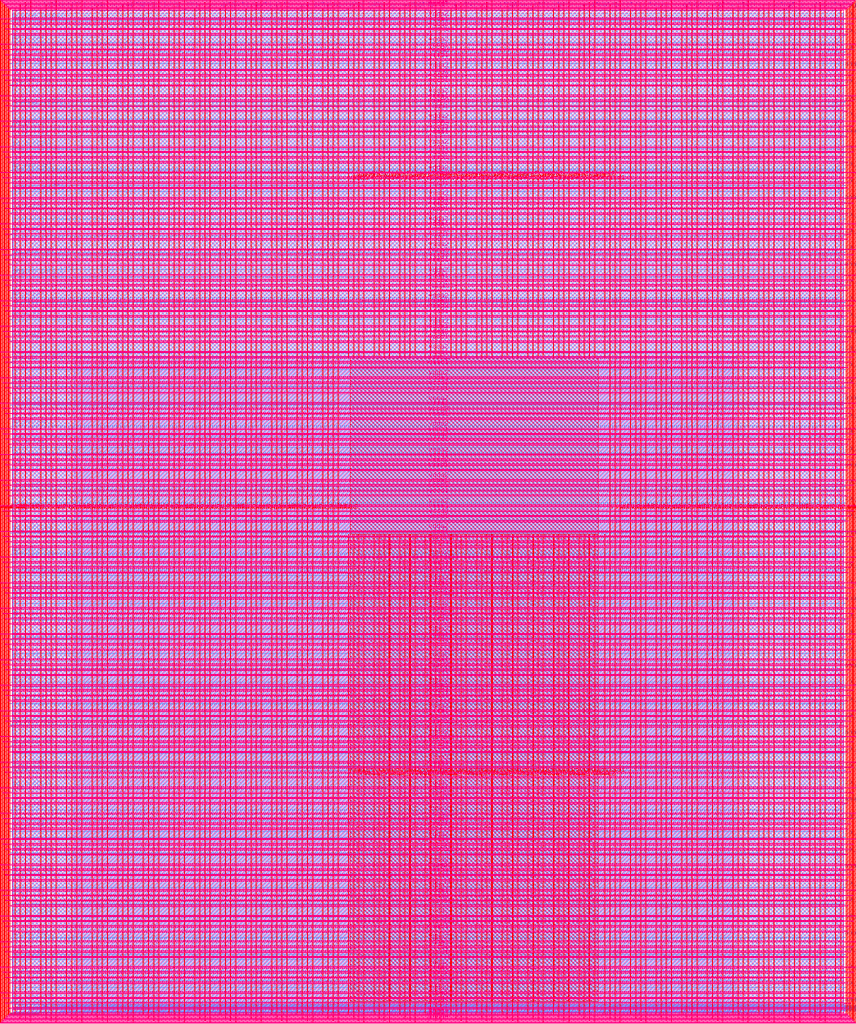
<source format=lef>
VERSION 5.7 ;
  NOWIREEXTENSIONATPIN ON ;
  DIVIDERCHAR "/" ;
  BUSBITCHARS "[]" ;
MACRO user_project_wrapper
  CLASS BLOCK ;
  FOREIGN user_project_wrapper ;
  ORIGIN 0.000 0.000 ;
  SIZE 2920.000 BY 3520.000 ;
  PIN analog_io[0]
    DIRECTION INOUT ;
    USE SIGNAL ;
    PORT
      LAYER met3 ;
        RECT 2917.600 28.980 2924.800 30.180 ;
    END
  END analog_io[0]
  PIN analog_io[10]
    DIRECTION INOUT ;
    USE SIGNAL ;
    PORT
      LAYER met3 ;
        RECT 2917.600 2374.980 2924.800 2376.180 ;
    END
  END analog_io[10]
  PIN analog_io[11]
    DIRECTION INOUT ;
    USE SIGNAL ;
    PORT
      LAYER met3 ;
        RECT 2917.600 2609.580 2924.800 2610.780 ;
    END
  END analog_io[11]
  PIN analog_io[12]
    DIRECTION INOUT ;
    USE SIGNAL ;
    PORT
      LAYER met3 ;
        RECT 2917.600 2844.180 2924.800 2845.380 ;
    END
  END analog_io[12]
  PIN analog_io[13]
    DIRECTION INOUT ;
    USE SIGNAL ;
    PORT
      LAYER met3 ;
        RECT 2917.600 3078.780 2924.800 3079.980 ;
    END
  END analog_io[13]
  PIN analog_io[14]
    DIRECTION INOUT ;
    USE SIGNAL ;
    PORT
      LAYER met3 ;
        RECT 2917.600 3313.380 2924.800 3314.580 ;
    END
  END analog_io[14]
  PIN analog_io[15]
    DIRECTION INOUT ;
    USE SIGNAL ;
    PORT
      LAYER met2 ;
        RECT 2879.090 3517.600 2879.650 3524.800 ;
    END
  END analog_io[15]
  PIN analog_io[16]
    DIRECTION INOUT ;
    USE SIGNAL ;
    PORT
      LAYER met2 ;
        RECT 2554.790 3517.600 2555.350 3524.800 ;
    END
  END analog_io[16]
  PIN analog_io[17]
    DIRECTION INOUT ;
    USE SIGNAL ;
    PORT
      LAYER met2 ;
        RECT 2230.490 3517.600 2231.050 3524.800 ;
    END
  END analog_io[17]
  PIN analog_io[18]
    DIRECTION INOUT ;
    USE SIGNAL ;
    PORT
      LAYER met2 ;
        RECT 1905.730 3517.600 1906.290 3524.800 ;
    END
  END analog_io[18]
  PIN analog_io[19]
    DIRECTION INOUT ;
    USE SIGNAL ;
    PORT
      LAYER met2 ;
        RECT 1581.430 3517.600 1581.990 3524.800 ;
    END
  END analog_io[19]
  PIN analog_io[1]
    DIRECTION INOUT ;
    USE SIGNAL ;
    PORT
      LAYER met3 ;
        RECT 2917.600 263.580 2924.800 264.780 ;
    END
  END analog_io[1]
  PIN analog_io[20]
    DIRECTION INOUT ;
    USE SIGNAL ;
    PORT
      LAYER met2 ;
        RECT 1257.130 3517.600 1257.690 3524.800 ;
    END
  END analog_io[20]
  PIN analog_io[21]
    DIRECTION INOUT ;
    USE SIGNAL ;
    PORT
      LAYER met2 ;
        RECT 932.370 3517.600 932.930 3524.800 ;
    END
  END analog_io[21]
  PIN analog_io[22]
    DIRECTION INOUT ;
    USE SIGNAL ;
    PORT
      LAYER met2 ;
        RECT 608.070 3517.600 608.630 3524.800 ;
    END
  END analog_io[22]
  PIN analog_io[23]
    DIRECTION INOUT ;
    USE SIGNAL ;
    PORT
      LAYER met2 ;
        RECT 283.770 3517.600 284.330 3524.800 ;
    END
  END analog_io[23]
  PIN analog_io[24]
    DIRECTION INOUT ;
    USE SIGNAL ;
    PORT
      LAYER met3 ;
        RECT -4.800 3481.340 2.400 3482.540 ;
    END
  END analog_io[24]
  PIN analog_io[25]
    DIRECTION INOUT ;
    USE SIGNAL ;
    PORT
      LAYER met3 ;
        RECT -4.800 3182.140 2.400 3183.340 ;
    END
  END analog_io[25]
  PIN analog_io[26]
    DIRECTION INOUT ;
    USE SIGNAL ;
    PORT
      LAYER met3 ;
        RECT -4.800 2882.260 2.400 2883.460 ;
    END
  END analog_io[26]
  PIN analog_io[27]
    DIRECTION INOUT ;
    USE SIGNAL ;
    PORT
      LAYER met3 ;
        RECT -4.800 2583.060 2.400 2584.260 ;
    END
  END analog_io[27]
  PIN analog_io[28]
    DIRECTION INOUT ;
    USE SIGNAL ;
    PORT
      LAYER met3 ;
        RECT -4.800 2283.180 2.400 2284.380 ;
    END
  END analog_io[28]
  PIN analog_io[2]
    DIRECTION INOUT ;
    USE SIGNAL ;
    PORT
      LAYER met3 ;
        RECT 2917.600 498.180 2924.800 499.380 ;
    END
  END analog_io[2]
  PIN analog_io[3]
    DIRECTION INOUT ;
    USE SIGNAL ;
    PORT
      LAYER met3 ;
        RECT 2917.600 732.780 2924.800 733.980 ;
    END
  END analog_io[3]
  PIN analog_io[4]
    DIRECTION INOUT ;
    USE SIGNAL ;
    PORT
      LAYER met3 ;
        RECT 2917.600 967.380 2924.800 968.580 ;
    END
  END analog_io[4]
  PIN analog_io[5]
    DIRECTION INOUT ;
    USE SIGNAL ;
    PORT
      LAYER met3 ;
        RECT 2917.600 1201.980 2924.800 1203.180 ;
    END
  END analog_io[5]
  PIN analog_io[6]
    DIRECTION INOUT ;
    USE SIGNAL ;
    PORT
      LAYER met3 ;
        RECT 2917.600 1436.580 2924.800 1437.780 ;
    END
  END analog_io[6]
  PIN analog_io[7]
    DIRECTION INOUT ;
    USE SIGNAL ;
    PORT
      LAYER met3 ;
        RECT 2917.600 1671.180 2924.800 1672.380 ;
    END
  END analog_io[7]
  PIN analog_io[8]
    DIRECTION INOUT ;
    USE SIGNAL ;
    PORT
      LAYER met3 ;
        RECT 2917.600 1905.780 2924.800 1906.980 ;
    END
  END analog_io[8]
  PIN analog_io[9]
    DIRECTION INOUT ;
    USE SIGNAL ;
    PORT
      LAYER met3 ;
        RECT 2917.600 2140.380 2924.800 2141.580 ;
    END
  END analog_io[9]
  PIN io_in[0]
    DIRECTION INPUT ;
    USE SIGNAL ;
    PORT
      LAYER met3 ;
        RECT 2917.600 87.460 2924.800 88.660 ;
    END
  END io_in[0]
  PIN io_in[10]
    DIRECTION INPUT ;
    USE SIGNAL ;
    PORT
      LAYER met3 ;
        RECT 2917.600 2433.460 2924.800 2434.660 ;
    END
  END io_in[10]
  PIN io_in[11]
    DIRECTION INPUT ;
    USE SIGNAL ;
    PORT
      LAYER met3 ;
        RECT 2917.600 2668.740 2924.800 2669.940 ;
    END
  END io_in[11]
  PIN io_in[12]
    DIRECTION INPUT ;
    USE SIGNAL ;
    PORT
      LAYER met3 ;
        RECT 2917.600 2903.340 2924.800 2904.540 ;
    END
  END io_in[12]
  PIN io_in[13]
    DIRECTION INPUT ;
    USE SIGNAL ;
    PORT
      LAYER met3 ;
        RECT 2917.600 3137.940 2924.800 3139.140 ;
    END
  END io_in[13]
  PIN io_in[14]
    DIRECTION INPUT ;
    USE SIGNAL ;
    PORT
      LAYER met3 ;
        RECT 2917.600 3372.540 2924.800 3373.740 ;
    END
  END io_in[14]
  PIN io_in[15]
    DIRECTION INPUT ;
    USE SIGNAL ;
    PORT
      LAYER met2 ;
        RECT 2798.130 3517.600 2798.690 3524.800 ;
    END
  END io_in[15]
  PIN io_in[16]
    DIRECTION INPUT ;
    USE SIGNAL ;
    PORT
      LAYER met2 ;
        RECT 2473.830 3517.600 2474.390 3524.800 ;
    END
  END io_in[16]
  PIN io_in[17]
    DIRECTION INPUT ;
    USE SIGNAL ;
    PORT
      LAYER met2 ;
        RECT 2149.070 3517.600 2149.630 3524.800 ;
    END
  END io_in[17]
  PIN io_in[18]
    DIRECTION INPUT ;
    USE SIGNAL ;
    PORT
      LAYER met2 ;
        RECT 1824.770 3517.600 1825.330 3524.800 ;
    END
  END io_in[18]
  PIN io_in[19]
    DIRECTION INPUT ;
    USE SIGNAL ;
    PORT
      LAYER met2 ;
        RECT 1500.470 3517.600 1501.030 3524.800 ;
    END
  END io_in[19]
  PIN io_in[1]
    DIRECTION INPUT ;
    USE SIGNAL ;
    PORT
      LAYER met3 ;
        RECT 2917.600 322.060 2924.800 323.260 ;
    END
  END io_in[1]
  PIN io_in[20]
    DIRECTION INPUT ;
    USE SIGNAL ;
    PORT
      LAYER met2 ;
        RECT 1175.710 3517.600 1176.270 3524.800 ;
    END
  END io_in[20]
  PIN io_in[21]
    DIRECTION INPUT ;
    USE SIGNAL ;
    PORT
      LAYER met2 ;
        RECT 851.410 3517.600 851.970 3524.800 ;
    END
  END io_in[21]
  PIN io_in[22]
    DIRECTION INPUT ;
    USE SIGNAL ;
    PORT
      LAYER met2 ;
        RECT 527.110 3517.600 527.670 3524.800 ;
    END
  END io_in[22]
  PIN io_in[23]
    DIRECTION INPUT ;
    USE SIGNAL ;
    PORT
      LAYER met2 ;
        RECT 202.350 3517.600 202.910 3524.800 ;
    END
  END io_in[23]
  PIN io_in[24]
    DIRECTION INPUT ;
    USE SIGNAL ;
    PORT
      LAYER met3 ;
        RECT -4.800 3406.540 2.400 3407.740 ;
    END
  END io_in[24]
  PIN io_in[25]
    DIRECTION INPUT ;
    USE SIGNAL ;
    PORT
      LAYER met3 ;
        RECT -4.800 3107.340 2.400 3108.540 ;
    END
  END io_in[25]
  PIN io_in[26]
    DIRECTION INPUT ;
    USE SIGNAL ;
    PORT
      LAYER met3 ;
        RECT -4.800 2807.460 2.400 2808.660 ;
    END
  END io_in[26]
  PIN io_in[27]
    DIRECTION INPUT ;
    USE SIGNAL ;
    PORT
      LAYER met3 ;
        RECT -4.800 2508.260 2.400 2509.460 ;
    END
  END io_in[27]
  PIN io_in[28]
    DIRECTION INPUT ;
    USE SIGNAL ;
    PORT
      LAYER met3 ;
        RECT -4.800 2208.380 2.400 2209.580 ;
    END
  END io_in[28]
  PIN io_in[29]
    DIRECTION INPUT ;
    USE SIGNAL ;
    PORT
      LAYER met3 ;
        RECT -4.800 1983.980 2.400 1985.180 ;
    END
  END io_in[29]
  PIN io_in[2]
    DIRECTION INPUT ;
    USE SIGNAL ;
    PORT
      LAYER met3 ;
        RECT 2917.600 556.660 2924.800 557.860 ;
    END
  END io_in[2]
  PIN io_in[30]
    DIRECTION INPUT ;
    USE SIGNAL ;
    PORT
      LAYER met3 ;
        RECT -4.800 1758.900 2.400 1760.100 ;
    END
  END io_in[30]
  PIN io_in[31]
    DIRECTION INPUT ;
    USE SIGNAL ;
    PORT
      LAYER met3 ;
        RECT -4.800 1534.500 2.400 1535.700 ;
    END
  END io_in[31]
  PIN io_in[32]
    DIRECTION INPUT ;
    USE SIGNAL ;
    PORT
      LAYER met3 ;
        RECT -4.800 1310.100 2.400 1311.300 ;
    END
  END io_in[32]
  PIN io_in[33]
    DIRECTION INPUT ;
    USE SIGNAL ;
    PORT
      LAYER met3 ;
        RECT -4.800 1085.020 2.400 1086.220 ;
    END
  END io_in[33]
  PIN io_in[34]
    DIRECTION INPUT ;
    USE SIGNAL ;
    PORT
      LAYER met3 ;
        RECT -4.800 860.620 2.400 861.820 ;
    END
  END io_in[34]
  PIN io_in[35]
    DIRECTION INPUT ;
    USE SIGNAL ;
    PORT
      LAYER met3 ;
        RECT -4.800 636.220 2.400 637.420 ;
    END
  END io_in[35]
  PIN io_in[36]
    DIRECTION INPUT ;
    USE SIGNAL ;
    PORT
      LAYER met3 ;
        RECT -4.800 411.140 2.400 412.340 ;
    END
  END io_in[36]
  PIN io_in[37]
    DIRECTION INPUT ;
    USE SIGNAL ;
    PORT
      LAYER met3 ;
        RECT -4.800 186.740 2.400 187.940 ;
    END
  END io_in[37]
  PIN io_in[3]
    DIRECTION INPUT ;
    USE SIGNAL ;
    PORT
      LAYER met3 ;
        RECT 2917.600 791.260 2924.800 792.460 ;
    END
  END io_in[3]
  PIN io_in[4]
    DIRECTION INPUT ;
    USE SIGNAL ;
    PORT
      LAYER met3 ;
        RECT 2917.600 1025.860 2924.800 1027.060 ;
    END
  END io_in[4]
  PIN io_in[5]
    DIRECTION INPUT ;
    USE SIGNAL ;
    PORT
      LAYER met3 ;
        RECT 2917.600 1260.460 2924.800 1261.660 ;
    END
  END io_in[5]
  PIN io_in[6]
    DIRECTION INPUT ;
    USE SIGNAL ;
    PORT
      LAYER met3 ;
        RECT 2917.600 1495.060 2924.800 1496.260 ;
    END
  END io_in[6]
  PIN io_in[7]
    DIRECTION INPUT ;
    USE SIGNAL ;
    PORT
      LAYER met3 ;
        RECT 2917.600 1729.660 2924.800 1730.860 ;
    END
  END io_in[7]
  PIN io_in[8]
    DIRECTION INPUT ;
    USE SIGNAL ;
    PORT
      LAYER met3 ;
        RECT 2917.600 1964.260 2924.800 1965.460 ;
    END
  END io_in[8]
  PIN io_in[9]
    DIRECTION INPUT ;
    USE SIGNAL ;
    PORT
      LAYER met3 ;
        RECT 2917.600 2198.860 2924.800 2200.060 ;
    END
  END io_in[9]
  PIN io_oeb[0]
    DIRECTION OUTPUT TRISTATE ;
    USE SIGNAL ;
    PORT
      LAYER met3 ;
        RECT 2917.600 204.420 2924.800 205.620 ;
    END
  END io_oeb[0]
  PIN io_oeb[10]
    DIRECTION OUTPUT TRISTATE ;
    USE SIGNAL ;
    PORT
      LAYER met3 ;
        RECT 2917.600 2551.100 2924.800 2552.300 ;
    END
  END io_oeb[10]
  PIN io_oeb[11]
    DIRECTION OUTPUT TRISTATE ;
    USE SIGNAL ;
    PORT
      LAYER met3 ;
        RECT 2917.600 2785.700 2924.800 2786.900 ;
    END
  END io_oeb[11]
  PIN io_oeb[12]
    DIRECTION OUTPUT TRISTATE ;
    USE SIGNAL ;
    PORT
      LAYER met3 ;
        RECT 2917.600 3020.300 2924.800 3021.500 ;
    END
  END io_oeb[12]
  PIN io_oeb[13]
    DIRECTION OUTPUT TRISTATE ;
    USE SIGNAL ;
    PORT
      LAYER met3 ;
        RECT 2917.600 3254.900 2924.800 3256.100 ;
    END
  END io_oeb[13]
  PIN io_oeb[14]
    DIRECTION OUTPUT TRISTATE ;
    USE SIGNAL ;
    PORT
      LAYER met3 ;
        RECT 2917.600 3489.500 2924.800 3490.700 ;
    END
  END io_oeb[14]
  PIN io_oeb[15]
    DIRECTION OUTPUT TRISTATE ;
    USE SIGNAL ;
    PORT
      LAYER met2 ;
        RECT 2635.750 3517.600 2636.310 3524.800 ;
    END
  END io_oeb[15]
  PIN io_oeb[16]
    DIRECTION OUTPUT TRISTATE ;
    USE SIGNAL ;
    PORT
      LAYER met2 ;
        RECT 2311.450 3517.600 2312.010 3524.800 ;
    END
  END io_oeb[16]
  PIN io_oeb[17]
    DIRECTION OUTPUT TRISTATE ;
    USE SIGNAL ;
    PORT
      LAYER met2 ;
        RECT 1987.150 3517.600 1987.710 3524.800 ;
    END
  END io_oeb[17]
  PIN io_oeb[18]
    DIRECTION OUTPUT TRISTATE ;
    USE SIGNAL ;
    PORT
      LAYER met2 ;
        RECT 1662.390 3517.600 1662.950 3524.800 ;
    END
  END io_oeb[18]
  PIN io_oeb[19]
    DIRECTION OUTPUT TRISTATE ;
    USE SIGNAL ;
    PORT
      LAYER met2 ;
        RECT 1338.090 3517.600 1338.650 3524.800 ;
    END
  END io_oeb[19]
  PIN io_oeb[1]
    DIRECTION OUTPUT TRISTATE ;
    USE SIGNAL ;
    PORT
      LAYER met3 ;
        RECT 2917.600 439.020 2924.800 440.220 ;
    END
  END io_oeb[1]
  PIN io_oeb[20]
    DIRECTION OUTPUT TRISTATE ;
    USE SIGNAL ;
    PORT
      LAYER met2 ;
        RECT 1013.790 3517.600 1014.350 3524.800 ;
    END
  END io_oeb[20]
  PIN io_oeb[21]
    DIRECTION OUTPUT TRISTATE ;
    USE SIGNAL ;
    PORT
      LAYER met2 ;
        RECT 689.030 3517.600 689.590 3524.800 ;
    END
  END io_oeb[21]
  PIN io_oeb[22]
    DIRECTION OUTPUT TRISTATE ;
    USE SIGNAL ;
    PORT
      LAYER met2 ;
        RECT 364.730 3517.600 365.290 3524.800 ;
    END
  END io_oeb[22]
  PIN io_oeb[23]
    DIRECTION OUTPUT TRISTATE ;
    USE SIGNAL ;
    PORT
      LAYER met2 ;
        RECT 40.430 3517.600 40.990 3524.800 ;
    END
  END io_oeb[23]
  PIN io_oeb[24]
    DIRECTION OUTPUT TRISTATE ;
    USE SIGNAL ;
    PORT
      LAYER met3 ;
        RECT -4.800 3256.940 2.400 3258.140 ;
    END
  END io_oeb[24]
  PIN io_oeb[25]
    DIRECTION OUTPUT TRISTATE ;
    USE SIGNAL ;
    PORT
      LAYER met3 ;
        RECT -4.800 2957.060 2.400 2958.260 ;
    END
  END io_oeb[25]
  PIN io_oeb[26]
    DIRECTION OUTPUT TRISTATE ;
    USE SIGNAL ;
    PORT
      LAYER met3 ;
        RECT -4.800 2657.860 2.400 2659.060 ;
    END
  END io_oeb[26]
  PIN io_oeb[27]
    DIRECTION OUTPUT TRISTATE ;
    USE SIGNAL ;
    PORT
      LAYER met3 ;
        RECT -4.800 2357.980 2.400 2359.180 ;
    END
  END io_oeb[27]
  PIN io_oeb[28]
    DIRECTION OUTPUT TRISTATE ;
    USE SIGNAL ;
    PORT
      LAYER met3 ;
        RECT -4.800 2058.780 2.400 2059.980 ;
    END
  END io_oeb[28]
  PIN io_oeb[29]
    DIRECTION OUTPUT TRISTATE ;
    USE SIGNAL ;
    PORT
      LAYER met3 ;
        RECT -4.800 1834.380 2.400 1835.580 ;
    END
  END io_oeb[29]
  PIN io_oeb[2]
    DIRECTION OUTPUT TRISTATE ;
    USE SIGNAL ;
    PORT
      LAYER met3 ;
        RECT 2917.600 673.620 2924.800 674.820 ;
    END
  END io_oeb[2]
  PIN io_oeb[30]
    DIRECTION OUTPUT TRISTATE ;
    USE SIGNAL ;
    PORT
      LAYER met3 ;
        RECT -4.800 1609.300 2.400 1610.500 ;
    END
  END io_oeb[30]
  PIN io_oeb[31]
    DIRECTION OUTPUT TRISTATE ;
    USE SIGNAL ;
    PORT
      LAYER met3 ;
        RECT -4.800 1384.900 2.400 1386.100 ;
    END
  END io_oeb[31]
  PIN io_oeb[32]
    DIRECTION OUTPUT TRISTATE ;
    USE SIGNAL ;
    PORT
      LAYER met3 ;
        RECT -4.800 1159.820 2.400 1161.020 ;
    END
  END io_oeb[32]
  PIN io_oeb[33]
    DIRECTION OUTPUT TRISTATE ;
    USE SIGNAL ;
    PORT
      LAYER met3 ;
        RECT -4.800 935.420 2.400 936.620 ;
    END
  END io_oeb[33]
  PIN io_oeb[34]
    DIRECTION OUTPUT TRISTATE ;
    USE SIGNAL ;
    PORT
      LAYER met3 ;
        RECT -4.800 711.020 2.400 712.220 ;
    END
  END io_oeb[34]
  PIN io_oeb[35]
    DIRECTION OUTPUT TRISTATE ;
    USE SIGNAL ;
    PORT
      LAYER met3 ;
        RECT -4.800 485.940 2.400 487.140 ;
    END
  END io_oeb[35]
  PIN io_oeb[36]
    DIRECTION OUTPUT TRISTATE ;
    USE SIGNAL ;
    PORT
      LAYER met3 ;
        RECT -4.800 261.540 2.400 262.740 ;
    END
  END io_oeb[36]
  PIN io_oeb[37]
    DIRECTION OUTPUT TRISTATE ;
    USE SIGNAL ;
    PORT
      LAYER met3 ;
        RECT -4.800 37.140 2.400 38.340 ;
    END
  END io_oeb[37]
  PIN io_oeb[3]
    DIRECTION OUTPUT TRISTATE ;
    USE SIGNAL ;
    PORT
      LAYER met3 ;
        RECT 2917.600 908.900 2924.800 910.100 ;
    END
  END io_oeb[3]
  PIN io_oeb[4]
    DIRECTION OUTPUT TRISTATE ;
    USE SIGNAL ;
    PORT
      LAYER met3 ;
        RECT 2917.600 1143.500 2924.800 1144.700 ;
    END
  END io_oeb[4]
  PIN io_oeb[5]
    DIRECTION OUTPUT TRISTATE ;
    USE SIGNAL ;
    PORT
      LAYER met3 ;
        RECT 2917.600 1378.100 2924.800 1379.300 ;
    END
  END io_oeb[5]
  PIN io_oeb[6]
    DIRECTION OUTPUT TRISTATE ;
    USE SIGNAL ;
    PORT
      LAYER met3 ;
        RECT 2917.600 1612.700 2924.800 1613.900 ;
    END
  END io_oeb[6]
  PIN io_oeb[7]
    DIRECTION OUTPUT TRISTATE ;
    USE SIGNAL ;
    PORT
      LAYER met3 ;
        RECT 2917.600 1847.300 2924.800 1848.500 ;
    END
  END io_oeb[7]
  PIN io_oeb[8]
    DIRECTION OUTPUT TRISTATE ;
    USE SIGNAL ;
    PORT
      LAYER met3 ;
        RECT 2917.600 2081.900 2924.800 2083.100 ;
    END
  END io_oeb[8]
  PIN io_oeb[9]
    DIRECTION OUTPUT TRISTATE ;
    USE SIGNAL ;
    PORT
      LAYER met3 ;
        RECT 2917.600 2316.500 2924.800 2317.700 ;
    END
  END io_oeb[9]
  PIN io_out[0]
    DIRECTION OUTPUT TRISTATE ;
    USE SIGNAL ;
    PORT
      LAYER met3 ;
        RECT 2917.600 145.940 2924.800 147.140 ;
    END
  END io_out[0]
  PIN io_out[10]
    DIRECTION OUTPUT TRISTATE ;
    USE SIGNAL ;
    PORT
      LAYER met3 ;
        RECT 2917.600 2492.620 2924.800 2493.820 ;
    END
  END io_out[10]
  PIN io_out[11]
    DIRECTION OUTPUT TRISTATE ;
    USE SIGNAL ;
    PORT
      LAYER met3 ;
        RECT 2917.600 2727.220 2924.800 2728.420 ;
    END
  END io_out[11]
  PIN io_out[12]
    DIRECTION OUTPUT TRISTATE ;
    USE SIGNAL ;
    PORT
      LAYER met3 ;
        RECT 2917.600 2961.820 2924.800 2963.020 ;
    END
  END io_out[12]
  PIN io_out[13]
    DIRECTION OUTPUT TRISTATE ;
    USE SIGNAL ;
    PORT
      LAYER met3 ;
        RECT 2917.600 3196.420 2924.800 3197.620 ;
    END
  END io_out[13]
  PIN io_out[14]
    DIRECTION OUTPUT TRISTATE ;
    USE SIGNAL ;
    PORT
      LAYER met3 ;
        RECT 2917.600 3431.020 2924.800 3432.220 ;
    END
  END io_out[14]
  PIN io_out[15]
    DIRECTION OUTPUT TRISTATE ;
    USE SIGNAL ;
    PORT
      LAYER met2 ;
        RECT 2717.170 3517.600 2717.730 3524.800 ;
    END
  END io_out[15]
  PIN io_out[16]
    DIRECTION OUTPUT TRISTATE ;
    USE SIGNAL ;
    PORT
      LAYER met2 ;
        RECT 2392.410 3517.600 2392.970 3524.800 ;
    END
  END io_out[16]
  PIN io_out[17]
    DIRECTION OUTPUT TRISTATE ;
    USE SIGNAL ;
    PORT
      LAYER met2 ;
        RECT 2068.110 3517.600 2068.670 3524.800 ;
    END
  END io_out[17]
  PIN io_out[18]
    DIRECTION OUTPUT TRISTATE ;
    USE SIGNAL ;
    PORT
      LAYER met2 ;
        RECT 1743.810 3517.600 1744.370 3524.800 ;
    END
  END io_out[18]
  PIN io_out[19]
    DIRECTION OUTPUT TRISTATE ;
    USE SIGNAL ;
    PORT
      LAYER met2 ;
        RECT 1419.050 3517.600 1419.610 3524.800 ;
    END
  END io_out[19]
  PIN io_out[1]
    DIRECTION OUTPUT TRISTATE ;
    USE SIGNAL ;
    PORT
      LAYER met3 ;
        RECT 2917.600 380.540 2924.800 381.740 ;
    END
  END io_out[1]
  PIN io_out[20]
    DIRECTION OUTPUT TRISTATE ;
    USE SIGNAL ;
    PORT
      LAYER met2 ;
        RECT 1094.750 3517.600 1095.310 3524.800 ;
    END
  END io_out[20]
  PIN io_out[21]
    DIRECTION OUTPUT TRISTATE ;
    USE SIGNAL ;
    PORT
      LAYER met2 ;
        RECT 770.450 3517.600 771.010 3524.800 ;
    END
  END io_out[21]
  PIN io_out[22]
    DIRECTION OUTPUT TRISTATE ;
    USE SIGNAL ;
    PORT
      LAYER met2 ;
        RECT 445.690 3517.600 446.250 3524.800 ;
    END
  END io_out[22]
  PIN io_out[23]
    DIRECTION OUTPUT TRISTATE ;
    USE SIGNAL ;
    PORT
      LAYER met2 ;
        RECT 121.390 3517.600 121.950 3524.800 ;
    END
  END io_out[23]
  PIN io_out[24]
    DIRECTION OUTPUT TRISTATE ;
    USE SIGNAL ;
    PORT
      LAYER met3 ;
        RECT -4.800 3331.740 2.400 3332.940 ;
    END
  END io_out[24]
  PIN io_out[25]
    DIRECTION OUTPUT TRISTATE ;
    USE SIGNAL ;
    PORT
      LAYER met3 ;
        RECT -4.800 3032.540 2.400 3033.740 ;
    END
  END io_out[25]
  PIN io_out[26]
    DIRECTION OUTPUT TRISTATE ;
    USE SIGNAL ;
    PORT
      LAYER met3 ;
        RECT -4.800 2732.660 2.400 2733.860 ;
    END
  END io_out[26]
  PIN io_out[27]
    DIRECTION OUTPUT TRISTATE ;
    USE SIGNAL ;
    PORT
      LAYER met3 ;
        RECT -4.800 2433.460 2.400 2434.660 ;
    END
  END io_out[27]
  PIN io_out[28]
    DIRECTION OUTPUT TRISTATE ;
    USE SIGNAL ;
    PORT
      LAYER met3 ;
        RECT -4.800 2133.580 2.400 2134.780 ;
    END
  END io_out[28]
  PIN io_out[29]
    DIRECTION OUTPUT TRISTATE ;
    USE SIGNAL ;
    PORT
      LAYER met3 ;
        RECT -4.800 1909.180 2.400 1910.380 ;
    END
  END io_out[29]
  PIN io_out[2]
    DIRECTION OUTPUT TRISTATE ;
    USE SIGNAL ;
    PORT
      LAYER met3 ;
        RECT 2917.600 615.140 2924.800 616.340 ;
    END
  END io_out[2]
  PIN io_out[30]
    DIRECTION OUTPUT TRISTATE ;
    USE SIGNAL ;
    PORT
      LAYER met3 ;
        RECT -4.800 1684.100 2.400 1685.300 ;
    END
  END io_out[30]
  PIN io_out[31]
    DIRECTION OUTPUT TRISTATE ;
    USE SIGNAL ;
    PORT
      LAYER met3 ;
        RECT -4.800 1459.700 2.400 1460.900 ;
    END
  END io_out[31]
  PIN io_out[32]
    DIRECTION OUTPUT TRISTATE ;
    USE SIGNAL ;
    PORT
      LAYER met3 ;
        RECT -4.800 1235.300 2.400 1236.500 ;
    END
  END io_out[32]
  PIN io_out[33]
    DIRECTION OUTPUT TRISTATE ;
    USE SIGNAL ;
    PORT
      LAYER met3 ;
        RECT -4.800 1010.220 2.400 1011.420 ;
    END
  END io_out[33]
  PIN io_out[34]
    DIRECTION OUTPUT TRISTATE ;
    USE SIGNAL ;
    PORT
      LAYER met3 ;
        RECT -4.800 785.820 2.400 787.020 ;
    END
  END io_out[34]
  PIN io_out[35]
    DIRECTION OUTPUT TRISTATE ;
    USE SIGNAL ;
    PORT
      LAYER met3 ;
        RECT -4.800 560.740 2.400 561.940 ;
    END
  END io_out[35]
  PIN io_out[36]
    DIRECTION OUTPUT TRISTATE ;
    USE SIGNAL ;
    PORT
      LAYER met3 ;
        RECT -4.800 336.340 2.400 337.540 ;
    END
  END io_out[36]
  PIN io_out[37]
    DIRECTION OUTPUT TRISTATE ;
    USE SIGNAL ;
    PORT
      LAYER met3 ;
        RECT -4.800 111.940 2.400 113.140 ;
    END
  END io_out[37]
  PIN io_out[3]
    DIRECTION OUTPUT TRISTATE ;
    USE SIGNAL ;
    PORT
      LAYER met3 ;
        RECT 2917.600 849.740 2924.800 850.940 ;
    END
  END io_out[3]
  PIN io_out[4]
    DIRECTION OUTPUT TRISTATE ;
    USE SIGNAL ;
    PORT
      LAYER met3 ;
        RECT 2917.600 1084.340 2924.800 1085.540 ;
    END
  END io_out[4]
  PIN io_out[5]
    DIRECTION OUTPUT TRISTATE ;
    USE SIGNAL ;
    PORT
      LAYER met3 ;
        RECT 2917.600 1318.940 2924.800 1320.140 ;
    END
  END io_out[5]
  PIN io_out[6]
    DIRECTION OUTPUT TRISTATE ;
    USE SIGNAL ;
    PORT
      LAYER met3 ;
        RECT 2917.600 1553.540 2924.800 1554.740 ;
    END
  END io_out[6]
  PIN io_out[7]
    DIRECTION OUTPUT TRISTATE ;
    USE SIGNAL ;
    PORT
      LAYER met3 ;
        RECT 2917.600 1788.820 2924.800 1790.020 ;
    END
  END io_out[7]
  PIN io_out[8]
    DIRECTION OUTPUT TRISTATE ;
    USE SIGNAL ;
    PORT
      LAYER met3 ;
        RECT 2917.600 2023.420 2924.800 2024.620 ;
    END
  END io_out[8]
  PIN io_out[9]
    DIRECTION OUTPUT TRISTATE ;
    USE SIGNAL ;
    PORT
      LAYER met3 ;
        RECT 2917.600 2258.020 2924.800 2259.220 ;
    END
  END io_out[9]
  PIN la_data_in[0]
    DIRECTION INPUT ;
    USE SIGNAL ;
    PORT
      LAYER met2 ;
        RECT 632.910 -4.800 633.470 2.400 ;
    END
  END la_data_in[0]
  PIN la_data_in[100]
    DIRECTION INPUT ;
    USE SIGNAL ;
    PORT
      LAYER met2 ;
        RECT 2417.250 -4.800 2417.810 2.400 ;
    END
  END la_data_in[100]
  PIN la_data_in[101]
    DIRECTION INPUT ;
    USE SIGNAL ;
    PORT
      LAYER met2 ;
        RECT 2434.730 -4.800 2435.290 2.400 ;
    END
  END la_data_in[101]
  PIN la_data_in[102]
    DIRECTION INPUT ;
    USE SIGNAL ;
    PORT
      LAYER met2 ;
        RECT 2452.670 -4.800 2453.230 2.400 ;
    END
  END la_data_in[102]
  PIN la_data_in[103]
    DIRECTION INPUT ;
    USE SIGNAL ;
    PORT
      LAYER met2 ;
        RECT 2470.610 -4.800 2471.170 2.400 ;
    END
  END la_data_in[103]
  PIN la_data_in[104]
    DIRECTION INPUT ;
    USE SIGNAL ;
    PORT
      LAYER met2 ;
        RECT 2488.550 -4.800 2489.110 2.400 ;
    END
  END la_data_in[104]
  PIN la_data_in[105]
    DIRECTION INPUT ;
    USE SIGNAL ;
    PORT
      LAYER met2 ;
        RECT 2506.030 -4.800 2506.590 2.400 ;
    END
  END la_data_in[105]
  PIN la_data_in[106]
    DIRECTION INPUT ;
    USE SIGNAL ;
    PORT
      LAYER met2 ;
        RECT 2523.970 -4.800 2524.530 2.400 ;
    END
  END la_data_in[106]
  PIN la_data_in[107]
    DIRECTION INPUT ;
    USE SIGNAL ;
    PORT
      LAYER met2 ;
        RECT 2541.910 -4.800 2542.470 2.400 ;
    END
  END la_data_in[107]
  PIN la_data_in[108]
    DIRECTION INPUT ;
    USE SIGNAL ;
    PORT
      LAYER met2 ;
        RECT 2559.850 -4.800 2560.410 2.400 ;
    END
  END la_data_in[108]
  PIN la_data_in[109]
    DIRECTION INPUT ;
    USE SIGNAL ;
    PORT
      LAYER met2 ;
        RECT 2577.790 -4.800 2578.350 2.400 ;
    END
  END la_data_in[109]
  PIN la_data_in[10]
    DIRECTION INPUT ;
    USE SIGNAL ;
    PORT
      LAYER met2 ;
        RECT 811.390 -4.800 811.950 2.400 ;
    END
  END la_data_in[10]
  PIN la_data_in[110]
    DIRECTION INPUT ;
    USE SIGNAL ;
    PORT
      LAYER met2 ;
        RECT 2595.270 -4.800 2595.830 2.400 ;
    END
  END la_data_in[110]
  PIN la_data_in[111]
    DIRECTION INPUT ;
    USE SIGNAL ;
    PORT
      LAYER met2 ;
        RECT 2613.210 -4.800 2613.770 2.400 ;
    END
  END la_data_in[111]
  PIN la_data_in[112]
    DIRECTION INPUT ;
    USE SIGNAL ;
    PORT
      LAYER met2 ;
        RECT 2631.150 -4.800 2631.710 2.400 ;
    END
  END la_data_in[112]
  PIN la_data_in[113]
    DIRECTION INPUT ;
    USE SIGNAL ;
    PORT
      LAYER met2 ;
        RECT 2649.090 -4.800 2649.650 2.400 ;
    END
  END la_data_in[113]
  PIN la_data_in[114]
    DIRECTION INPUT ;
    USE SIGNAL ;
    PORT
      LAYER met2 ;
        RECT 2667.030 -4.800 2667.590 2.400 ;
    END
  END la_data_in[114]
  PIN la_data_in[115]
    DIRECTION INPUT ;
    USE SIGNAL ;
    PORT
      LAYER met2 ;
        RECT 2684.510 -4.800 2685.070 2.400 ;
    END
  END la_data_in[115]
  PIN la_data_in[116]
    DIRECTION INPUT ;
    USE SIGNAL ;
    PORT
      LAYER met2 ;
        RECT 2702.450 -4.800 2703.010 2.400 ;
    END
  END la_data_in[116]
  PIN la_data_in[117]
    DIRECTION INPUT ;
    USE SIGNAL ;
    PORT
      LAYER met2 ;
        RECT 2720.390 -4.800 2720.950 2.400 ;
    END
  END la_data_in[117]
  PIN la_data_in[118]
    DIRECTION INPUT ;
    USE SIGNAL ;
    PORT
      LAYER met2 ;
        RECT 2738.330 -4.800 2738.890 2.400 ;
    END
  END la_data_in[118]
  PIN la_data_in[119]
    DIRECTION INPUT ;
    USE SIGNAL ;
    PORT
      LAYER met2 ;
        RECT 2755.810 -4.800 2756.370 2.400 ;
    END
  END la_data_in[119]
  PIN la_data_in[11]
    DIRECTION INPUT ;
    USE SIGNAL ;
    PORT
      LAYER met2 ;
        RECT 829.330 -4.800 829.890 2.400 ;
    END
  END la_data_in[11]
  PIN la_data_in[120]
    DIRECTION INPUT ;
    USE SIGNAL ;
    PORT
      LAYER met2 ;
        RECT 2773.750 -4.800 2774.310 2.400 ;
    END
  END la_data_in[120]
  PIN la_data_in[121]
    DIRECTION INPUT ;
    USE SIGNAL ;
    PORT
      LAYER met2 ;
        RECT 2791.690 -4.800 2792.250 2.400 ;
    END
  END la_data_in[121]
  PIN la_data_in[122]
    DIRECTION INPUT ;
    USE SIGNAL ;
    PORT
      LAYER met2 ;
        RECT 2809.630 -4.800 2810.190 2.400 ;
    END
  END la_data_in[122]
  PIN la_data_in[123]
    DIRECTION INPUT ;
    USE SIGNAL ;
    PORT
      LAYER met2 ;
        RECT 2827.570 -4.800 2828.130 2.400 ;
    END
  END la_data_in[123]
  PIN la_data_in[124]
    DIRECTION INPUT ;
    USE SIGNAL ;
    PORT
      LAYER met2 ;
        RECT 2845.050 -4.800 2845.610 2.400 ;
    END
  END la_data_in[124]
  PIN la_data_in[125]
    DIRECTION INPUT ;
    USE SIGNAL ;
    PORT
      LAYER met2 ;
        RECT 2862.990 -4.800 2863.550 2.400 ;
    END
  END la_data_in[125]
  PIN la_data_in[126]
    DIRECTION INPUT ;
    USE SIGNAL ;
    PORT
      LAYER met2 ;
        RECT 2880.930 -4.800 2881.490 2.400 ;
    END
  END la_data_in[126]
  PIN la_data_in[127]
    DIRECTION INPUT ;
    USE SIGNAL ;
    PORT
      LAYER met2 ;
        RECT 2898.870 -4.800 2899.430 2.400 ;
    END
  END la_data_in[127]
  PIN la_data_in[12]
    DIRECTION INPUT ;
    USE SIGNAL ;
    PORT
      LAYER met2 ;
        RECT 846.810 -4.800 847.370 2.400 ;
    END
  END la_data_in[12]
  PIN la_data_in[13]
    DIRECTION INPUT ;
    USE SIGNAL ;
    PORT
      LAYER met2 ;
        RECT 864.750 -4.800 865.310 2.400 ;
    END
  END la_data_in[13]
  PIN la_data_in[14]
    DIRECTION INPUT ;
    USE SIGNAL ;
    PORT
      LAYER met2 ;
        RECT 882.690 -4.800 883.250 2.400 ;
    END
  END la_data_in[14]
  PIN la_data_in[15]
    DIRECTION INPUT ;
    USE SIGNAL ;
    PORT
      LAYER met2 ;
        RECT 900.630 -4.800 901.190 2.400 ;
    END
  END la_data_in[15]
  PIN la_data_in[16]
    DIRECTION INPUT ;
    USE SIGNAL ;
    PORT
      LAYER met2 ;
        RECT 918.570 -4.800 919.130 2.400 ;
    END
  END la_data_in[16]
  PIN la_data_in[17]
    DIRECTION INPUT ;
    USE SIGNAL ;
    PORT
      LAYER met2 ;
        RECT 936.050 -4.800 936.610 2.400 ;
    END
  END la_data_in[17]
  PIN la_data_in[18]
    DIRECTION INPUT ;
    USE SIGNAL ;
    PORT
      LAYER met2 ;
        RECT 953.990 -4.800 954.550 2.400 ;
    END
  END la_data_in[18]
  PIN la_data_in[19]
    DIRECTION INPUT ;
    USE SIGNAL ;
    PORT
      LAYER met2 ;
        RECT 971.930 -4.800 972.490 2.400 ;
    END
  END la_data_in[19]
  PIN la_data_in[1]
    DIRECTION INPUT ;
    USE SIGNAL ;
    PORT
      LAYER met2 ;
        RECT 650.850 -4.800 651.410 2.400 ;
    END
  END la_data_in[1]
  PIN la_data_in[20]
    DIRECTION INPUT ;
    USE SIGNAL ;
    PORT
      LAYER met2 ;
        RECT 989.870 -4.800 990.430 2.400 ;
    END
  END la_data_in[20]
  PIN la_data_in[21]
    DIRECTION INPUT ;
    USE SIGNAL ;
    PORT
      LAYER met2 ;
        RECT 1007.350 -4.800 1007.910 2.400 ;
    END
  END la_data_in[21]
  PIN la_data_in[22]
    DIRECTION INPUT ;
    USE SIGNAL ;
    PORT
      LAYER met2 ;
        RECT 1025.290 -4.800 1025.850 2.400 ;
    END
  END la_data_in[22]
  PIN la_data_in[23]
    DIRECTION INPUT ;
    USE SIGNAL ;
    PORT
      LAYER met2 ;
        RECT 1043.230 -4.800 1043.790 2.400 ;
    END
  END la_data_in[23]
  PIN la_data_in[24]
    DIRECTION INPUT ;
    USE SIGNAL ;
    PORT
      LAYER met2 ;
        RECT 1061.170 -4.800 1061.730 2.400 ;
    END
  END la_data_in[24]
  PIN la_data_in[25]
    DIRECTION INPUT ;
    USE SIGNAL ;
    PORT
      LAYER met2 ;
        RECT 1079.110 -4.800 1079.670 2.400 ;
    END
  END la_data_in[25]
  PIN la_data_in[26]
    DIRECTION INPUT ;
    USE SIGNAL ;
    PORT
      LAYER met2 ;
        RECT 1096.590 -4.800 1097.150 2.400 ;
    END
  END la_data_in[26]
  PIN la_data_in[27]
    DIRECTION INPUT ;
    USE SIGNAL ;
    PORT
      LAYER met2 ;
        RECT 1114.530 -4.800 1115.090 2.400 ;
    END
  END la_data_in[27]
  PIN la_data_in[28]
    DIRECTION INPUT ;
    USE SIGNAL ;
    PORT
      LAYER met2 ;
        RECT 1132.470 -4.800 1133.030 2.400 ;
    END
  END la_data_in[28]
  PIN la_data_in[29]
    DIRECTION INPUT ;
    USE SIGNAL ;
    PORT
      LAYER met2 ;
        RECT 1150.410 -4.800 1150.970 2.400 ;
    END
  END la_data_in[29]
  PIN la_data_in[2]
    DIRECTION INPUT ;
    USE SIGNAL ;
    PORT
      LAYER met2 ;
        RECT 668.790 -4.800 669.350 2.400 ;
    END
  END la_data_in[2]
  PIN la_data_in[30]
    DIRECTION INPUT ;
    USE SIGNAL ;
    PORT
      LAYER met2 ;
        RECT 1168.350 -4.800 1168.910 2.400 ;
    END
  END la_data_in[30]
  PIN la_data_in[31]
    DIRECTION INPUT ;
    USE SIGNAL ;
    PORT
      LAYER met2 ;
        RECT 1185.830 -4.800 1186.390 2.400 ;
    END
  END la_data_in[31]
  PIN la_data_in[32]
    DIRECTION INPUT ;
    USE SIGNAL ;
    PORT
      LAYER met2 ;
        RECT 1203.770 -4.800 1204.330 2.400 ;
    END
  END la_data_in[32]
  PIN la_data_in[33]
    DIRECTION INPUT ;
    USE SIGNAL ;
    PORT
      LAYER met2 ;
        RECT 1221.710 -4.800 1222.270 2.400 ;
    END
  END la_data_in[33]
  PIN la_data_in[34]
    DIRECTION INPUT ;
    USE SIGNAL ;
    PORT
      LAYER met2 ;
        RECT 1239.650 -4.800 1240.210 2.400 ;
    END
  END la_data_in[34]
  PIN la_data_in[35]
    DIRECTION INPUT ;
    USE SIGNAL ;
    PORT
      LAYER met2 ;
        RECT 1257.130 -4.800 1257.690 2.400 ;
    END
  END la_data_in[35]
  PIN la_data_in[36]
    DIRECTION INPUT ;
    USE SIGNAL ;
    PORT
      LAYER met2 ;
        RECT 1275.070 -4.800 1275.630 2.400 ;
    END
  END la_data_in[36]
  PIN la_data_in[37]
    DIRECTION INPUT ;
    USE SIGNAL ;
    PORT
      LAYER met2 ;
        RECT 1293.010 -4.800 1293.570 2.400 ;
    END
  END la_data_in[37]
  PIN la_data_in[38]
    DIRECTION INPUT ;
    USE SIGNAL ;
    PORT
      LAYER met2 ;
        RECT 1310.950 -4.800 1311.510 2.400 ;
    END
  END la_data_in[38]
  PIN la_data_in[39]
    DIRECTION INPUT ;
    USE SIGNAL ;
    PORT
      LAYER met2 ;
        RECT 1328.890 -4.800 1329.450 2.400 ;
    END
  END la_data_in[39]
  PIN la_data_in[3]
    DIRECTION INPUT ;
    USE SIGNAL ;
    PORT
      LAYER met2 ;
        RECT 686.270 -4.800 686.830 2.400 ;
    END
  END la_data_in[3]
  PIN la_data_in[40]
    DIRECTION INPUT ;
    USE SIGNAL ;
    PORT
      LAYER met2 ;
        RECT 1346.370 -4.800 1346.930 2.400 ;
    END
  END la_data_in[40]
  PIN la_data_in[41]
    DIRECTION INPUT ;
    USE SIGNAL ;
    PORT
      LAYER met2 ;
        RECT 1364.310 -4.800 1364.870 2.400 ;
    END
  END la_data_in[41]
  PIN la_data_in[42]
    DIRECTION INPUT ;
    USE SIGNAL ;
    PORT
      LAYER met2 ;
        RECT 1382.250 -4.800 1382.810 2.400 ;
    END
  END la_data_in[42]
  PIN la_data_in[43]
    DIRECTION INPUT ;
    USE SIGNAL ;
    PORT
      LAYER met2 ;
        RECT 1400.190 -4.800 1400.750 2.400 ;
    END
  END la_data_in[43]
  PIN la_data_in[44]
    DIRECTION INPUT ;
    USE SIGNAL ;
    PORT
      LAYER met2 ;
        RECT 1418.130 -4.800 1418.690 2.400 ;
    END
  END la_data_in[44]
  PIN la_data_in[45]
    DIRECTION INPUT ;
    USE SIGNAL ;
    PORT
      LAYER met2 ;
        RECT 1435.610 -4.800 1436.170 2.400 ;
    END
  END la_data_in[45]
  PIN la_data_in[46]
    DIRECTION INPUT ;
    USE SIGNAL ;
    PORT
      LAYER met2 ;
        RECT 1453.550 -4.800 1454.110 2.400 ;
    END
  END la_data_in[46]
  PIN la_data_in[47]
    DIRECTION INPUT ;
    USE SIGNAL ;
    PORT
      LAYER met2 ;
        RECT 1471.490 -4.800 1472.050 2.400 ;
    END
  END la_data_in[47]
  PIN la_data_in[48]
    DIRECTION INPUT ;
    USE SIGNAL ;
    PORT
      LAYER met2 ;
        RECT 1489.430 -4.800 1489.990 2.400 ;
    END
  END la_data_in[48]
  PIN la_data_in[49]
    DIRECTION INPUT ;
    USE SIGNAL ;
    PORT
      LAYER met2 ;
        RECT 1506.910 -4.800 1507.470 2.400 ;
    END
  END la_data_in[49]
  PIN la_data_in[4]
    DIRECTION INPUT ;
    USE SIGNAL ;
    PORT
      LAYER met2 ;
        RECT 704.210 -4.800 704.770 2.400 ;
    END
  END la_data_in[4]
  PIN la_data_in[50]
    DIRECTION INPUT ;
    USE SIGNAL ;
    PORT
      LAYER met2 ;
        RECT 1524.850 -4.800 1525.410 2.400 ;
    END
  END la_data_in[50]
  PIN la_data_in[51]
    DIRECTION INPUT ;
    USE SIGNAL ;
    PORT
      LAYER met2 ;
        RECT 1542.790 -4.800 1543.350 2.400 ;
    END
  END la_data_in[51]
  PIN la_data_in[52]
    DIRECTION INPUT ;
    USE SIGNAL ;
    PORT
      LAYER met2 ;
        RECT 1560.730 -4.800 1561.290 2.400 ;
    END
  END la_data_in[52]
  PIN la_data_in[53]
    DIRECTION INPUT ;
    USE SIGNAL ;
    PORT
      LAYER met2 ;
        RECT 1578.670 -4.800 1579.230 2.400 ;
    END
  END la_data_in[53]
  PIN la_data_in[54]
    DIRECTION INPUT ;
    USE SIGNAL ;
    PORT
      LAYER met2 ;
        RECT 1596.150 -4.800 1596.710 2.400 ;
    END
  END la_data_in[54]
  PIN la_data_in[55]
    DIRECTION INPUT ;
    USE SIGNAL ;
    PORT
      LAYER met2 ;
        RECT 1614.090 -4.800 1614.650 2.400 ;
    END
  END la_data_in[55]
  PIN la_data_in[56]
    DIRECTION INPUT ;
    USE SIGNAL ;
    PORT
      LAYER met2 ;
        RECT 1632.030 -4.800 1632.590 2.400 ;
    END
  END la_data_in[56]
  PIN la_data_in[57]
    DIRECTION INPUT ;
    USE SIGNAL ;
    PORT
      LAYER met2 ;
        RECT 1649.970 -4.800 1650.530 2.400 ;
    END
  END la_data_in[57]
  PIN la_data_in[58]
    DIRECTION INPUT ;
    USE SIGNAL ;
    PORT
      LAYER met2 ;
        RECT 1667.910 -4.800 1668.470 2.400 ;
    END
  END la_data_in[58]
  PIN la_data_in[59]
    DIRECTION INPUT ;
    USE SIGNAL ;
    PORT
      LAYER met2 ;
        RECT 1685.390 -4.800 1685.950 2.400 ;
    END
  END la_data_in[59]
  PIN la_data_in[5]
    DIRECTION INPUT ;
    USE SIGNAL ;
    PORT
      LAYER met2 ;
        RECT 722.150 -4.800 722.710 2.400 ;
    END
  END la_data_in[5]
  PIN la_data_in[60]
    DIRECTION INPUT ;
    USE SIGNAL ;
    PORT
      LAYER met2 ;
        RECT 1703.330 -4.800 1703.890 2.400 ;
    END
  END la_data_in[60]
  PIN la_data_in[61]
    DIRECTION INPUT ;
    USE SIGNAL ;
    PORT
      LAYER met2 ;
        RECT 1721.270 -4.800 1721.830 2.400 ;
    END
  END la_data_in[61]
  PIN la_data_in[62]
    DIRECTION INPUT ;
    USE SIGNAL ;
    PORT
      LAYER met2 ;
        RECT 1739.210 -4.800 1739.770 2.400 ;
    END
  END la_data_in[62]
  PIN la_data_in[63]
    DIRECTION INPUT ;
    USE SIGNAL ;
    PORT
      LAYER met2 ;
        RECT 1756.690 -4.800 1757.250 2.400 ;
    END
  END la_data_in[63]
  PIN la_data_in[64]
    DIRECTION INPUT ;
    USE SIGNAL ;
    PORT
      LAYER met2 ;
        RECT 1774.630 -4.800 1775.190 2.400 ;
    END
  END la_data_in[64]
  PIN la_data_in[65]
    DIRECTION INPUT ;
    USE SIGNAL ;
    PORT
      LAYER met2 ;
        RECT 1792.570 -4.800 1793.130 2.400 ;
    END
  END la_data_in[65]
  PIN la_data_in[66]
    DIRECTION INPUT ;
    USE SIGNAL ;
    PORT
      LAYER met2 ;
        RECT 1810.510 -4.800 1811.070 2.400 ;
    END
  END la_data_in[66]
  PIN la_data_in[67]
    DIRECTION INPUT ;
    USE SIGNAL ;
    PORT
      LAYER met2 ;
        RECT 1828.450 -4.800 1829.010 2.400 ;
    END
  END la_data_in[67]
  PIN la_data_in[68]
    DIRECTION INPUT ;
    USE SIGNAL ;
    PORT
      LAYER met2 ;
        RECT 1845.930 -4.800 1846.490 2.400 ;
    END
  END la_data_in[68]
  PIN la_data_in[69]
    DIRECTION INPUT ;
    USE SIGNAL ;
    PORT
      LAYER met2 ;
        RECT 1863.870 -4.800 1864.430 2.400 ;
    END
  END la_data_in[69]
  PIN la_data_in[6]
    DIRECTION INPUT ;
    USE SIGNAL ;
    PORT
      LAYER met2 ;
        RECT 740.090 -4.800 740.650 2.400 ;
    END
  END la_data_in[6]
  PIN la_data_in[70]
    DIRECTION INPUT ;
    USE SIGNAL ;
    PORT
      LAYER met2 ;
        RECT 1881.810 -4.800 1882.370 2.400 ;
    END
  END la_data_in[70]
  PIN la_data_in[71]
    DIRECTION INPUT ;
    USE SIGNAL ;
    PORT
      LAYER met2 ;
        RECT 1899.750 -4.800 1900.310 2.400 ;
    END
  END la_data_in[71]
  PIN la_data_in[72]
    DIRECTION INPUT ;
    USE SIGNAL ;
    PORT
      LAYER met2 ;
        RECT 1917.690 -4.800 1918.250 2.400 ;
    END
  END la_data_in[72]
  PIN la_data_in[73]
    DIRECTION INPUT ;
    USE SIGNAL ;
    PORT
      LAYER met2 ;
        RECT 1935.170 -4.800 1935.730 2.400 ;
    END
  END la_data_in[73]
  PIN la_data_in[74]
    DIRECTION INPUT ;
    USE SIGNAL ;
    PORT
      LAYER met2 ;
        RECT 1953.110 -4.800 1953.670 2.400 ;
    END
  END la_data_in[74]
  PIN la_data_in[75]
    DIRECTION INPUT ;
    USE SIGNAL ;
    PORT
      LAYER met2 ;
        RECT 1971.050 -4.800 1971.610 2.400 ;
    END
  END la_data_in[75]
  PIN la_data_in[76]
    DIRECTION INPUT ;
    USE SIGNAL ;
    PORT
      LAYER met2 ;
        RECT 1988.990 -4.800 1989.550 2.400 ;
    END
  END la_data_in[76]
  PIN la_data_in[77]
    DIRECTION INPUT ;
    USE SIGNAL ;
    PORT
      LAYER met2 ;
        RECT 2006.470 -4.800 2007.030 2.400 ;
    END
  END la_data_in[77]
  PIN la_data_in[78]
    DIRECTION INPUT ;
    USE SIGNAL ;
    PORT
      LAYER met2 ;
        RECT 2024.410 -4.800 2024.970 2.400 ;
    END
  END la_data_in[78]
  PIN la_data_in[79]
    DIRECTION INPUT ;
    USE SIGNAL ;
    PORT
      LAYER met2 ;
        RECT 2042.350 -4.800 2042.910 2.400 ;
    END
  END la_data_in[79]
  PIN la_data_in[7]
    DIRECTION INPUT ;
    USE SIGNAL ;
    PORT
      LAYER met2 ;
        RECT 757.570 -4.800 758.130 2.400 ;
    END
  END la_data_in[7]
  PIN la_data_in[80]
    DIRECTION INPUT ;
    USE SIGNAL ;
    PORT
      LAYER met2 ;
        RECT 2060.290 -4.800 2060.850 2.400 ;
    END
  END la_data_in[80]
  PIN la_data_in[81]
    DIRECTION INPUT ;
    USE SIGNAL ;
    PORT
      LAYER met2 ;
        RECT 2078.230 -4.800 2078.790 2.400 ;
    END
  END la_data_in[81]
  PIN la_data_in[82]
    DIRECTION INPUT ;
    USE SIGNAL ;
    PORT
      LAYER met2 ;
        RECT 2095.710 -4.800 2096.270 2.400 ;
    END
  END la_data_in[82]
  PIN la_data_in[83]
    DIRECTION INPUT ;
    USE SIGNAL ;
    PORT
      LAYER met2 ;
        RECT 2113.650 -4.800 2114.210 2.400 ;
    END
  END la_data_in[83]
  PIN la_data_in[84]
    DIRECTION INPUT ;
    USE SIGNAL ;
    PORT
      LAYER met2 ;
        RECT 2131.590 -4.800 2132.150 2.400 ;
    END
  END la_data_in[84]
  PIN la_data_in[85]
    DIRECTION INPUT ;
    USE SIGNAL ;
    PORT
      LAYER met2 ;
        RECT 2149.530 -4.800 2150.090 2.400 ;
    END
  END la_data_in[85]
  PIN la_data_in[86]
    DIRECTION INPUT ;
    USE SIGNAL ;
    PORT
      LAYER met2 ;
        RECT 2167.470 -4.800 2168.030 2.400 ;
    END
  END la_data_in[86]
  PIN la_data_in[87]
    DIRECTION INPUT ;
    USE SIGNAL ;
    PORT
      LAYER met2 ;
        RECT 2184.950 -4.800 2185.510 2.400 ;
    END
  END la_data_in[87]
  PIN la_data_in[88]
    DIRECTION INPUT ;
    USE SIGNAL ;
    PORT
      LAYER met2 ;
        RECT 2202.890 -4.800 2203.450 2.400 ;
    END
  END la_data_in[88]
  PIN la_data_in[89]
    DIRECTION INPUT ;
    USE SIGNAL ;
    PORT
      LAYER met2 ;
        RECT 2220.830 -4.800 2221.390 2.400 ;
    END
  END la_data_in[89]
  PIN la_data_in[8]
    DIRECTION INPUT ;
    USE SIGNAL ;
    PORT
      LAYER met2 ;
        RECT 775.510 -4.800 776.070 2.400 ;
    END
  END la_data_in[8]
  PIN la_data_in[90]
    DIRECTION INPUT ;
    USE SIGNAL ;
    PORT
      LAYER met2 ;
        RECT 2238.770 -4.800 2239.330 2.400 ;
    END
  END la_data_in[90]
  PIN la_data_in[91]
    DIRECTION INPUT ;
    USE SIGNAL ;
    PORT
      LAYER met2 ;
        RECT 2256.250 -4.800 2256.810 2.400 ;
    END
  END la_data_in[91]
  PIN la_data_in[92]
    DIRECTION INPUT ;
    USE SIGNAL ;
    PORT
      LAYER met2 ;
        RECT 2274.190 -4.800 2274.750 2.400 ;
    END
  END la_data_in[92]
  PIN la_data_in[93]
    DIRECTION INPUT ;
    USE SIGNAL ;
    PORT
      LAYER met2 ;
        RECT 2292.130 -4.800 2292.690 2.400 ;
    END
  END la_data_in[93]
  PIN la_data_in[94]
    DIRECTION INPUT ;
    USE SIGNAL ;
    PORT
      LAYER met2 ;
        RECT 2310.070 -4.800 2310.630 2.400 ;
    END
  END la_data_in[94]
  PIN la_data_in[95]
    DIRECTION INPUT ;
    USE SIGNAL ;
    PORT
      LAYER met2 ;
        RECT 2328.010 -4.800 2328.570 2.400 ;
    END
  END la_data_in[95]
  PIN la_data_in[96]
    DIRECTION INPUT ;
    USE SIGNAL ;
    PORT
      LAYER met2 ;
        RECT 2345.490 -4.800 2346.050 2.400 ;
    END
  END la_data_in[96]
  PIN la_data_in[97]
    DIRECTION INPUT ;
    USE SIGNAL ;
    PORT
      LAYER met2 ;
        RECT 2363.430 -4.800 2363.990 2.400 ;
    END
  END la_data_in[97]
  PIN la_data_in[98]
    DIRECTION INPUT ;
    USE SIGNAL ;
    PORT
      LAYER met2 ;
        RECT 2381.370 -4.800 2381.930 2.400 ;
    END
  END la_data_in[98]
  PIN la_data_in[99]
    DIRECTION INPUT ;
    USE SIGNAL ;
    PORT
      LAYER met2 ;
        RECT 2399.310 -4.800 2399.870 2.400 ;
    END
  END la_data_in[99]
  PIN la_data_in[9]
    DIRECTION INPUT ;
    USE SIGNAL ;
    PORT
      LAYER met2 ;
        RECT 793.450 -4.800 794.010 2.400 ;
    END
  END la_data_in[9]
  PIN la_data_out[0]
    DIRECTION OUTPUT TRISTATE ;
    USE SIGNAL ;
    PORT
      LAYER met2 ;
        RECT 638.890 -4.800 639.450 2.400 ;
    END
  END la_data_out[0]
  PIN la_data_out[100]
    DIRECTION OUTPUT TRISTATE ;
    USE SIGNAL ;
    PORT
      LAYER met2 ;
        RECT 2422.770 -4.800 2423.330 2.400 ;
    END
  END la_data_out[100]
  PIN la_data_out[101]
    DIRECTION OUTPUT TRISTATE ;
    USE SIGNAL ;
    PORT
      LAYER met2 ;
        RECT 2440.710 -4.800 2441.270 2.400 ;
    END
  END la_data_out[101]
  PIN la_data_out[102]
    DIRECTION OUTPUT TRISTATE ;
    USE SIGNAL ;
    PORT
      LAYER met2 ;
        RECT 2458.650 -4.800 2459.210 2.400 ;
    END
  END la_data_out[102]
  PIN la_data_out[103]
    DIRECTION OUTPUT TRISTATE ;
    USE SIGNAL ;
    PORT
      LAYER met2 ;
        RECT 2476.590 -4.800 2477.150 2.400 ;
    END
  END la_data_out[103]
  PIN la_data_out[104]
    DIRECTION OUTPUT TRISTATE ;
    USE SIGNAL ;
    PORT
      LAYER met2 ;
        RECT 2494.530 -4.800 2495.090 2.400 ;
    END
  END la_data_out[104]
  PIN la_data_out[105]
    DIRECTION OUTPUT TRISTATE ;
    USE SIGNAL ;
    PORT
      LAYER met2 ;
        RECT 2512.010 -4.800 2512.570 2.400 ;
    END
  END la_data_out[105]
  PIN la_data_out[106]
    DIRECTION OUTPUT TRISTATE ;
    USE SIGNAL ;
    PORT
      LAYER met2 ;
        RECT 2529.950 -4.800 2530.510 2.400 ;
    END
  END la_data_out[106]
  PIN la_data_out[107]
    DIRECTION OUTPUT TRISTATE ;
    USE SIGNAL ;
    PORT
      LAYER met2 ;
        RECT 2547.890 -4.800 2548.450 2.400 ;
    END
  END la_data_out[107]
  PIN la_data_out[108]
    DIRECTION OUTPUT TRISTATE ;
    USE SIGNAL ;
    PORT
      LAYER met2 ;
        RECT 2565.830 -4.800 2566.390 2.400 ;
    END
  END la_data_out[108]
  PIN la_data_out[109]
    DIRECTION OUTPUT TRISTATE ;
    USE SIGNAL ;
    PORT
      LAYER met2 ;
        RECT 2583.770 -4.800 2584.330 2.400 ;
    END
  END la_data_out[109]
  PIN la_data_out[10]
    DIRECTION OUTPUT TRISTATE ;
    USE SIGNAL ;
    PORT
      LAYER met2 ;
        RECT 817.370 -4.800 817.930 2.400 ;
    END
  END la_data_out[10]
  PIN la_data_out[110]
    DIRECTION OUTPUT TRISTATE ;
    USE SIGNAL ;
    PORT
      LAYER met2 ;
        RECT 2601.250 -4.800 2601.810 2.400 ;
    END
  END la_data_out[110]
  PIN la_data_out[111]
    DIRECTION OUTPUT TRISTATE ;
    USE SIGNAL ;
    PORT
      LAYER met2 ;
        RECT 2619.190 -4.800 2619.750 2.400 ;
    END
  END la_data_out[111]
  PIN la_data_out[112]
    DIRECTION OUTPUT TRISTATE ;
    USE SIGNAL ;
    PORT
      LAYER met2 ;
        RECT 2637.130 -4.800 2637.690 2.400 ;
    END
  END la_data_out[112]
  PIN la_data_out[113]
    DIRECTION OUTPUT TRISTATE ;
    USE SIGNAL ;
    PORT
      LAYER met2 ;
        RECT 2655.070 -4.800 2655.630 2.400 ;
    END
  END la_data_out[113]
  PIN la_data_out[114]
    DIRECTION OUTPUT TRISTATE ;
    USE SIGNAL ;
    PORT
      LAYER met2 ;
        RECT 2672.550 -4.800 2673.110 2.400 ;
    END
  END la_data_out[114]
  PIN la_data_out[115]
    DIRECTION OUTPUT TRISTATE ;
    USE SIGNAL ;
    PORT
      LAYER met2 ;
        RECT 2690.490 -4.800 2691.050 2.400 ;
    END
  END la_data_out[115]
  PIN la_data_out[116]
    DIRECTION OUTPUT TRISTATE ;
    USE SIGNAL ;
    PORT
      LAYER met2 ;
        RECT 2708.430 -4.800 2708.990 2.400 ;
    END
  END la_data_out[116]
  PIN la_data_out[117]
    DIRECTION OUTPUT TRISTATE ;
    USE SIGNAL ;
    PORT
      LAYER met2 ;
        RECT 2726.370 -4.800 2726.930 2.400 ;
    END
  END la_data_out[117]
  PIN la_data_out[118]
    DIRECTION OUTPUT TRISTATE ;
    USE SIGNAL ;
    PORT
      LAYER met2 ;
        RECT 2744.310 -4.800 2744.870 2.400 ;
    END
  END la_data_out[118]
  PIN la_data_out[119]
    DIRECTION OUTPUT TRISTATE ;
    USE SIGNAL ;
    PORT
      LAYER met2 ;
        RECT 2761.790 -4.800 2762.350 2.400 ;
    END
  END la_data_out[119]
  PIN la_data_out[11]
    DIRECTION OUTPUT TRISTATE ;
    USE SIGNAL ;
    PORT
      LAYER met2 ;
        RECT 835.310 -4.800 835.870 2.400 ;
    END
  END la_data_out[11]
  PIN la_data_out[120]
    DIRECTION OUTPUT TRISTATE ;
    USE SIGNAL ;
    PORT
      LAYER met2 ;
        RECT 2779.730 -4.800 2780.290 2.400 ;
    END
  END la_data_out[120]
  PIN la_data_out[121]
    DIRECTION OUTPUT TRISTATE ;
    USE SIGNAL ;
    PORT
      LAYER met2 ;
        RECT 2797.670 -4.800 2798.230 2.400 ;
    END
  END la_data_out[121]
  PIN la_data_out[122]
    DIRECTION OUTPUT TRISTATE ;
    USE SIGNAL ;
    PORT
      LAYER met2 ;
        RECT 2815.610 -4.800 2816.170 2.400 ;
    END
  END la_data_out[122]
  PIN la_data_out[123]
    DIRECTION OUTPUT TRISTATE ;
    USE SIGNAL ;
    PORT
      LAYER met2 ;
        RECT 2833.550 -4.800 2834.110 2.400 ;
    END
  END la_data_out[123]
  PIN la_data_out[124]
    DIRECTION OUTPUT TRISTATE ;
    USE SIGNAL ;
    PORT
      LAYER met2 ;
        RECT 2851.030 -4.800 2851.590 2.400 ;
    END
  END la_data_out[124]
  PIN la_data_out[125]
    DIRECTION OUTPUT TRISTATE ;
    USE SIGNAL ;
    PORT
      LAYER met2 ;
        RECT 2868.970 -4.800 2869.530 2.400 ;
    END
  END la_data_out[125]
  PIN la_data_out[126]
    DIRECTION OUTPUT TRISTATE ;
    USE SIGNAL ;
    PORT
      LAYER met2 ;
        RECT 2886.910 -4.800 2887.470 2.400 ;
    END
  END la_data_out[126]
  PIN la_data_out[127]
    DIRECTION OUTPUT TRISTATE ;
    USE SIGNAL ;
    PORT
      LAYER met2 ;
        RECT 2904.850 -4.800 2905.410 2.400 ;
    END
  END la_data_out[127]
  PIN la_data_out[12]
    DIRECTION OUTPUT TRISTATE ;
    USE SIGNAL ;
    PORT
      LAYER met2 ;
        RECT 852.790 -4.800 853.350 2.400 ;
    END
  END la_data_out[12]
  PIN la_data_out[13]
    DIRECTION OUTPUT TRISTATE ;
    USE SIGNAL ;
    PORT
      LAYER met2 ;
        RECT 870.730 -4.800 871.290 2.400 ;
    END
  END la_data_out[13]
  PIN la_data_out[14]
    DIRECTION OUTPUT TRISTATE ;
    USE SIGNAL ;
    PORT
      LAYER met2 ;
        RECT 888.670 -4.800 889.230 2.400 ;
    END
  END la_data_out[14]
  PIN la_data_out[15]
    DIRECTION OUTPUT TRISTATE ;
    USE SIGNAL ;
    PORT
      LAYER met2 ;
        RECT 906.610 -4.800 907.170 2.400 ;
    END
  END la_data_out[15]
  PIN la_data_out[16]
    DIRECTION OUTPUT TRISTATE ;
    USE SIGNAL ;
    PORT
      LAYER met2 ;
        RECT 924.090 -4.800 924.650 2.400 ;
    END
  END la_data_out[16]
  PIN la_data_out[17]
    DIRECTION OUTPUT TRISTATE ;
    USE SIGNAL ;
    PORT
      LAYER met2 ;
        RECT 942.030 -4.800 942.590 2.400 ;
    END
  END la_data_out[17]
  PIN la_data_out[18]
    DIRECTION OUTPUT TRISTATE ;
    USE SIGNAL ;
    PORT
      LAYER met2 ;
        RECT 959.970 -4.800 960.530 2.400 ;
    END
  END la_data_out[18]
  PIN la_data_out[19]
    DIRECTION OUTPUT TRISTATE ;
    USE SIGNAL ;
    PORT
      LAYER met2 ;
        RECT 977.910 -4.800 978.470 2.400 ;
    END
  END la_data_out[19]
  PIN la_data_out[1]
    DIRECTION OUTPUT TRISTATE ;
    USE SIGNAL ;
    PORT
      LAYER met2 ;
        RECT 656.830 -4.800 657.390 2.400 ;
    END
  END la_data_out[1]
  PIN la_data_out[20]
    DIRECTION OUTPUT TRISTATE ;
    USE SIGNAL ;
    PORT
      LAYER met2 ;
        RECT 995.850 -4.800 996.410 2.400 ;
    END
  END la_data_out[20]
  PIN la_data_out[21]
    DIRECTION OUTPUT TRISTATE ;
    USE SIGNAL ;
    PORT
      LAYER met2 ;
        RECT 1013.330 -4.800 1013.890 2.400 ;
    END
  END la_data_out[21]
  PIN la_data_out[22]
    DIRECTION OUTPUT TRISTATE ;
    USE SIGNAL ;
    PORT
      LAYER met2 ;
        RECT 1031.270 -4.800 1031.830 2.400 ;
    END
  END la_data_out[22]
  PIN la_data_out[23]
    DIRECTION OUTPUT TRISTATE ;
    USE SIGNAL ;
    PORT
      LAYER met2 ;
        RECT 1049.210 -4.800 1049.770 2.400 ;
    END
  END la_data_out[23]
  PIN la_data_out[24]
    DIRECTION OUTPUT TRISTATE ;
    USE SIGNAL ;
    PORT
      LAYER met2 ;
        RECT 1067.150 -4.800 1067.710 2.400 ;
    END
  END la_data_out[24]
  PIN la_data_out[25]
    DIRECTION OUTPUT TRISTATE ;
    USE SIGNAL ;
    PORT
      LAYER met2 ;
        RECT 1085.090 -4.800 1085.650 2.400 ;
    END
  END la_data_out[25]
  PIN la_data_out[26]
    DIRECTION OUTPUT TRISTATE ;
    USE SIGNAL ;
    PORT
      LAYER met2 ;
        RECT 1102.570 -4.800 1103.130 2.400 ;
    END
  END la_data_out[26]
  PIN la_data_out[27]
    DIRECTION OUTPUT TRISTATE ;
    USE SIGNAL ;
    PORT
      LAYER met2 ;
        RECT 1120.510 -4.800 1121.070 2.400 ;
    END
  END la_data_out[27]
  PIN la_data_out[28]
    DIRECTION OUTPUT TRISTATE ;
    USE SIGNAL ;
    PORT
      LAYER met2 ;
        RECT 1138.450 -4.800 1139.010 2.400 ;
    END
  END la_data_out[28]
  PIN la_data_out[29]
    DIRECTION OUTPUT TRISTATE ;
    USE SIGNAL ;
    PORT
      LAYER met2 ;
        RECT 1156.390 -4.800 1156.950 2.400 ;
    END
  END la_data_out[29]
  PIN la_data_out[2]
    DIRECTION OUTPUT TRISTATE ;
    USE SIGNAL ;
    PORT
      LAYER met2 ;
        RECT 674.310 -4.800 674.870 2.400 ;
    END
  END la_data_out[2]
  PIN la_data_out[30]
    DIRECTION OUTPUT TRISTATE ;
    USE SIGNAL ;
    PORT
      LAYER met2 ;
        RECT 1173.870 -4.800 1174.430 2.400 ;
    END
  END la_data_out[30]
  PIN la_data_out[31]
    DIRECTION OUTPUT TRISTATE ;
    USE SIGNAL ;
    PORT
      LAYER met2 ;
        RECT 1191.810 -4.800 1192.370 2.400 ;
    END
  END la_data_out[31]
  PIN la_data_out[32]
    DIRECTION OUTPUT TRISTATE ;
    USE SIGNAL ;
    PORT
      LAYER met2 ;
        RECT 1209.750 -4.800 1210.310 2.400 ;
    END
  END la_data_out[32]
  PIN la_data_out[33]
    DIRECTION OUTPUT TRISTATE ;
    USE SIGNAL ;
    PORT
      LAYER met2 ;
        RECT 1227.690 -4.800 1228.250 2.400 ;
    END
  END la_data_out[33]
  PIN la_data_out[34]
    DIRECTION OUTPUT TRISTATE ;
    USE SIGNAL ;
    PORT
      LAYER met2 ;
        RECT 1245.630 -4.800 1246.190 2.400 ;
    END
  END la_data_out[34]
  PIN la_data_out[35]
    DIRECTION OUTPUT TRISTATE ;
    USE SIGNAL ;
    PORT
      LAYER met2 ;
        RECT 1263.110 -4.800 1263.670 2.400 ;
    END
  END la_data_out[35]
  PIN la_data_out[36]
    DIRECTION OUTPUT TRISTATE ;
    USE SIGNAL ;
    PORT
      LAYER met2 ;
        RECT 1281.050 -4.800 1281.610 2.400 ;
    END
  END la_data_out[36]
  PIN la_data_out[37]
    DIRECTION OUTPUT TRISTATE ;
    USE SIGNAL ;
    PORT
      LAYER met2 ;
        RECT 1298.990 -4.800 1299.550 2.400 ;
    END
  END la_data_out[37]
  PIN la_data_out[38]
    DIRECTION OUTPUT TRISTATE ;
    USE SIGNAL ;
    PORT
      LAYER met2 ;
        RECT 1316.930 -4.800 1317.490 2.400 ;
    END
  END la_data_out[38]
  PIN la_data_out[39]
    DIRECTION OUTPUT TRISTATE ;
    USE SIGNAL ;
    PORT
      LAYER met2 ;
        RECT 1334.870 -4.800 1335.430 2.400 ;
    END
  END la_data_out[39]
  PIN la_data_out[3]
    DIRECTION OUTPUT TRISTATE ;
    USE SIGNAL ;
    PORT
      LAYER met2 ;
        RECT 692.250 -4.800 692.810 2.400 ;
    END
  END la_data_out[3]
  PIN la_data_out[40]
    DIRECTION OUTPUT TRISTATE ;
    USE SIGNAL ;
    PORT
      LAYER met2 ;
        RECT 1352.350 -4.800 1352.910 2.400 ;
    END
  END la_data_out[40]
  PIN la_data_out[41]
    DIRECTION OUTPUT TRISTATE ;
    USE SIGNAL ;
    PORT
      LAYER met2 ;
        RECT 1370.290 -4.800 1370.850 2.400 ;
    END
  END la_data_out[41]
  PIN la_data_out[42]
    DIRECTION OUTPUT TRISTATE ;
    USE SIGNAL ;
    PORT
      LAYER met2 ;
        RECT 1388.230 -4.800 1388.790 2.400 ;
    END
  END la_data_out[42]
  PIN la_data_out[43]
    DIRECTION OUTPUT TRISTATE ;
    USE SIGNAL ;
    PORT
      LAYER met2 ;
        RECT 1406.170 -4.800 1406.730 2.400 ;
    END
  END la_data_out[43]
  PIN la_data_out[44]
    DIRECTION OUTPUT TRISTATE ;
    USE SIGNAL ;
    PORT
      LAYER met2 ;
        RECT 1423.650 -4.800 1424.210 2.400 ;
    END
  END la_data_out[44]
  PIN la_data_out[45]
    DIRECTION OUTPUT TRISTATE ;
    USE SIGNAL ;
    PORT
      LAYER met2 ;
        RECT 1441.590 -4.800 1442.150 2.400 ;
    END
  END la_data_out[45]
  PIN la_data_out[46]
    DIRECTION OUTPUT TRISTATE ;
    USE SIGNAL ;
    PORT
      LAYER met2 ;
        RECT 1459.530 -4.800 1460.090 2.400 ;
    END
  END la_data_out[46]
  PIN la_data_out[47]
    DIRECTION OUTPUT TRISTATE ;
    USE SIGNAL ;
    PORT
      LAYER met2 ;
        RECT 1477.470 -4.800 1478.030 2.400 ;
    END
  END la_data_out[47]
  PIN la_data_out[48]
    DIRECTION OUTPUT TRISTATE ;
    USE SIGNAL ;
    PORT
      LAYER met2 ;
        RECT 1495.410 -4.800 1495.970 2.400 ;
    END
  END la_data_out[48]
  PIN la_data_out[49]
    DIRECTION OUTPUT TRISTATE ;
    USE SIGNAL ;
    PORT
      LAYER met2 ;
        RECT 1512.890 -4.800 1513.450 2.400 ;
    END
  END la_data_out[49]
  PIN la_data_out[4]
    DIRECTION OUTPUT TRISTATE ;
    USE SIGNAL ;
    PORT
      LAYER met2 ;
        RECT 710.190 -4.800 710.750 2.400 ;
    END
  END la_data_out[4]
  PIN la_data_out[50]
    DIRECTION OUTPUT TRISTATE ;
    USE SIGNAL ;
    PORT
      LAYER met2 ;
        RECT 1530.830 -4.800 1531.390 2.400 ;
    END
  END la_data_out[50]
  PIN la_data_out[51]
    DIRECTION OUTPUT TRISTATE ;
    USE SIGNAL ;
    PORT
      LAYER met2 ;
        RECT 1548.770 -4.800 1549.330 2.400 ;
    END
  END la_data_out[51]
  PIN la_data_out[52]
    DIRECTION OUTPUT TRISTATE ;
    USE SIGNAL ;
    PORT
      LAYER met2 ;
        RECT 1566.710 -4.800 1567.270 2.400 ;
    END
  END la_data_out[52]
  PIN la_data_out[53]
    DIRECTION OUTPUT TRISTATE ;
    USE SIGNAL ;
    PORT
      LAYER met2 ;
        RECT 1584.650 -4.800 1585.210 2.400 ;
    END
  END la_data_out[53]
  PIN la_data_out[54]
    DIRECTION OUTPUT TRISTATE ;
    USE SIGNAL ;
    PORT
      LAYER met2 ;
        RECT 1602.130 -4.800 1602.690 2.400 ;
    END
  END la_data_out[54]
  PIN la_data_out[55]
    DIRECTION OUTPUT TRISTATE ;
    USE SIGNAL ;
    PORT
      LAYER met2 ;
        RECT 1620.070 -4.800 1620.630 2.400 ;
    END
  END la_data_out[55]
  PIN la_data_out[56]
    DIRECTION OUTPUT TRISTATE ;
    USE SIGNAL ;
    PORT
      LAYER met2 ;
        RECT 1638.010 -4.800 1638.570 2.400 ;
    END
  END la_data_out[56]
  PIN la_data_out[57]
    DIRECTION OUTPUT TRISTATE ;
    USE SIGNAL ;
    PORT
      LAYER met2 ;
        RECT 1655.950 -4.800 1656.510 2.400 ;
    END
  END la_data_out[57]
  PIN la_data_out[58]
    DIRECTION OUTPUT TRISTATE ;
    USE SIGNAL ;
    PORT
      LAYER met2 ;
        RECT 1673.430 -4.800 1673.990 2.400 ;
    END
  END la_data_out[58]
  PIN la_data_out[59]
    DIRECTION OUTPUT TRISTATE ;
    USE SIGNAL ;
    PORT
      LAYER met2 ;
        RECT 1691.370 -4.800 1691.930 2.400 ;
    END
  END la_data_out[59]
  PIN la_data_out[5]
    DIRECTION OUTPUT TRISTATE ;
    USE SIGNAL ;
    PORT
      LAYER met2 ;
        RECT 728.130 -4.800 728.690 2.400 ;
    END
  END la_data_out[5]
  PIN la_data_out[60]
    DIRECTION OUTPUT TRISTATE ;
    USE SIGNAL ;
    PORT
      LAYER met2 ;
        RECT 1709.310 -4.800 1709.870 2.400 ;
    END
  END la_data_out[60]
  PIN la_data_out[61]
    DIRECTION OUTPUT TRISTATE ;
    USE SIGNAL ;
    PORT
      LAYER met2 ;
        RECT 1727.250 -4.800 1727.810 2.400 ;
    END
  END la_data_out[61]
  PIN la_data_out[62]
    DIRECTION OUTPUT TRISTATE ;
    USE SIGNAL ;
    PORT
      LAYER met2 ;
        RECT 1745.190 -4.800 1745.750 2.400 ;
    END
  END la_data_out[62]
  PIN la_data_out[63]
    DIRECTION OUTPUT TRISTATE ;
    USE SIGNAL ;
    PORT
      LAYER met2 ;
        RECT 1762.670 -4.800 1763.230 2.400 ;
    END
  END la_data_out[63]
  PIN la_data_out[64]
    DIRECTION OUTPUT TRISTATE ;
    USE SIGNAL ;
    PORT
      LAYER met2 ;
        RECT 1780.610 -4.800 1781.170 2.400 ;
    END
  END la_data_out[64]
  PIN la_data_out[65]
    DIRECTION OUTPUT TRISTATE ;
    USE SIGNAL ;
    PORT
      LAYER met2 ;
        RECT 1798.550 -4.800 1799.110 2.400 ;
    END
  END la_data_out[65]
  PIN la_data_out[66]
    DIRECTION OUTPUT TRISTATE ;
    USE SIGNAL ;
    PORT
      LAYER met2 ;
        RECT 1816.490 -4.800 1817.050 2.400 ;
    END
  END la_data_out[66]
  PIN la_data_out[67]
    DIRECTION OUTPUT TRISTATE ;
    USE SIGNAL ;
    PORT
      LAYER met2 ;
        RECT 1834.430 -4.800 1834.990 2.400 ;
    END
  END la_data_out[67]
  PIN la_data_out[68]
    DIRECTION OUTPUT TRISTATE ;
    USE SIGNAL ;
    PORT
      LAYER met2 ;
        RECT 1851.910 -4.800 1852.470 2.400 ;
    END
  END la_data_out[68]
  PIN la_data_out[69]
    DIRECTION OUTPUT TRISTATE ;
    USE SIGNAL ;
    PORT
      LAYER met2 ;
        RECT 1869.850 -4.800 1870.410 2.400 ;
    END
  END la_data_out[69]
  PIN la_data_out[6]
    DIRECTION OUTPUT TRISTATE ;
    USE SIGNAL ;
    PORT
      LAYER met2 ;
        RECT 746.070 -4.800 746.630 2.400 ;
    END
  END la_data_out[6]
  PIN la_data_out[70]
    DIRECTION OUTPUT TRISTATE ;
    USE SIGNAL ;
    PORT
      LAYER met2 ;
        RECT 1887.790 -4.800 1888.350 2.400 ;
    END
  END la_data_out[70]
  PIN la_data_out[71]
    DIRECTION OUTPUT TRISTATE ;
    USE SIGNAL ;
    PORT
      LAYER met2 ;
        RECT 1905.730 -4.800 1906.290 2.400 ;
    END
  END la_data_out[71]
  PIN la_data_out[72]
    DIRECTION OUTPUT TRISTATE ;
    USE SIGNAL ;
    PORT
      LAYER met2 ;
        RECT 1923.210 -4.800 1923.770 2.400 ;
    END
  END la_data_out[72]
  PIN la_data_out[73]
    DIRECTION OUTPUT TRISTATE ;
    USE SIGNAL ;
    PORT
      LAYER met2 ;
        RECT 1941.150 -4.800 1941.710 2.400 ;
    END
  END la_data_out[73]
  PIN la_data_out[74]
    DIRECTION OUTPUT TRISTATE ;
    USE SIGNAL ;
    PORT
      LAYER met2 ;
        RECT 1959.090 -4.800 1959.650 2.400 ;
    END
  END la_data_out[74]
  PIN la_data_out[75]
    DIRECTION OUTPUT TRISTATE ;
    USE SIGNAL ;
    PORT
      LAYER met2 ;
        RECT 1977.030 -4.800 1977.590 2.400 ;
    END
  END la_data_out[75]
  PIN la_data_out[76]
    DIRECTION OUTPUT TRISTATE ;
    USE SIGNAL ;
    PORT
      LAYER met2 ;
        RECT 1994.970 -4.800 1995.530 2.400 ;
    END
  END la_data_out[76]
  PIN la_data_out[77]
    DIRECTION OUTPUT TRISTATE ;
    USE SIGNAL ;
    PORT
      LAYER met2 ;
        RECT 2012.450 -4.800 2013.010 2.400 ;
    END
  END la_data_out[77]
  PIN la_data_out[78]
    DIRECTION OUTPUT TRISTATE ;
    USE SIGNAL ;
    PORT
      LAYER met2 ;
        RECT 2030.390 -4.800 2030.950 2.400 ;
    END
  END la_data_out[78]
  PIN la_data_out[79]
    DIRECTION OUTPUT TRISTATE ;
    USE SIGNAL ;
    PORT
      LAYER met2 ;
        RECT 2048.330 -4.800 2048.890 2.400 ;
    END
  END la_data_out[79]
  PIN la_data_out[7]
    DIRECTION OUTPUT TRISTATE ;
    USE SIGNAL ;
    PORT
      LAYER met2 ;
        RECT 763.550 -4.800 764.110 2.400 ;
    END
  END la_data_out[7]
  PIN la_data_out[80]
    DIRECTION OUTPUT TRISTATE ;
    USE SIGNAL ;
    PORT
      LAYER met2 ;
        RECT 2066.270 -4.800 2066.830 2.400 ;
    END
  END la_data_out[80]
  PIN la_data_out[81]
    DIRECTION OUTPUT TRISTATE ;
    USE SIGNAL ;
    PORT
      LAYER met2 ;
        RECT 2084.210 -4.800 2084.770 2.400 ;
    END
  END la_data_out[81]
  PIN la_data_out[82]
    DIRECTION OUTPUT TRISTATE ;
    USE SIGNAL ;
    PORT
      LAYER met2 ;
        RECT 2101.690 -4.800 2102.250 2.400 ;
    END
  END la_data_out[82]
  PIN la_data_out[83]
    DIRECTION OUTPUT TRISTATE ;
    USE SIGNAL ;
    PORT
      LAYER met2 ;
        RECT 2119.630 -4.800 2120.190 2.400 ;
    END
  END la_data_out[83]
  PIN la_data_out[84]
    DIRECTION OUTPUT TRISTATE ;
    USE SIGNAL ;
    PORT
      LAYER met2 ;
        RECT 2137.570 -4.800 2138.130 2.400 ;
    END
  END la_data_out[84]
  PIN la_data_out[85]
    DIRECTION OUTPUT TRISTATE ;
    USE SIGNAL ;
    PORT
      LAYER met2 ;
        RECT 2155.510 -4.800 2156.070 2.400 ;
    END
  END la_data_out[85]
  PIN la_data_out[86]
    DIRECTION OUTPUT TRISTATE ;
    USE SIGNAL ;
    PORT
      LAYER met2 ;
        RECT 2172.990 -4.800 2173.550 2.400 ;
    END
  END la_data_out[86]
  PIN la_data_out[87]
    DIRECTION OUTPUT TRISTATE ;
    USE SIGNAL ;
    PORT
      LAYER met2 ;
        RECT 2190.930 -4.800 2191.490 2.400 ;
    END
  END la_data_out[87]
  PIN la_data_out[88]
    DIRECTION OUTPUT TRISTATE ;
    USE SIGNAL ;
    PORT
      LAYER met2 ;
        RECT 2208.870 -4.800 2209.430 2.400 ;
    END
  END la_data_out[88]
  PIN la_data_out[89]
    DIRECTION OUTPUT TRISTATE ;
    USE SIGNAL ;
    PORT
      LAYER met2 ;
        RECT 2226.810 -4.800 2227.370 2.400 ;
    END
  END la_data_out[89]
  PIN la_data_out[8]
    DIRECTION OUTPUT TRISTATE ;
    USE SIGNAL ;
    PORT
      LAYER met2 ;
        RECT 781.490 -4.800 782.050 2.400 ;
    END
  END la_data_out[8]
  PIN la_data_out[90]
    DIRECTION OUTPUT TRISTATE ;
    USE SIGNAL ;
    PORT
      LAYER met2 ;
        RECT 2244.750 -4.800 2245.310 2.400 ;
    END
  END la_data_out[90]
  PIN la_data_out[91]
    DIRECTION OUTPUT TRISTATE ;
    USE SIGNAL ;
    PORT
      LAYER met2 ;
        RECT 2262.230 -4.800 2262.790 2.400 ;
    END
  END la_data_out[91]
  PIN la_data_out[92]
    DIRECTION OUTPUT TRISTATE ;
    USE SIGNAL ;
    PORT
      LAYER met2 ;
        RECT 2280.170 -4.800 2280.730 2.400 ;
    END
  END la_data_out[92]
  PIN la_data_out[93]
    DIRECTION OUTPUT TRISTATE ;
    USE SIGNAL ;
    PORT
      LAYER met2 ;
        RECT 2298.110 -4.800 2298.670 2.400 ;
    END
  END la_data_out[93]
  PIN la_data_out[94]
    DIRECTION OUTPUT TRISTATE ;
    USE SIGNAL ;
    PORT
      LAYER met2 ;
        RECT 2316.050 -4.800 2316.610 2.400 ;
    END
  END la_data_out[94]
  PIN la_data_out[95]
    DIRECTION OUTPUT TRISTATE ;
    USE SIGNAL ;
    PORT
      LAYER met2 ;
        RECT 2333.990 -4.800 2334.550 2.400 ;
    END
  END la_data_out[95]
  PIN la_data_out[96]
    DIRECTION OUTPUT TRISTATE ;
    USE SIGNAL ;
    PORT
      LAYER met2 ;
        RECT 2351.470 -4.800 2352.030 2.400 ;
    END
  END la_data_out[96]
  PIN la_data_out[97]
    DIRECTION OUTPUT TRISTATE ;
    USE SIGNAL ;
    PORT
      LAYER met2 ;
        RECT 2369.410 -4.800 2369.970 2.400 ;
    END
  END la_data_out[97]
  PIN la_data_out[98]
    DIRECTION OUTPUT TRISTATE ;
    USE SIGNAL ;
    PORT
      LAYER met2 ;
        RECT 2387.350 -4.800 2387.910 2.400 ;
    END
  END la_data_out[98]
  PIN la_data_out[99]
    DIRECTION OUTPUT TRISTATE ;
    USE SIGNAL ;
    PORT
      LAYER met2 ;
        RECT 2405.290 -4.800 2405.850 2.400 ;
    END
  END la_data_out[99]
  PIN la_data_out[9]
    DIRECTION OUTPUT TRISTATE ;
    USE SIGNAL ;
    PORT
      LAYER met2 ;
        RECT 799.430 -4.800 799.990 2.400 ;
    END
  END la_data_out[9]
  PIN la_oen[0]
    DIRECTION INPUT ;
    USE SIGNAL ;
    PORT
      LAYER met2 ;
        RECT 644.870 -4.800 645.430 2.400 ;
    END
  END la_oen[0]
  PIN la_oen[100]
    DIRECTION INPUT ;
    USE SIGNAL ;
    PORT
      LAYER met2 ;
        RECT 2428.750 -4.800 2429.310 2.400 ;
    END
  END la_oen[100]
  PIN la_oen[101]
    DIRECTION INPUT ;
    USE SIGNAL ;
    PORT
      LAYER met2 ;
        RECT 2446.690 -4.800 2447.250 2.400 ;
    END
  END la_oen[101]
  PIN la_oen[102]
    DIRECTION INPUT ;
    USE SIGNAL ;
    PORT
      LAYER met2 ;
        RECT 2464.630 -4.800 2465.190 2.400 ;
    END
  END la_oen[102]
  PIN la_oen[103]
    DIRECTION INPUT ;
    USE SIGNAL ;
    PORT
      LAYER met2 ;
        RECT 2482.570 -4.800 2483.130 2.400 ;
    END
  END la_oen[103]
  PIN la_oen[104]
    DIRECTION INPUT ;
    USE SIGNAL ;
    PORT
      LAYER met2 ;
        RECT 2500.510 -4.800 2501.070 2.400 ;
    END
  END la_oen[104]
  PIN la_oen[105]
    DIRECTION INPUT ;
    USE SIGNAL ;
    PORT
      LAYER met2 ;
        RECT 2517.990 -4.800 2518.550 2.400 ;
    END
  END la_oen[105]
  PIN la_oen[106]
    DIRECTION INPUT ;
    USE SIGNAL ;
    PORT
      LAYER met2 ;
        RECT 2535.930 -4.800 2536.490 2.400 ;
    END
  END la_oen[106]
  PIN la_oen[107]
    DIRECTION INPUT ;
    USE SIGNAL ;
    PORT
      LAYER met2 ;
        RECT 2553.870 -4.800 2554.430 2.400 ;
    END
  END la_oen[107]
  PIN la_oen[108]
    DIRECTION INPUT ;
    USE SIGNAL ;
    PORT
      LAYER met2 ;
        RECT 2571.810 -4.800 2572.370 2.400 ;
    END
  END la_oen[108]
  PIN la_oen[109]
    DIRECTION INPUT ;
    USE SIGNAL ;
    PORT
      LAYER met2 ;
        RECT 2589.290 -4.800 2589.850 2.400 ;
    END
  END la_oen[109]
  PIN la_oen[10]
    DIRECTION INPUT ;
    USE SIGNAL ;
    PORT
      LAYER met2 ;
        RECT 823.350 -4.800 823.910 2.400 ;
    END
  END la_oen[10]
  PIN la_oen[110]
    DIRECTION INPUT ;
    USE SIGNAL ;
    PORT
      LAYER met2 ;
        RECT 2607.230 -4.800 2607.790 2.400 ;
    END
  END la_oen[110]
  PIN la_oen[111]
    DIRECTION INPUT ;
    USE SIGNAL ;
    PORT
      LAYER met2 ;
        RECT 2625.170 -4.800 2625.730 2.400 ;
    END
  END la_oen[111]
  PIN la_oen[112]
    DIRECTION INPUT ;
    USE SIGNAL ;
    PORT
      LAYER met2 ;
        RECT 2643.110 -4.800 2643.670 2.400 ;
    END
  END la_oen[112]
  PIN la_oen[113]
    DIRECTION INPUT ;
    USE SIGNAL ;
    PORT
      LAYER met2 ;
        RECT 2661.050 -4.800 2661.610 2.400 ;
    END
  END la_oen[113]
  PIN la_oen[114]
    DIRECTION INPUT ;
    USE SIGNAL ;
    PORT
      LAYER met2 ;
        RECT 2678.530 -4.800 2679.090 2.400 ;
    END
  END la_oen[114]
  PIN la_oen[115]
    DIRECTION INPUT ;
    USE SIGNAL ;
    PORT
      LAYER met2 ;
        RECT 2696.470 -4.800 2697.030 2.400 ;
    END
  END la_oen[115]
  PIN la_oen[116]
    DIRECTION INPUT ;
    USE SIGNAL ;
    PORT
      LAYER met2 ;
        RECT 2714.410 -4.800 2714.970 2.400 ;
    END
  END la_oen[116]
  PIN la_oen[117]
    DIRECTION INPUT ;
    USE SIGNAL ;
    PORT
      LAYER met2 ;
        RECT 2732.350 -4.800 2732.910 2.400 ;
    END
  END la_oen[117]
  PIN la_oen[118]
    DIRECTION INPUT ;
    USE SIGNAL ;
    PORT
      LAYER met2 ;
        RECT 2750.290 -4.800 2750.850 2.400 ;
    END
  END la_oen[118]
  PIN la_oen[119]
    DIRECTION INPUT ;
    USE SIGNAL ;
    PORT
      LAYER met2 ;
        RECT 2767.770 -4.800 2768.330 2.400 ;
    END
  END la_oen[119]
  PIN la_oen[11]
    DIRECTION INPUT ;
    USE SIGNAL ;
    PORT
      LAYER met2 ;
        RECT 840.830 -4.800 841.390 2.400 ;
    END
  END la_oen[11]
  PIN la_oen[120]
    DIRECTION INPUT ;
    USE SIGNAL ;
    PORT
      LAYER met2 ;
        RECT 2785.710 -4.800 2786.270 2.400 ;
    END
  END la_oen[120]
  PIN la_oen[121]
    DIRECTION INPUT ;
    USE SIGNAL ;
    PORT
      LAYER met2 ;
        RECT 2803.650 -4.800 2804.210 2.400 ;
    END
  END la_oen[121]
  PIN la_oen[122]
    DIRECTION INPUT ;
    USE SIGNAL ;
    PORT
      LAYER met2 ;
        RECT 2821.590 -4.800 2822.150 2.400 ;
    END
  END la_oen[122]
  PIN la_oen[123]
    DIRECTION INPUT ;
    USE SIGNAL ;
    PORT
      LAYER met2 ;
        RECT 2839.070 -4.800 2839.630 2.400 ;
    END
  END la_oen[123]
  PIN la_oen[124]
    DIRECTION INPUT ;
    USE SIGNAL ;
    PORT
      LAYER met2 ;
        RECT 2857.010 -4.800 2857.570 2.400 ;
    END
  END la_oen[124]
  PIN la_oen[125]
    DIRECTION INPUT ;
    USE SIGNAL ;
    PORT
      LAYER met2 ;
        RECT 2874.950 -4.800 2875.510 2.400 ;
    END
  END la_oen[125]
  PIN la_oen[126]
    DIRECTION INPUT ;
    USE SIGNAL ;
    PORT
      LAYER met2 ;
        RECT 2892.890 -4.800 2893.450 2.400 ;
    END
  END la_oen[126]
  PIN la_oen[127]
    DIRECTION INPUT ;
    USE SIGNAL ;
    PORT
      LAYER met2 ;
        RECT 2910.830 -4.800 2911.390 2.400 ;
    END
  END la_oen[127]
  PIN la_oen[12]
    DIRECTION INPUT ;
    USE SIGNAL ;
    PORT
      LAYER met2 ;
        RECT 858.770 -4.800 859.330 2.400 ;
    END
  END la_oen[12]
  PIN la_oen[13]
    DIRECTION INPUT ;
    USE SIGNAL ;
    PORT
      LAYER met2 ;
        RECT 876.710 -4.800 877.270 2.400 ;
    END
  END la_oen[13]
  PIN la_oen[14]
    DIRECTION INPUT ;
    USE SIGNAL ;
    PORT
      LAYER met2 ;
        RECT 894.650 -4.800 895.210 2.400 ;
    END
  END la_oen[14]
  PIN la_oen[15]
    DIRECTION INPUT ;
    USE SIGNAL ;
    PORT
      LAYER met2 ;
        RECT 912.590 -4.800 913.150 2.400 ;
    END
  END la_oen[15]
  PIN la_oen[16]
    DIRECTION INPUT ;
    USE SIGNAL ;
    PORT
      LAYER met2 ;
        RECT 930.070 -4.800 930.630 2.400 ;
    END
  END la_oen[16]
  PIN la_oen[17]
    DIRECTION INPUT ;
    USE SIGNAL ;
    PORT
      LAYER met2 ;
        RECT 948.010 -4.800 948.570 2.400 ;
    END
  END la_oen[17]
  PIN la_oen[18]
    DIRECTION INPUT ;
    USE SIGNAL ;
    PORT
      LAYER met2 ;
        RECT 965.950 -4.800 966.510 2.400 ;
    END
  END la_oen[18]
  PIN la_oen[19]
    DIRECTION INPUT ;
    USE SIGNAL ;
    PORT
      LAYER met2 ;
        RECT 983.890 -4.800 984.450 2.400 ;
    END
  END la_oen[19]
  PIN la_oen[1]
    DIRECTION INPUT ;
    USE SIGNAL ;
    PORT
      LAYER met2 ;
        RECT 662.810 -4.800 663.370 2.400 ;
    END
  END la_oen[1]
  PIN la_oen[20]
    DIRECTION INPUT ;
    USE SIGNAL ;
    PORT
      LAYER met2 ;
        RECT 1001.830 -4.800 1002.390 2.400 ;
    END
  END la_oen[20]
  PIN la_oen[21]
    DIRECTION INPUT ;
    USE SIGNAL ;
    PORT
      LAYER met2 ;
        RECT 1019.310 -4.800 1019.870 2.400 ;
    END
  END la_oen[21]
  PIN la_oen[22]
    DIRECTION INPUT ;
    USE SIGNAL ;
    PORT
      LAYER met2 ;
        RECT 1037.250 -4.800 1037.810 2.400 ;
    END
  END la_oen[22]
  PIN la_oen[23]
    DIRECTION INPUT ;
    USE SIGNAL ;
    PORT
      LAYER met2 ;
        RECT 1055.190 -4.800 1055.750 2.400 ;
    END
  END la_oen[23]
  PIN la_oen[24]
    DIRECTION INPUT ;
    USE SIGNAL ;
    PORT
      LAYER met2 ;
        RECT 1073.130 -4.800 1073.690 2.400 ;
    END
  END la_oen[24]
  PIN la_oen[25]
    DIRECTION INPUT ;
    USE SIGNAL ;
    PORT
      LAYER met2 ;
        RECT 1090.610 -4.800 1091.170 2.400 ;
    END
  END la_oen[25]
  PIN la_oen[26]
    DIRECTION INPUT ;
    USE SIGNAL ;
    PORT
      LAYER met2 ;
        RECT 1108.550 -4.800 1109.110 2.400 ;
    END
  END la_oen[26]
  PIN la_oen[27]
    DIRECTION INPUT ;
    USE SIGNAL ;
    PORT
      LAYER met2 ;
        RECT 1126.490 -4.800 1127.050 2.400 ;
    END
  END la_oen[27]
  PIN la_oen[28]
    DIRECTION INPUT ;
    USE SIGNAL ;
    PORT
      LAYER met2 ;
        RECT 1144.430 -4.800 1144.990 2.400 ;
    END
  END la_oen[28]
  PIN la_oen[29]
    DIRECTION INPUT ;
    USE SIGNAL ;
    PORT
      LAYER met2 ;
        RECT 1162.370 -4.800 1162.930 2.400 ;
    END
  END la_oen[29]
  PIN la_oen[2]
    DIRECTION INPUT ;
    USE SIGNAL ;
    PORT
      LAYER met2 ;
        RECT 680.290 -4.800 680.850 2.400 ;
    END
  END la_oen[2]
  PIN la_oen[30]
    DIRECTION INPUT ;
    USE SIGNAL ;
    PORT
      LAYER met2 ;
        RECT 1179.850 -4.800 1180.410 2.400 ;
    END
  END la_oen[30]
  PIN la_oen[31]
    DIRECTION INPUT ;
    USE SIGNAL ;
    PORT
      LAYER met2 ;
        RECT 1197.790 -4.800 1198.350 2.400 ;
    END
  END la_oen[31]
  PIN la_oen[32]
    DIRECTION INPUT ;
    USE SIGNAL ;
    PORT
      LAYER met2 ;
        RECT 1215.730 -4.800 1216.290 2.400 ;
    END
  END la_oen[32]
  PIN la_oen[33]
    DIRECTION INPUT ;
    USE SIGNAL ;
    PORT
      LAYER met2 ;
        RECT 1233.670 -4.800 1234.230 2.400 ;
    END
  END la_oen[33]
  PIN la_oen[34]
    DIRECTION INPUT ;
    USE SIGNAL ;
    PORT
      LAYER met2 ;
        RECT 1251.610 -4.800 1252.170 2.400 ;
    END
  END la_oen[34]
  PIN la_oen[35]
    DIRECTION INPUT ;
    USE SIGNAL ;
    PORT
      LAYER met2 ;
        RECT 1269.090 -4.800 1269.650 2.400 ;
    END
  END la_oen[35]
  PIN la_oen[36]
    DIRECTION INPUT ;
    USE SIGNAL ;
    PORT
      LAYER met2 ;
        RECT 1287.030 -4.800 1287.590 2.400 ;
    END
  END la_oen[36]
  PIN la_oen[37]
    DIRECTION INPUT ;
    USE SIGNAL ;
    PORT
      LAYER met2 ;
        RECT 1304.970 -4.800 1305.530 2.400 ;
    END
  END la_oen[37]
  PIN la_oen[38]
    DIRECTION INPUT ;
    USE SIGNAL ;
    PORT
      LAYER met2 ;
        RECT 1322.910 -4.800 1323.470 2.400 ;
    END
  END la_oen[38]
  PIN la_oen[39]
    DIRECTION INPUT ;
    USE SIGNAL ;
    PORT
      LAYER met2 ;
        RECT 1340.390 -4.800 1340.950 2.400 ;
    END
  END la_oen[39]
  PIN la_oen[3]
    DIRECTION INPUT ;
    USE SIGNAL ;
    PORT
      LAYER met2 ;
        RECT 698.230 -4.800 698.790 2.400 ;
    END
  END la_oen[3]
  PIN la_oen[40]
    DIRECTION INPUT ;
    USE SIGNAL ;
    PORT
      LAYER met2 ;
        RECT 1358.330 -4.800 1358.890 2.400 ;
    END
  END la_oen[40]
  PIN la_oen[41]
    DIRECTION INPUT ;
    USE SIGNAL ;
    PORT
      LAYER met2 ;
        RECT 1376.270 -4.800 1376.830 2.400 ;
    END
  END la_oen[41]
  PIN la_oen[42]
    DIRECTION INPUT ;
    USE SIGNAL ;
    PORT
      LAYER met2 ;
        RECT 1394.210 -4.800 1394.770 2.400 ;
    END
  END la_oen[42]
  PIN la_oen[43]
    DIRECTION INPUT ;
    USE SIGNAL ;
    PORT
      LAYER met2 ;
        RECT 1412.150 -4.800 1412.710 2.400 ;
    END
  END la_oen[43]
  PIN la_oen[44]
    DIRECTION INPUT ;
    USE SIGNAL ;
    PORT
      LAYER met2 ;
        RECT 1429.630 -4.800 1430.190 2.400 ;
    END
  END la_oen[44]
  PIN la_oen[45]
    DIRECTION INPUT ;
    USE SIGNAL ;
    PORT
      LAYER met2 ;
        RECT 1447.570 -4.800 1448.130 2.400 ;
    END
  END la_oen[45]
  PIN la_oen[46]
    DIRECTION INPUT ;
    USE SIGNAL ;
    PORT
      LAYER met2 ;
        RECT 1465.510 -4.800 1466.070 2.400 ;
    END
  END la_oen[46]
  PIN la_oen[47]
    DIRECTION INPUT ;
    USE SIGNAL ;
    PORT
      LAYER met2 ;
        RECT 1483.450 -4.800 1484.010 2.400 ;
    END
  END la_oen[47]
  PIN la_oen[48]
    DIRECTION INPUT ;
    USE SIGNAL ;
    PORT
      LAYER met2 ;
        RECT 1501.390 -4.800 1501.950 2.400 ;
    END
  END la_oen[48]
  PIN la_oen[49]
    DIRECTION INPUT ;
    USE SIGNAL ;
    PORT
      LAYER met2 ;
        RECT 1518.870 -4.800 1519.430 2.400 ;
    END
  END la_oen[49]
  PIN la_oen[4]
    DIRECTION INPUT ;
    USE SIGNAL ;
    PORT
      LAYER met2 ;
        RECT 716.170 -4.800 716.730 2.400 ;
    END
  END la_oen[4]
  PIN la_oen[50]
    DIRECTION INPUT ;
    USE SIGNAL ;
    PORT
      LAYER met2 ;
        RECT 1536.810 -4.800 1537.370 2.400 ;
    END
  END la_oen[50]
  PIN la_oen[51]
    DIRECTION INPUT ;
    USE SIGNAL ;
    PORT
      LAYER met2 ;
        RECT 1554.750 -4.800 1555.310 2.400 ;
    END
  END la_oen[51]
  PIN la_oen[52]
    DIRECTION INPUT ;
    USE SIGNAL ;
    PORT
      LAYER met2 ;
        RECT 1572.690 -4.800 1573.250 2.400 ;
    END
  END la_oen[52]
  PIN la_oen[53]
    DIRECTION INPUT ;
    USE SIGNAL ;
    PORT
      LAYER met2 ;
        RECT 1590.170 -4.800 1590.730 2.400 ;
    END
  END la_oen[53]
  PIN la_oen[54]
    DIRECTION INPUT ;
    USE SIGNAL ;
    PORT
      LAYER met2 ;
        RECT 1608.110 -4.800 1608.670 2.400 ;
    END
  END la_oen[54]
  PIN la_oen[55]
    DIRECTION INPUT ;
    USE SIGNAL ;
    PORT
      LAYER met2 ;
        RECT 1626.050 -4.800 1626.610 2.400 ;
    END
  END la_oen[55]
  PIN la_oen[56]
    DIRECTION INPUT ;
    USE SIGNAL ;
    PORT
      LAYER met2 ;
        RECT 1643.990 -4.800 1644.550 2.400 ;
    END
  END la_oen[56]
  PIN la_oen[57]
    DIRECTION INPUT ;
    USE SIGNAL ;
    PORT
      LAYER met2 ;
        RECT 1661.930 -4.800 1662.490 2.400 ;
    END
  END la_oen[57]
  PIN la_oen[58]
    DIRECTION INPUT ;
    USE SIGNAL ;
    PORT
      LAYER met2 ;
        RECT 1679.410 -4.800 1679.970 2.400 ;
    END
  END la_oen[58]
  PIN la_oen[59]
    DIRECTION INPUT ;
    USE SIGNAL ;
    PORT
      LAYER met2 ;
        RECT 1697.350 -4.800 1697.910 2.400 ;
    END
  END la_oen[59]
  PIN la_oen[5]
    DIRECTION INPUT ;
    USE SIGNAL ;
    PORT
      LAYER met2 ;
        RECT 734.110 -4.800 734.670 2.400 ;
    END
  END la_oen[5]
  PIN la_oen[60]
    DIRECTION INPUT ;
    USE SIGNAL ;
    PORT
      LAYER met2 ;
        RECT 1715.290 -4.800 1715.850 2.400 ;
    END
  END la_oen[60]
  PIN la_oen[61]
    DIRECTION INPUT ;
    USE SIGNAL ;
    PORT
      LAYER met2 ;
        RECT 1733.230 -4.800 1733.790 2.400 ;
    END
  END la_oen[61]
  PIN la_oen[62]
    DIRECTION INPUT ;
    USE SIGNAL ;
    PORT
      LAYER met2 ;
        RECT 1751.170 -4.800 1751.730 2.400 ;
    END
  END la_oen[62]
  PIN la_oen[63]
    DIRECTION INPUT ;
    USE SIGNAL ;
    PORT
      LAYER met2 ;
        RECT 1768.650 -4.800 1769.210 2.400 ;
    END
  END la_oen[63]
  PIN la_oen[64]
    DIRECTION INPUT ;
    USE SIGNAL ;
    PORT
      LAYER met2 ;
        RECT 1786.590 -4.800 1787.150 2.400 ;
    END
  END la_oen[64]
  PIN la_oen[65]
    DIRECTION INPUT ;
    USE SIGNAL ;
    PORT
      LAYER met2 ;
        RECT 1804.530 -4.800 1805.090 2.400 ;
    END
  END la_oen[65]
  PIN la_oen[66]
    DIRECTION INPUT ;
    USE SIGNAL ;
    PORT
      LAYER met2 ;
        RECT 1822.470 -4.800 1823.030 2.400 ;
    END
  END la_oen[66]
  PIN la_oen[67]
    DIRECTION INPUT ;
    USE SIGNAL ;
    PORT
      LAYER met2 ;
        RECT 1839.950 -4.800 1840.510 2.400 ;
    END
  END la_oen[67]
  PIN la_oen[68]
    DIRECTION INPUT ;
    USE SIGNAL ;
    PORT
      LAYER met2 ;
        RECT 1857.890 -4.800 1858.450 2.400 ;
    END
  END la_oen[68]
  PIN la_oen[69]
    DIRECTION INPUT ;
    USE SIGNAL ;
    PORT
      LAYER met2 ;
        RECT 1875.830 -4.800 1876.390 2.400 ;
    END
  END la_oen[69]
  PIN la_oen[6]
    DIRECTION INPUT ;
    USE SIGNAL ;
    PORT
      LAYER met2 ;
        RECT 752.050 -4.800 752.610 2.400 ;
    END
  END la_oen[6]
  PIN la_oen[70]
    DIRECTION INPUT ;
    USE SIGNAL ;
    PORT
      LAYER met2 ;
        RECT 1893.770 -4.800 1894.330 2.400 ;
    END
  END la_oen[70]
  PIN la_oen[71]
    DIRECTION INPUT ;
    USE SIGNAL ;
    PORT
      LAYER met2 ;
        RECT 1911.710 -4.800 1912.270 2.400 ;
    END
  END la_oen[71]
  PIN la_oen[72]
    DIRECTION INPUT ;
    USE SIGNAL ;
    PORT
      LAYER met2 ;
        RECT 1929.190 -4.800 1929.750 2.400 ;
    END
  END la_oen[72]
  PIN la_oen[73]
    DIRECTION INPUT ;
    USE SIGNAL ;
    PORT
      LAYER met2 ;
        RECT 1947.130 -4.800 1947.690 2.400 ;
    END
  END la_oen[73]
  PIN la_oen[74]
    DIRECTION INPUT ;
    USE SIGNAL ;
    PORT
      LAYER met2 ;
        RECT 1965.070 -4.800 1965.630 2.400 ;
    END
  END la_oen[74]
  PIN la_oen[75]
    DIRECTION INPUT ;
    USE SIGNAL ;
    PORT
      LAYER met2 ;
        RECT 1983.010 -4.800 1983.570 2.400 ;
    END
  END la_oen[75]
  PIN la_oen[76]
    DIRECTION INPUT ;
    USE SIGNAL ;
    PORT
      LAYER met2 ;
        RECT 2000.950 -4.800 2001.510 2.400 ;
    END
  END la_oen[76]
  PIN la_oen[77]
    DIRECTION INPUT ;
    USE SIGNAL ;
    PORT
      LAYER met2 ;
        RECT 2018.430 -4.800 2018.990 2.400 ;
    END
  END la_oen[77]
  PIN la_oen[78]
    DIRECTION INPUT ;
    USE SIGNAL ;
    PORT
      LAYER met2 ;
        RECT 2036.370 -4.800 2036.930 2.400 ;
    END
  END la_oen[78]
  PIN la_oen[79]
    DIRECTION INPUT ;
    USE SIGNAL ;
    PORT
      LAYER met2 ;
        RECT 2054.310 -4.800 2054.870 2.400 ;
    END
  END la_oen[79]
  PIN la_oen[7]
    DIRECTION INPUT ;
    USE SIGNAL ;
    PORT
      LAYER met2 ;
        RECT 769.530 -4.800 770.090 2.400 ;
    END
  END la_oen[7]
  PIN la_oen[80]
    DIRECTION INPUT ;
    USE SIGNAL ;
    PORT
      LAYER met2 ;
        RECT 2072.250 -4.800 2072.810 2.400 ;
    END
  END la_oen[80]
  PIN la_oen[81]
    DIRECTION INPUT ;
    USE SIGNAL ;
    PORT
      LAYER met2 ;
        RECT 2089.730 -4.800 2090.290 2.400 ;
    END
  END la_oen[81]
  PIN la_oen[82]
    DIRECTION INPUT ;
    USE SIGNAL ;
    PORT
      LAYER met2 ;
        RECT 2107.670 -4.800 2108.230 2.400 ;
    END
  END la_oen[82]
  PIN la_oen[83]
    DIRECTION INPUT ;
    USE SIGNAL ;
    PORT
      LAYER met2 ;
        RECT 2125.610 -4.800 2126.170 2.400 ;
    END
  END la_oen[83]
  PIN la_oen[84]
    DIRECTION INPUT ;
    USE SIGNAL ;
    PORT
      LAYER met2 ;
        RECT 2143.550 -4.800 2144.110 2.400 ;
    END
  END la_oen[84]
  PIN la_oen[85]
    DIRECTION INPUT ;
    USE SIGNAL ;
    PORT
      LAYER met2 ;
        RECT 2161.490 -4.800 2162.050 2.400 ;
    END
  END la_oen[85]
  PIN la_oen[86]
    DIRECTION INPUT ;
    USE SIGNAL ;
    PORT
      LAYER met2 ;
        RECT 2178.970 -4.800 2179.530 2.400 ;
    END
  END la_oen[86]
  PIN la_oen[87]
    DIRECTION INPUT ;
    USE SIGNAL ;
    PORT
      LAYER met2 ;
        RECT 2196.910 -4.800 2197.470 2.400 ;
    END
  END la_oen[87]
  PIN la_oen[88]
    DIRECTION INPUT ;
    USE SIGNAL ;
    PORT
      LAYER met2 ;
        RECT 2214.850 -4.800 2215.410 2.400 ;
    END
  END la_oen[88]
  PIN la_oen[89]
    DIRECTION INPUT ;
    USE SIGNAL ;
    PORT
      LAYER met2 ;
        RECT 2232.790 -4.800 2233.350 2.400 ;
    END
  END la_oen[89]
  PIN la_oen[8]
    DIRECTION INPUT ;
    USE SIGNAL ;
    PORT
      LAYER met2 ;
        RECT 787.470 -4.800 788.030 2.400 ;
    END
  END la_oen[8]
  PIN la_oen[90]
    DIRECTION INPUT ;
    USE SIGNAL ;
    PORT
      LAYER met2 ;
        RECT 2250.730 -4.800 2251.290 2.400 ;
    END
  END la_oen[90]
  PIN la_oen[91]
    DIRECTION INPUT ;
    USE SIGNAL ;
    PORT
      LAYER met2 ;
        RECT 2268.210 -4.800 2268.770 2.400 ;
    END
  END la_oen[91]
  PIN la_oen[92]
    DIRECTION INPUT ;
    USE SIGNAL ;
    PORT
      LAYER met2 ;
        RECT 2286.150 -4.800 2286.710 2.400 ;
    END
  END la_oen[92]
  PIN la_oen[93]
    DIRECTION INPUT ;
    USE SIGNAL ;
    PORT
      LAYER met2 ;
        RECT 2304.090 -4.800 2304.650 2.400 ;
    END
  END la_oen[93]
  PIN la_oen[94]
    DIRECTION INPUT ;
    USE SIGNAL ;
    PORT
      LAYER met2 ;
        RECT 2322.030 -4.800 2322.590 2.400 ;
    END
  END la_oen[94]
  PIN la_oen[95]
    DIRECTION INPUT ;
    USE SIGNAL ;
    PORT
      LAYER met2 ;
        RECT 2339.510 -4.800 2340.070 2.400 ;
    END
  END la_oen[95]
  PIN la_oen[96]
    DIRECTION INPUT ;
    USE SIGNAL ;
    PORT
      LAYER met2 ;
        RECT 2357.450 -4.800 2358.010 2.400 ;
    END
  END la_oen[96]
  PIN la_oen[97]
    DIRECTION INPUT ;
    USE SIGNAL ;
    PORT
      LAYER met2 ;
        RECT 2375.390 -4.800 2375.950 2.400 ;
    END
  END la_oen[97]
  PIN la_oen[98]
    DIRECTION INPUT ;
    USE SIGNAL ;
    PORT
      LAYER met2 ;
        RECT 2393.330 -4.800 2393.890 2.400 ;
    END
  END la_oen[98]
  PIN la_oen[99]
    DIRECTION INPUT ;
    USE SIGNAL ;
    PORT
      LAYER met2 ;
        RECT 2411.270 -4.800 2411.830 2.400 ;
    END
  END la_oen[99]
  PIN la_oen[9]
    DIRECTION INPUT ;
    USE SIGNAL ;
    PORT
      LAYER met2 ;
        RECT 805.410 -4.800 805.970 2.400 ;
    END
  END la_oen[9]
  PIN user_clock2
    DIRECTION INPUT ;
    USE SIGNAL ;
    PORT
      LAYER met2 ;
        RECT 2916.810 -4.800 2917.370 2.400 ;
    END
  END user_clock2
  PIN wb_clk_i
    DIRECTION INPUT ;
    USE SIGNAL ;
    PORT
      LAYER met2 ;
        RECT 2.710 -4.800 3.270 2.400 ;
    END
  END wb_clk_i
  PIN wb_rst_i
    DIRECTION INPUT ;
    USE SIGNAL ;
    PORT
      LAYER met2 ;
        RECT 8.230 -4.800 8.790 2.400 ;
    END
  END wb_rst_i
  PIN wbs_ack_o
    DIRECTION OUTPUT TRISTATE ;
    USE SIGNAL ;
    PORT
      LAYER met2 ;
        RECT 14.210 -4.800 14.770 2.400 ;
    END
  END wbs_ack_o
  PIN wbs_adr_i[0]
    DIRECTION INPUT ;
    USE SIGNAL ;
    PORT
      LAYER met2 ;
        RECT 38.130 -4.800 38.690 2.400 ;
    END
  END wbs_adr_i[0]
  PIN wbs_adr_i[10]
    DIRECTION INPUT ;
    USE SIGNAL ;
    PORT
      LAYER met2 ;
        RECT 240.530 -4.800 241.090 2.400 ;
    END
  END wbs_adr_i[10]
  PIN wbs_adr_i[11]
    DIRECTION INPUT ;
    USE SIGNAL ;
    PORT
      LAYER met2 ;
        RECT 258.010 -4.800 258.570 2.400 ;
    END
  END wbs_adr_i[11]
  PIN wbs_adr_i[12]
    DIRECTION INPUT ;
    USE SIGNAL ;
    PORT
      LAYER met2 ;
        RECT 275.950 -4.800 276.510 2.400 ;
    END
  END wbs_adr_i[12]
  PIN wbs_adr_i[13]
    DIRECTION INPUT ;
    USE SIGNAL ;
    PORT
      LAYER met2 ;
        RECT 293.890 -4.800 294.450 2.400 ;
    END
  END wbs_adr_i[13]
  PIN wbs_adr_i[14]
    DIRECTION INPUT ;
    USE SIGNAL ;
    PORT
      LAYER met2 ;
        RECT 311.830 -4.800 312.390 2.400 ;
    END
  END wbs_adr_i[14]
  PIN wbs_adr_i[15]
    DIRECTION INPUT ;
    USE SIGNAL ;
    PORT
      LAYER met2 ;
        RECT 329.770 -4.800 330.330 2.400 ;
    END
  END wbs_adr_i[15]
  PIN wbs_adr_i[16]
    DIRECTION INPUT ;
    USE SIGNAL ;
    PORT
      LAYER met2 ;
        RECT 347.250 -4.800 347.810 2.400 ;
    END
  END wbs_adr_i[16]
  PIN wbs_adr_i[17]
    DIRECTION INPUT ;
    USE SIGNAL ;
    PORT
      LAYER met2 ;
        RECT 365.190 -4.800 365.750 2.400 ;
    END
  END wbs_adr_i[17]
  PIN wbs_adr_i[18]
    DIRECTION INPUT ;
    USE SIGNAL ;
    PORT
      LAYER met2 ;
        RECT 383.130 -4.800 383.690 2.400 ;
    END
  END wbs_adr_i[18]
  PIN wbs_adr_i[19]
    DIRECTION INPUT ;
    USE SIGNAL ;
    PORT
      LAYER met2 ;
        RECT 401.070 -4.800 401.630 2.400 ;
    END
  END wbs_adr_i[19]
  PIN wbs_adr_i[1]
    DIRECTION INPUT ;
    USE SIGNAL ;
    PORT
      LAYER met2 ;
        RECT 62.050 -4.800 62.610 2.400 ;
    END
  END wbs_adr_i[1]
  PIN wbs_adr_i[20]
    DIRECTION INPUT ;
    USE SIGNAL ;
    PORT
      LAYER met2 ;
        RECT 419.010 -4.800 419.570 2.400 ;
    END
  END wbs_adr_i[20]
  PIN wbs_adr_i[21]
    DIRECTION INPUT ;
    USE SIGNAL ;
    PORT
      LAYER met2 ;
        RECT 436.490 -4.800 437.050 2.400 ;
    END
  END wbs_adr_i[21]
  PIN wbs_adr_i[22]
    DIRECTION INPUT ;
    USE SIGNAL ;
    PORT
      LAYER met2 ;
        RECT 454.430 -4.800 454.990 2.400 ;
    END
  END wbs_adr_i[22]
  PIN wbs_adr_i[23]
    DIRECTION INPUT ;
    USE SIGNAL ;
    PORT
      LAYER met2 ;
        RECT 472.370 -4.800 472.930 2.400 ;
    END
  END wbs_adr_i[23]
  PIN wbs_adr_i[24]
    DIRECTION INPUT ;
    USE SIGNAL ;
    PORT
      LAYER met2 ;
        RECT 490.310 -4.800 490.870 2.400 ;
    END
  END wbs_adr_i[24]
  PIN wbs_adr_i[25]
    DIRECTION INPUT ;
    USE SIGNAL ;
    PORT
      LAYER met2 ;
        RECT 507.790 -4.800 508.350 2.400 ;
    END
  END wbs_adr_i[25]
  PIN wbs_adr_i[26]
    DIRECTION INPUT ;
    USE SIGNAL ;
    PORT
      LAYER met2 ;
        RECT 525.730 -4.800 526.290 2.400 ;
    END
  END wbs_adr_i[26]
  PIN wbs_adr_i[27]
    DIRECTION INPUT ;
    USE SIGNAL ;
    PORT
      LAYER met2 ;
        RECT 543.670 -4.800 544.230 2.400 ;
    END
  END wbs_adr_i[27]
  PIN wbs_adr_i[28]
    DIRECTION INPUT ;
    USE SIGNAL ;
    PORT
      LAYER met2 ;
        RECT 561.610 -4.800 562.170 2.400 ;
    END
  END wbs_adr_i[28]
  PIN wbs_adr_i[29]
    DIRECTION INPUT ;
    USE SIGNAL ;
    PORT
      LAYER met2 ;
        RECT 579.550 -4.800 580.110 2.400 ;
    END
  END wbs_adr_i[29]
  PIN wbs_adr_i[2]
    DIRECTION INPUT ;
    USE SIGNAL ;
    PORT
      LAYER met2 ;
        RECT 85.970 -4.800 86.530 2.400 ;
    END
  END wbs_adr_i[2]
  PIN wbs_adr_i[30]
    DIRECTION INPUT ;
    USE SIGNAL ;
    PORT
      LAYER met2 ;
        RECT 597.030 -4.800 597.590 2.400 ;
    END
  END wbs_adr_i[30]
  PIN wbs_adr_i[31]
    DIRECTION INPUT ;
    USE SIGNAL ;
    PORT
      LAYER met2 ;
        RECT 614.970 -4.800 615.530 2.400 ;
    END
  END wbs_adr_i[31]
  PIN wbs_adr_i[3]
    DIRECTION INPUT ;
    USE SIGNAL ;
    PORT
      LAYER met2 ;
        RECT 109.430 -4.800 109.990 2.400 ;
    END
  END wbs_adr_i[3]
  PIN wbs_adr_i[4]
    DIRECTION INPUT ;
    USE SIGNAL ;
    PORT
      LAYER met2 ;
        RECT 133.350 -4.800 133.910 2.400 ;
    END
  END wbs_adr_i[4]
  PIN wbs_adr_i[5]
    DIRECTION INPUT ;
    USE SIGNAL ;
    PORT
      LAYER met2 ;
        RECT 151.290 -4.800 151.850 2.400 ;
    END
  END wbs_adr_i[5]
  PIN wbs_adr_i[6]
    DIRECTION INPUT ;
    USE SIGNAL ;
    PORT
      LAYER met2 ;
        RECT 169.230 -4.800 169.790 2.400 ;
    END
  END wbs_adr_i[6]
  PIN wbs_adr_i[7]
    DIRECTION INPUT ;
    USE SIGNAL ;
    PORT
      LAYER met2 ;
        RECT 186.710 -4.800 187.270 2.400 ;
    END
  END wbs_adr_i[7]
  PIN wbs_adr_i[8]
    DIRECTION INPUT ;
    USE SIGNAL ;
    PORT
      LAYER met2 ;
        RECT 204.650 -4.800 205.210 2.400 ;
    END
  END wbs_adr_i[8]
  PIN wbs_adr_i[9]
    DIRECTION INPUT ;
    USE SIGNAL ;
    PORT
      LAYER met2 ;
        RECT 222.590 -4.800 223.150 2.400 ;
    END
  END wbs_adr_i[9]
  PIN wbs_cyc_i
    DIRECTION INPUT ;
    USE SIGNAL ;
    PORT
      LAYER met2 ;
        RECT 20.190 -4.800 20.750 2.400 ;
    END
  END wbs_cyc_i
  PIN wbs_dat_i[0]
    DIRECTION INPUT ;
    USE SIGNAL ;
    PORT
      LAYER met2 ;
        RECT 44.110 -4.800 44.670 2.400 ;
    END
  END wbs_dat_i[0]
  PIN wbs_dat_i[10]
    DIRECTION INPUT ;
    USE SIGNAL ;
    PORT
      LAYER met2 ;
        RECT 246.510 -4.800 247.070 2.400 ;
    END
  END wbs_dat_i[10]
  PIN wbs_dat_i[11]
    DIRECTION INPUT ;
    USE SIGNAL ;
    PORT
      LAYER met2 ;
        RECT 263.990 -4.800 264.550 2.400 ;
    END
  END wbs_dat_i[11]
  PIN wbs_dat_i[12]
    DIRECTION INPUT ;
    USE SIGNAL ;
    PORT
      LAYER met2 ;
        RECT 281.930 -4.800 282.490 2.400 ;
    END
  END wbs_dat_i[12]
  PIN wbs_dat_i[13]
    DIRECTION INPUT ;
    USE SIGNAL ;
    PORT
      LAYER met2 ;
        RECT 299.870 -4.800 300.430 2.400 ;
    END
  END wbs_dat_i[13]
  PIN wbs_dat_i[14]
    DIRECTION INPUT ;
    USE SIGNAL ;
    PORT
      LAYER met2 ;
        RECT 317.810 -4.800 318.370 2.400 ;
    END
  END wbs_dat_i[14]
  PIN wbs_dat_i[15]
    DIRECTION INPUT ;
    USE SIGNAL ;
    PORT
      LAYER met2 ;
        RECT 335.750 -4.800 336.310 2.400 ;
    END
  END wbs_dat_i[15]
  PIN wbs_dat_i[16]
    DIRECTION INPUT ;
    USE SIGNAL ;
    PORT
      LAYER met2 ;
        RECT 353.230 -4.800 353.790 2.400 ;
    END
  END wbs_dat_i[16]
  PIN wbs_dat_i[17]
    DIRECTION INPUT ;
    USE SIGNAL ;
    PORT
      LAYER met2 ;
        RECT 371.170 -4.800 371.730 2.400 ;
    END
  END wbs_dat_i[17]
  PIN wbs_dat_i[18]
    DIRECTION INPUT ;
    USE SIGNAL ;
    PORT
      LAYER met2 ;
        RECT 389.110 -4.800 389.670 2.400 ;
    END
  END wbs_dat_i[18]
  PIN wbs_dat_i[19]
    DIRECTION INPUT ;
    USE SIGNAL ;
    PORT
      LAYER met2 ;
        RECT 407.050 -4.800 407.610 2.400 ;
    END
  END wbs_dat_i[19]
  PIN wbs_dat_i[1]
    DIRECTION INPUT ;
    USE SIGNAL ;
    PORT
      LAYER met2 ;
        RECT 68.030 -4.800 68.590 2.400 ;
    END
  END wbs_dat_i[1]
  PIN wbs_dat_i[20]
    DIRECTION INPUT ;
    USE SIGNAL ;
    PORT
      LAYER met2 ;
        RECT 424.530 -4.800 425.090 2.400 ;
    END
  END wbs_dat_i[20]
  PIN wbs_dat_i[21]
    DIRECTION INPUT ;
    USE SIGNAL ;
    PORT
      LAYER met2 ;
        RECT 442.470 -4.800 443.030 2.400 ;
    END
  END wbs_dat_i[21]
  PIN wbs_dat_i[22]
    DIRECTION INPUT ;
    USE SIGNAL ;
    PORT
      LAYER met2 ;
        RECT 460.410 -4.800 460.970 2.400 ;
    END
  END wbs_dat_i[22]
  PIN wbs_dat_i[23]
    DIRECTION INPUT ;
    USE SIGNAL ;
    PORT
      LAYER met2 ;
        RECT 478.350 -4.800 478.910 2.400 ;
    END
  END wbs_dat_i[23]
  PIN wbs_dat_i[24]
    DIRECTION INPUT ;
    USE SIGNAL ;
    PORT
      LAYER met2 ;
        RECT 496.290 -4.800 496.850 2.400 ;
    END
  END wbs_dat_i[24]
  PIN wbs_dat_i[25]
    DIRECTION INPUT ;
    USE SIGNAL ;
    PORT
      LAYER met2 ;
        RECT 513.770 -4.800 514.330 2.400 ;
    END
  END wbs_dat_i[25]
  PIN wbs_dat_i[26]
    DIRECTION INPUT ;
    USE SIGNAL ;
    PORT
      LAYER met2 ;
        RECT 531.710 -4.800 532.270 2.400 ;
    END
  END wbs_dat_i[26]
  PIN wbs_dat_i[27]
    DIRECTION INPUT ;
    USE SIGNAL ;
    PORT
      LAYER met2 ;
        RECT 549.650 -4.800 550.210 2.400 ;
    END
  END wbs_dat_i[27]
  PIN wbs_dat_i[28]
    DIRECTION INPUT ;
    USE SIGNAL ;
    PORT
      LAYER met2 ;
        RECT 567.590 -4.800 568.150 2.400 ;
    END
  END wbs_dat_i[28]
  PIN wbs_dat_i[29]
    DIRECTION INPUT ;
    USE SIGNAL ;
    PORT
      LAYER met2 ;
        RECT 585.530 -4.800 586.090 2.400 ;
    END
  END wbs_dat_i[29]
  PIN wbs_dat_i[2]
    DIRECTION INPUT ;
    USE SIGNAL ;
    PORT
      LAYER met2 ;
        RECT 91.490 -4.800 92.050 2.400 ;
    END
  END wbs_dat_i[2]
  PIN wbs_dat_i[30]
    DIRECTION INPUT ;
    USE SIGNAL ;
    PORT
      LAYER met2 ;
        RECT 603.010 -4.800 603.570 2.400 ;
    END
  END wbs_dat_i[30]
  PIN wbs_dat_i[31]
    DIRECTION INPUT ;
    USE SIGNAL ;
    PORT
      LAYER met2 ;
        RECT 620.950 -4.800 621.510 2.400 ;
    END
  END wbs_dat_i[31]
  PIN wbs_dat_i[3]
    DIRECTION INPUT ;
    USE SIGNAL ;
    PORT
      LAYER met2 ;
        RECT 115.410 -4.800 115.970 2.400 ;
    END
  END wbs_dat_i[3]
  PIN wbs_dat_i[4]
    DIRECTION INPUT ;
    USE SIGNAL ;
    PORT
      LAYER met2 ;
        RECT 139.330 -4.800 139.890 2.400 ;
    END
  END wbs_dat_i[4]
  PIN wbs_dat_i[5]
    DIRECTION INPUT ;
    USE SIGNAL ;
    PORT
      LAYER met2 ;
        RECT 157.270 -4.800 157.830 2.400 ;
    END
  END wbs_dat_i[5]
  PIN wbs_dat_i[6]
    DIRECTION INPUT ;
    USE SIGNAL ;
    PORT
      LAYER met2 ;
        RECT 174.750 -4.800 175.310 2.400 ;
    END
  END wbs_dat_i[6]
  PIN wbs_dat_i[7]
    DIRECTION INPUT ;
    USE SIGNAL ;
    PORT
      LAYER met2 ;
        RECT 192.690 -4.800 193.250 2.400 ;
    END
  END wbs_dat_i[7]
  PIN wbs_dat_i[8]
    DIRECTION INPUT ;
    USE SIGNAL ;
    PORT
      LAYER met2 ;
        RECT 210.630 -4.800 211.190 2.400 ;
    END
  END wbs_dat_i[8]
  PIN wbs_dat_i[9]
    DIRECTION INPUT ;
    USE SIGNAL ;
    PORT
      LAYER met2 ;
        RECT 228.570 -4.800 229.130 2.400 ;
    END
  END wbs_dat_i[9]
  PIN wbs_dat_o[0]
    DIRECTION OUTPUT TRISTATE ;
    USE SIGNAL ;
    PORT
      LAYER met2 ;
        RECT 50.090 -4.800 50.650 2.400 ;
    END
  END wbs_dat_o[0]
  PIN wbs_dat_o[10]
    DIRECTION OUTPUT TRISTATE ;
    USE SIGNAL ;
    PORT
      LAYER met2 ;
        RECT 252.490 -4.800 253.050 2.400 ;
    END
  END wbs_dat_o[10]
  PIN wbs_dat_o[11]
    DIRECTION OUTPUT TRISTATE ;
    USE SIGNAL ;
    PORT
      LAYER met2 ;
        RECT 269.970 -4.800 270.530 2.400 ;
    END
  END wbs_dat_o[11]
  PIN wbs_dat_o[12]
    DIRECTION OUTPUT TRISTATE ;
    USE SIGNAL ;
    PORT
      LAYER met2 ;
        RECT 287.910 -4.800 288.470 2.400 ;
    END
  END wbs_dat_o[12]
  PIN wbs_dat_o[13]
    DIRECTION OUTPUT TRISTATE ;
    USE SIGNAL ;
    PORT
      LAYER met2 ;
        RECT 305.850 -4.800 306.410 2.400 ;
    END
  END wbs_dat_o[13]
  PIN wbs_dat_o[14]
    DIRECTION OUTPUT TRISTATE ;
    USE SIGNAL ;
    PORT
      LAYER met2 ;
        RECT 323.790 -4.800 324.350 2.400 ;
    END
  END wbs_dat_o[14]
  PIN wbs_dat_o[15]
    DIRECTION OUTPUT TRISTATE ;
    USE SIGNAL ;
    PORT
      LAYER met2 ;
        RECT 341.270 -4.800 341.830 2.400 ;
    END
  END wbs_dat_o[15]
  PIN wbs_dat_o[16]
    DIRECTION OUTPUT TRISTATE ;
    USE SIGNAL ;
    PORT
      LAYER met2 ;
        RECT 359.210 -4.800 359.770 2.400 ;
    END
  END wbs_dat_o[16]
  PIN wbs_dat_o[17]
    DIRECTION OUTPUT TRISTATE ;
    USE SIGNAL ;
    PORT
      LAYER met2 ;
        RECT 377.150 -4.800 377.710 2.400 ;
    END
  END wbs_dat_o[17]
  PIN wbs_dat_o[18]
    DIRECTION OUTPUT TRISTATE ;
    USE SIGNAL ;
    PORT
      LAYER met2 ;
        RECT 395.090 -4.800 395.650 2.400 ;
    END
  END wbs_dat_o[18]
  PIN wbs_dat_o[19]
    DIRECTION OUTPUT TRISTATE ;
    USE SIGNAL ;
    PORT
      LAYER met2 ;
        RECT 413.030 -4.800 413.590 2.400 ;
    END
  END wbs_dat_o[19]
  PIN wbs_dat_o[1]
    DIRECTION OUTPUT TRISTATE ;
    USE SIGNAL ;
    PORT
      LAYER met2 ;
        RECT 74.010 -4.800 74.570 2.400 ;
    END
  END wbs_dat_o[1]
  PIN wbs_dat_o[20]
    DIRECTION OUTPUT TRISTATE ;
    USE SIGNAL ;
    PORT
      LAYER met2 ;
        RECT 430.510 -4.800 431.070 2.400 ;
    END
  END wbs_dat_o[20]
  PIN wbs_dat_o[21]
    DIRECTION OUTPUT TRISTATE ;
    USE SIGNAL ;
    PORT
      LAYER met2 ;
        RECT 448.450 -4.800 449.010 2.400 ;
    END
  END wbs_dat_o[21]
  PIN wbs_dat_o[22]
    DIRECTION OUTPUT TRISTATE ;
    USE SIGNAL ;
    PORT
      LAYER met2 ;
        RECT 466.390 -4.800 466.950 2.400 ;
    END
  END wbs_dat_o[22]
  PIN wbs_dat_o[23]
    DIRECTION OUTPUT TRISTATE ;
    USE SIGNAL ;
    PORT
      LAYER met2 ;
        RECT 484.330 -4.800 484.890 2.400 ;
    END
  END wbs_dat_o[23]
  PIN wbs_dat_o[24]
    DIRECTION OUTPUT TRISTATE ;
    USE SIGNAL ;
    PORT
      LAYER met2 ;
        RECT 502.270 -4.800 502.830 2.400 ;
    END
  END wbs_dat_o[24]
  PIN wbs_dat_o[25]
    DIRECTION OUTPUT TRISTATE ;
    USE SIGNAL ;
    PORT
      LAYER met2 ;
        RECT 519.750 -4.800 520.310 2.400 ;
    END
  END wbs_dat_o[25]
  PIN wbs_dat_o[26]
    DIRECTION OUTPUT TRISTATE ;
    USE SIGNAL ;
    PORT
      LAYER met2 ;
        RECT 537.690 -4.800 538.250 2.400 ;
    END
  END wbs_dat_o[26]
  PIN wbs_dat_o[27]
    DIRECTION OUTPUT TRISTATE ;
    USE SIGNAL ;
    PORT
      LAYER met2 ;
        RECT 555.630 -4.800 556.190 2.400 ;
    END
  END wbs_dat_o[27]
  PIN wbs_dat_o[28]
    DIRECTION OUTPUT TRISTATE ;
    USE SIGNAL ;
    PORT
      LAYER met2 ;
        RECT 573.570 -4.800 574.130 2.400 ;
    END
  END wbs_dat_o[28]
  PIN wbs_dat_o[29]
    DIRECTION OUTPUT TRISTATE ;
    USE SIGNAL ;
    PORT
      LAYER met2 ;
        RECT 591.050 -4.800 591.610 2.400 ;
    END
  END wbs_dat_o[29]
  PIN wbs_dat_o[2]
    DIRECTION OUTPUT TRISTATE ;
    USE SIGNAL ;
    PORT
      LAYER met2 ;
        RECT 97.470 -4.800 98.030 2.400 ;
    END
  END wbs_dat_o[2]
  PIN wbs_dat_o[30]
    DIRECTION OUTPUT TRISTATE ;
    USE SIGNAL ;
    PORT
      LAYER met2 ;
        RECT 608.990 -4.800 609.550 2.400 ;
    END
  END wbs_dat_o[30]
  PIN wbs_dat_o[31]
    DIRECTION OUTPUT TRISTATE ;
    USE SIGNAL ;
    PORT
      LAYER met2 ;
        RECT 626.930 -4.800 627.490 2.400 ;
    END
  END wbs_dat_o[31]
  PIN wbs_dat_o[3]
    DIRECTION OUTPUT TRISTATE ;
    USE SIGNAL ;
    PORT
      LAYER met2 ;
        RECT 121.390 -4.800 121.950 2.400 ;
    END
  END wbs_dat_o[3]
  PIN wbs_dat_o[4]
    DIRECTION OUTPUT TRISTATE ;
    USE SIGNAL ;
    PORT
      LAYER met2 ;
        RECT 145.310 -4.800 145.870 2.400 ;
    END
  END wbs_dat_o[4]
  PIN wbs_dat_o[5]
    DIRECTION OUTPUT TRISTATE ;
    USE SIGNAL ;
    PORT
      LAYER met2 ;
        RECT 163.250 -4.800 163.810 2.400 ;
    END
  END wbs_dat_o[5]
  PIN wbs_dat_o[6]
    DIRECTION OUTPUT TRISTATE ;
    USE SIGNAL ;
    PORT
      LAYER met2 ;
        RECT 180.730 -4.800 181.290 2.400 ;
    END
  END wbs_dat_o[6]
  PIN wbs_dat_o[7]
    DIRECTION OUTPUT TRISTATE ;
    USE SIGNAL ;
    PORT
      LAYER met2 ;
        RECT 198.670 -4.800 199.230 2.400 ;
    END
  END wbs_dat_o[7]
  PIN wbs_dat_o[8]
    DIRECTION OUTPUT TRISTATE ;
    USE SIGNAL ;
    PORT
      LAYER met2 ;
        RECT 216.610 -4.800 217.170 2.400 ;
    END
  END wbs_dat_o[8]
  PIN wbs_dat_o[9]
    DIRECTION OUTPUT TRISTATE ;
    USE SIGNAL ;
    PORT
      LAYER met2 ;
        RECT 234.550 -4.800 235.110 2.400 ;
    END
  END wbs_dat_o[9]
  PIN wbs_sel_i[0]
    DIRECTION INPUT ;
    USE SIGNAL ;
    PORT
      LAYER met2 ;
        RECT 56.070 -4.800 56.630 2.400 ;
    END
  END wbs_sel_i[0]
  PIN wbs_sel_i[1]
    DIRECTION INPUT ;
    USE SIGNAL ;
    PORT
      LAYER met2 ;
        RECT 79.990 -4.800 80.550 2.400 ;
    END
  END wbs_sel_i[1]
  PIN wbs_sel_i[2]
    DIRECTION INPUT ;
    USE SIGNAL ;
    PORT
      LAYER met2 ;
        RECT 103.450 -4.800 104.010 2.400 ;
    END
  END wbs_sel_i[2]
  PIN wbs_sel_i[3]
    DIRECTION INPUT ;
    USE SIGNAL ;
    PORT
      LAYER met2 ;
        RECT 127.370 -4.800 127.930 2.400 ;
    END
  END wbs_sel_i[3]
  PIN wbs_stb_i
    DIRECTION INPUT ;
    USE SIGNAL ;
    PORT
      LAYER met2 ;
        RECT 26.170 -4.800 26.730 2.400 ;
    END
  END wbs_stb_i
  PIN wbs_we_i
    DIRECTION INPUT ;
    USE SIGNAL ;
    PORT
      LAYER met2 ;
        RECT 32.150 -4.800 32.710 2.400 ;
    END
  END wbs_we_i
  PIN vccd1
    DIRECTION INOUT ;
    USE POWER ;
    PORT
      LAYER met4 ;
        RECT 2889.020 -9.320 2892.020 3529.000 ;
    END
  END vccd1
  PIN vccd1
    DIRECTION INOUT ;
    USE POWER ;
    PORT
      LAYER met4 ;
        RECT 2709.020 -9.320 2712.020 3529.000 ;
    END
  END vccd1
  PIN vccd1
    DIRECTION INOUT ;
    USE POWER ;
    PORT
      LAYER met4 ;
        RECT 2529.020 -9.320 2532.020 3529.000 ;
    END
  END vccd1
  PIN vccd1
    DIRECTION INOUT ;
    USE POWER ;
    PORT
      LAYER met4 ;
        RECT 2349.020 -9.320 2352.020 3529.000 ;
    END
  END vccd1
  PIN vccd1
    DIRECTION INOUT ;
    USE POWER ;
    PORT
      LAYER met4 ;
        RECT 2169.020 -9.320 2172.020 3529.000 ;
    END
  END vccd1
  PIN vccd1
    DIRECTION INOUT ;
    USE POWER ;
    PORT
      LAYER met4 ;
        RECT 1989.020 2299.760 1992.020 3529.000 ;
    END
  END vccd1
  PIN vccd1
    DIRECTION INOUT ;
    USE POWER ;
    PORT
      LAYER met4 ;
        RECT 1809.020 2299.760 1812.020 3529.000 ;
    END
  END vccd1
  PIN vccd1
    DIRECTION INOUT ;
    USE POWER ;
    PORT
      LAYER met4 ;
        RECT 1629.020 2299.760 1632.020 3529.000 ;
    END
  END vccd1
  PIN vccd1
    DIRECTION INOUT ;
    USE POWER ;
    PORT
      LAYER met4 ;
        RECT 1449.020 2299.760 1452.020 3529.000 ;
    END
  END vccd1
  PIN vccd1
    DIRECTION INOUT ;
    USE POWER ;
    PORT
      LAYER met4 ;
        RECT 1269.020 2299.760 1272.020 3529.000 ;
    END
  END vccd1
  PIN vccd1
    DIRECTION INOUT ;
    USE POWER ;
    PORT
      LAYER met4 ;
        RECT 1089.020 -9.320 1092.020 3529.000 ;
    END
  END vccd1
  PIN vccd1
    DIRECTION INOUT ;
    USE POWER ;
    PORT
      LAYER met4 ;
        RECT 909.020 -9.320 912.020 3529.000 ;
    END
  END vccd1
  PIN vccd1
    DIRECTION INOUT ;
    USE POWER ;
    PORT
      LAYER met4 ;
        RECT 729.020 -9.320 732.020 3529.000 ;
    END
  END vccd1
  PIN vccd1
    DIRECTION INOUT ;
    USE POWER ;
    PORT
      LAYER met4 ;
        RECT 549.020 -9.320 552.020 3529.000 ;
    END
  END vccd1
  PIN vccd1
    DIRECTION INOUT ;
    USE POWER ;
    PORT
      LAYER met4 ;
        RECT 369.020 -9.320 372.020 3529.000 ;
    END
  END vccd1
  PIN vccd1
    DIRECTION INOUT ;
    USE POWER ;
    PORT
      LAYER met4 ;
        RECT 189.020 -9.320 192.020 3529.000 ;
    END
  END vccd1
  PIN vccd1
    DIRECTION INOUT ;
    USE POWER ;
    PORT
      LAYER met4 ;
        RECT 9.020 -9.320 12.020 3529.000 ;
    END
  END vccd1
  PIN vccd1
    DIRECTION INOUT ;
    USE POWER ;
    PORT
      LAYER met4 ;
        RECT 2926.600 -4.620 2929.600 3524.300 ;
    END
  END vccd1
  PIN vccd1
    DIRECTION INOUT ;
    USE POWER ;
    PORT
      LAYER met4 ;
        RECT -9.980 -4.620 -6.980 3524.300 ;
    END
  END vccd1
  PIN vccd1
    DIRECTION INOUT ;
    USE POWER ;
    PORT
      LAYER met4 ;
        RECT 1989.020 -9.320 1992.020 1680.240 ;
    END
  END vccd1
  PIN vccd1
    DIRECTION INOUT ;
    USE POWER ;
    PORT
      LAYER met4 ;
        RECT 1809.020 -9.320 1812.020 1680.240 ;
    END
  END vccd1
  PIN vccd1
    DIRECTION INOUT ;
    USE POWER ;
    PORT
      LAYER met4 ;
        RECT 1629.020 -9.320 1632.020 1680.240 ;
    END
  END vccd1
  PIN vccd1
    DIRECTION INOUT ;
    USE POWER ;
    PORT
      LAYER met4 ;
        RECT 1449.020 -9.320 1452.020 1680.240 ;
    END
  END vccd1
  PIN vccd1
    DIRECTION INOUT ;
    USE POWER ;
    PORT
      LAYER met4 ;
        RECT 1269.020 -9.320 1272.020 1680.240 ;
    END
  END vccd1
  PIN vccd1
    DIRECTION INOUT ;
    USE POWER ;
    PORT
      LAYER met5 ;
        RECT -9.980 3521.300 2929.600 3524.300 ;
    END
  END vccd1
  PIN vccd1
    DIRECTION INOUT ;
    USE POWER ;
    PORT
      LAYER met5 ;
        RECT -14.680 3434.140 2934.300 3437.140 ;
    END
  END vccd1
  PIN vccd1
    DIRECTION INOUT ;
    USE POWER ;
    PORT
      LAYER met5 ;
        RECT -14.680 3254.140 2934.300 3257.140 ;
    END
  END vccd1
  PIN vccd1
    DIRECTION INOUT ;
    USE POWER ;
    PORT
      LAYER met5 ;
        RECT -14.680 3074.140 2934.300 3077.140 ;
    END
  END vccd1
  PIN vccd1
    DIRECTION INOUT ;
    USE POWER ;
    PORT
      LAYER met5 ;
        RECT -14.680 2894.140 2934.300 2897.140 ;
    END
  END vccd1
  PIN vccd1
    DIRECTION INOUT ;
    USE POWER ;
    PORT
      LAYER met5 ;
        RECT -14.680 2714.140 2934.300 2717.140 ;
    END
  END vccd1
  PIN vccd1
    DIRECTION INOUT ;
    USE POWER ;
    PORT
      LAYER met5 ;
        RECT -14.680 2534.140 2934.300 2537.140 ;
    END
  END vccd1
  PIN vccd1
    DIRECTION INOUT ;
    USE POWER ;
    PORT
      LAYER met5 ;
        RECT -14.680 2354.140 2934.300 2357.140 ;
    END
  END vccd1
  PIN vccd1
    DIRECTION INOUT ;
    USE POWER ;
    PORT
      LAYER met5 ;
        RECT -14.680 2174.140 2934.300 2177.140 ;
    END
  END vccd1
  PIN vccd1
    DIRECTION INOUT ;
    USE POWER ;
    PORT
      LAYER met5 ;
        RECT -14.680 1994.140 2934.300 1997.140 ;
    END
  END vccd1
  PIN vccd1
    DIRECTION INOUT ;
    USE POWER ;
    PORT
      LAYER met5 ;
        RECT -14.680 1814.140 2934.300 1817.140 ;
    END
  END vccd1
  PIN vccd1
    DIRECTION INOUT ;
    USE POWER ;
    PORT
      LAYER met5 ;
        RECT -14.680 1634.140 2934.300 1637.140 ;
    END
  END vccd1
  PIN vccd1
    DIRECTION INOUT ;
    USE POWER ;
    PORT
      LAYER met5 ;
        RECT -14.680 1454.140 2934.300 1457.140 ;
    END
  END vccd1
  PIN vccd1
    DIRECTION INOUT ;
    USE POWER ;
    PORT
      LAYER met5 ;
        RECT -14.680 1274.140 2934.300 1277.140 ;
    END
  END vccd1
  PIN vccd1
    DIRECTION INOUT ;
    USE POWER ;
    PORT
      LAYER met5 ;
        RECT -14.680 1094.140 2934.300 1097.140 ;
    END
  END vccd1
  PIN vccd1
    DIRECTION INOUT ;
    USE POWER ;
    PORT
      LAYER met5 ;
        RECT -14.680 914.140 2934.300 917.140 ;
    END
  END vccd1
  PIN vccd1
    DIRECTION INOUT ;
    USE POWER ;
    PORT
      LAYER met5 ;
        RECT -14.680 734.140 2934.300 737.140 ;
    END
  END vccd1
  PIN vccd1
    DIRECTION INOUT ;
    USE POWER ;
    PORT
      LAYER met5 ;
        RECT -14.680 554.140 2934.300 557.140 ;
    END
  END vccd1
  PIN vccd1
    DIRECTION INOUT ;
    USE POWER ;
    PORT
      LAYER met5 ;
        RECT -14.680 374.140 2934.300 377.140 ;
    END
  END vccd1
  PIN vccd1
    DIRECTION INOUT ;
    USE POWER ;
    PORT
      LAYER met5 ;
        RECT -14.680 194.140 2934.300 197.140 ;
    END
  END vccd1
  PIN vccd1
    DIRECTION INOUT ;
    USE POWER ;
    PORT
      LAYER met5 ;
        RECT -14.680 14.140 2934.300 17.140 ;
    END
  END vccd1
  PIN vccd1
    DIRECTION INOUT ;
    USE POWER ;
    PORT
      LAYER met5 ;
        RECT -9.980 -4.620 2929.600 -1.620 ;
    END
  END vccd1
  PIN vssd1
    DIRECTION INOUT ;
    USE GROUND ;
    PORT
      LAYER met4 ;
        RECT 2931.300 -9.320 2934.300 3529.000 ;
    END
  END vssd1
  PIN vssd1
    DIRECTION INOUT ;
    USE GROUND ;
    PORT
      LAYER met4 ;
        RECT 2799.020 -9.320 2802.020 3529.000 ;
    END
  END vssd1
  PIN vssd1
    DIRECTION INOUT ;
    USE GROUND ;
    PORT
      LAYER met4 ;
        RECT 2619.020 -9.320 2622.020 3529.000 ;
    END
  END vssd1
  PIN vssd1
    DIRECTION INOUT ;
    USE GROUND ;
    PORT
      LAYER met4 ;
        RECT 2439.020 -9.320 2442.020 3529.000 ;
    END
  END vssd1
  PIN vssd1
    DIRECTION INOUT ;
    USE GROUND ;
    PORT
      LAYER met4 ;
        RECT 2259.020 -9.320 2262.020 3529.000 ;
    END
  END vssd1
  PIN vssd1
    DIRECTION INOUT ;
    USE GROUND ;
    PORT
      LAYER met4 ;
        RECT 2079.020 2299.760 2082.020 3529.000 ;
    END
  END vssd1
  PIN vssd1
    DIRECTION INOUT ;
    USE GROUND ;
    PORT
      LAYER met4 ;
        RECT 1899.020 2299.760 1902.020 3529.000 ;
    END
  END vssd1
  PIN vssd1
    DIRECTION INOUT ;
    USE GROUND ;
    PORT
      LAYER met4 ;
        RECT 1719.020 2299.760 1722.020 3529.000 ;
    END
  END vssd1
  PIN vssd1
    DIRECTION INOUT ;
    USE GROUND ;
    PORT
      LAYER met4 ;
        RECT 1539.020 2299.760 1542.020 3529.000 ;
    END
  END vssd1
  PIN vssd1
    DIRECTION INOUT ;
    USE GROUND ;
    PORT
      LAYER met4 ;
        RECT 1359.020 2299.760 1362.020 3529.000 ;
    END
  END vssd1
  PIN vssd1
    DIRECTION INOUT ;
    USE GROUND ;
    PORT
      LAYER met4 ;
        RECT 1179.020 2299.760 1182.020 3529.000 ;
    END
  END vssd1
  PIN vssd1
    DIRECTION INOUT ;
    USE GROUND ;
    PORT
      LAYER met4 ;
        RECT 999.020 -9.320 1002.020 3529.000 ;
    END
  END vssd1
  PIN vssd1
    DIRECTION INOUT ;
    USE GROUND ;
    PORT
      LAYER met4 ;
        RECT 819.020 -9.320 822.020 3529.000 ;
    END
  END vssd1
  PIN vssd1
    DIRECTION INOUT ;
    USE GROUND ;
    PORT
      LAYER met4 ;
        RECT 639.020 -9.320 642.020 3529.000 ;
    END
  END vssd1
  PIN vssd1
    DIRECTION INOUT ;
    USE GROUND ;
    PORT
      LAYER met4 ;
        RECT 459.020 -9.320 462.020 3529.000 ;
    END
  END vssd1
  PIN vssd1
    DIRECTION INOUT ;
    USE GROUND ;
    PORT
      LAYER met4 ;
        RECT 279.020 -9.320 282.020 3529.000 ;
    END
  END vssd1
  PIN vssd1
    DIRECTION INOUT ;
    USE GROUND ;
    PORT
      LAYER met4 ;
        RECT 99.020 -9.320 102.020 3529.000 ;
    END
  END vssd1
  PIN vssd1
    DIRECTION INOUT ;
    USE GROUND ;
    PORT
      LAYER met4 ;
        RECT -14.680 -9.320 -11.680 3529.000 ;
    END
  END vssd1
  PIN vssd1
    DIRECTION INOUT ;
    USE GROUND ;
    PORT
      LAYER met4 ;
        RECT 2079.020 -9.320 2082.020 1680.240 ;
    END
  END vssd1
  PIN vssd1
    DIRECTION INOUT ;
    USE GROUND ;
    PORT
      LAYER met4 ;
        RECT 1899.020 -9.320 1902.020 1680.240 ;
    END
  END vssd1
  PIN vssd1
    DIRECTION INOUT ;
    USE GROUND ;
    PORT
      LAYER met4 ;
        RECT 1719.020 -9.320 1722.020 1680.240 ;
    END
  END vssd1
  PIN vssd1
    DIRECTION INOUT ;
    USE GROUND ;
    PORT
      LAYER met4 ;
        RECT 1539.020 -9.320 1542.020 1680.240 ;
    END
  END vssd1
  PIN vssd1
    DIRECTION INOUT ;
    USE GROUND ;
    PORT
      LAYER met4 ;
        RECT 1359.020 -9.320 1362.020 1680.240 ;
    END
  END vssd1
  PIN vssd1
    DIRECTION INOUT ;
    USE GROUND ;
    PORT
      LAYER met4 ;
        RECT 1179.020 -9.320 1182.020 1680.240 ;
    END
  END vssd1
  PIN vssd1
    DIRECTION INOUT ;
    USE GROUND ;
    PORT
      LAYER met5 ;
        RECT -14.680 3526.000 2934.300 3529.000 ;
    END
  END vssd1
  PIN vssd1
    DIRECTION INOUT ;
    USE GROUND ;
    PORT
      LAYER met5 ;
        RECT -14.680 3344.140 2934.300 3347.140 ;
    END
  END vssd1
  PIN vssd1
    DIRECTION INOUT ;
    USE GROUND ;
    PORT
      LAYER met5 ;
        RECT -14.680 3164.140 2934.300 3167.140 ;
    END
  END vssd1
  PIN vssd1
    DIRECTION INOUT ;
    USE GROUND ;
    PORT
      LAYER met5 ;
        RECT -14.680 2984.140 2934.300 2987.140 ;
    END
  END vssd1
  PIN vssd1
    DIRECTION INOUT ;
    USE GROUND ;
    PORT
      LAYER met5 ;
        RECT -14.680 2804.140 2934.300 2807.140 ;
    END
  END vssd1
  PIN vssd1
    DIRECTION INOUT ;
    USE GROUND ;
    PORT
      LAYER met5 ;
        RECT -14.680 2624.140 2934.300 2627.140 ;
    END
  END vssd1
  PIN vssd1
    DIRECTION INOUT ;
    USE GROUND ;
    PORT
      LAYER met5 ;
        RECT -14.680 2444.140 2934.300 2447.140 ;
    END
  END vssd1
  PIN vssd1
    DIRECTION INOUT ;
    USE GROUND ;
    PORT
      LAYER met5 ;
        RECT -14.680 2264.140 2934.300 2267.140 ;
    END
  END vssd1
  PIN vssd1
    DIRECTION INOUT ;
    USE GROUND ;
    PORT
      LAYER met5 ;
        RECT -14.680 2084.140 2934.300 2087.140 ;
    END
  END vssd1
  PIN vssd1
    DIRECTION INOUT ;
    USE GROUND ;
    PORT
      LAYER met5 ;
        RECT -14.680 1904.140 2934.300 1907.140 ;
    END
  END vssd1
  PIN vssd1
    DIRECTION INOUT ;
    USE GROUND ;
    PORT
      LAYER met5 ;
        RECT -14.680 1724.140 2934.300 1727.140 ;
    END
  END vssd1
  PIN vssd1
    DIRECTION INOUT ;
    USE GROUND ;
    PORT
      LAYER met5 ;
        RECT -14.680 1544.140 2934.300 1547.140 ;
    END
  END vssd1
  PIN vssd1
    DIRECTION INOUT ;
    USE GROUND ;
    PORT
      LAYER met5 ;
        RECT -14.680 1364.140 2934.300 1367.140 ;
    END
  END vssd1
  PIN vssd1
    DIRECTION INOUT ;
    USE GROUND ;
    PORT
      LAYER met5 ;
        RECT -14.680 1184.140 2934.300 1187.140 ;
    END
  END vssd1
  PIN vssd1
    DIRECTION INOUT ;
    USE GROUND ;
    PORT
      LAYER met5 ;
        RECT -14.680 1004.140 2934.300 1007.140 ;
    END
  END vssd1
  PIN vssd1
    DIRECTION INOUT ;
    USE GROUND ;
    PORT
      LAYER met5 ;
        RECT -14.680 824.140 2934.300 827.140 ;
    END
  END vssd1
  PIN vssd1
    DIRECTION INOUT ;
    USE GROUND ;
    PORT
      LAYER met5 ;
        RECT -14.680 644.140 2934.300 647.140 ;
    END
  END vssd1
  PIN vssd1
    DIRECTION INOUT ;
    USE GROUND ;
    PORT
      LAYER met5 ;
        RECT -14.680 464.140 2934.300 467.140 ;
    END
  END vssd1
  PIN vssd1
    DIRECTION INOUT ;
    USE GROUND ;
    PORT
      LAYER met5 ;
        RECT -14.680 284.140 2934.300 287.140 ;
    END
  END vssd1
  PIN vssd1
    DIRECTION INOUT ;
    USE GROUND ;
    PORT
      LAYER met5 ;
        RECT -14.680 104.140 2934.300 107.140 ;
    END
  END vssd1
  PIN vssd1
    DIRECTION INOUT ;
    USE GROUND ;
    PORT
      LAYER met5 ;
        RECT -14.680 -9.320 2934.300 -6.320 ;
    END
  END vssd1
  PIN vccd2
    DIRECTION INOUT ;
    USE POWER ;
    PORT
      LAYER met4 ;
        RECT 2907.020 -18.720 2910.020 3538.400 ;
    END
  END vccd2
  PIN vccd2
    DIRECTION INOUT ;
    USE POWER ;
    PORT
      LAYER met4 ;
        RECT 2727.020 -18.720 2730.020 3538.400 ;
    END
  END vccd2
  PIN vccd2
    DIRECTION INOUT ;
    USE POWER ;
    PORT
      LAYER met4 ;
        RECT 2547.020 -18.720 2550.020 3538.400 ;
    END
  END vccd2
  PIN vccd2
    DIRECTION INOUT ;
    USE POWER ;
    PORT
      LAYER met4 ;
        RECT 2367.020 -18.720 2370.020 3538.400 ;
    END
  END vccd2
  PIN vccd2
    DIRECTION INOUT ;
    USE POWER ;
    PORT
      LAYER met4 ;
        RECT 2187.020 -18.720 2190.020 3538.400 ;
    END
  END vccd2
  PIN vccd2
    DIRECTION INOUT ;
    USE POWER ;
    PORT
      LAYER met4 ;
        RECT 2007.020 2300.000 2010.020 3538.400 ;
    END
  END vccd2
  PIN vccd2
    DIRECTION INOUT ;
    USE POWER ;
    PORT
      LAYER met4 ;
        RECT 1827.020 2300.000 1830.020 3538.400 ;
    END
  END vccd2
  PIN vccd2
    DIRECTION INOUT ;
    USE POWER ;
    PORT
      LAYER met4 ;
        RECT 1647.020 2300.000 1650.020 3538.400 ;
    END
  END vccd2
  PIN vccd2
    DIRECTION INOUT ;
    USE POWER ;
    PORT
      LAYER met4 ;
        RECT 1467.020 2300.000 1470.020 3538.400 ;
    END
  END vccd2
  PIN vccd2
    DIRECTION INOUT ;
    USE POWER ;
    PORT
      LAYER met4 ;
        RECT 1287.020 2300.000 1290.020 3538.400 ;
    END
  END vccd2
  PIN vccd2
    DIRECTION INOUT ;
    USE POWER ;
    PORT
      LAYER met4 ;
        RECT 1107.020 -18.720 1110.020 3538.400 ;
    END
  END vccd2
  PIN vccd2
    DIRECTION INOUT ;
    USE POWER ;
    PORT
      LAYER met4 ;
        RECT 927.020 -18.720 930.020 3538.400 ;
    END
  END vccd2
  PIN vccd2
    DIRECTION INOUT ;
    USE POWER ;
    PORT
      LAYER met4 ;
        RECT 747.020 -18.720 750.020 3538.400 ;
    END
  END vccd2
  PIN vccd2
    DIRECTION INOUT ;
    USE POWER ;
    PORT
      LAYER met4 ;
        RECT 567.020 -18.720 570.020 3538.400 ;
    END
  END vccd2
  PIN vccd2
    DIRECTION INOUT ;
    USE POWER ;
    PORT
      LAYER met4 ;
        RECT 387.020 -18.720 390.020 3538.400 ;
    END
  END vccd2
  PIN vccd2
    DIRECTION INOUT ;
    USE POWER ;
    PORT
      LAYER met4 ;
        RECT 207.020 -18.720 210.020 3538.400 ;
    END
  END vccd2
  PIN vccd2
    DIRECTION INOUT ;
    USE POWER ;
    PORT
      LAYER met4 ;
        RECT 27.020 -18.720 30.020 3538.400 ;
    END
  END vccd2
  PIN vccd2
    DIRECTION INOUT ;
    USE POWER ;
    PORT
      LAYER met4 ;
        RECT 2936.000 -14.020 2939.000 3533.700 ;
    END
  END vccd2
  PIN vccd2
    DIRECTION INOUT ;
    USE POWER ;
    PORT
      LAYER met4 ;
        RECT -19.380 -14.020 -16.380 3533.700 ;
    END
  END vccd2
  PIN vccd2
    DIRECTION INOUT ;
    USE POWER ;
    PORT
      LAYER met4 ;
        RECT 2007.020 -18.720 2010.020 1680.000 ;
    END
  END vccd2
  PIN vccd2
    DIRECTION INOUT ;
    USE POWER ;
    PORT
      LAYER met4 ;
        RECT 1827.020 -18.720 1830.020 1680.000 ;
    END
  END vccd2
  PIN vccd2
    DIRECTION INOUT ;
    USE POWER ;
    PORT
      LAYER met4 ;
        RECT 1647.020 -18.720 1650.020 1680.000 ;
    END
  END vccd2
  PIN vccd2
    DIRECTION INOUT ;
    USE POWER ;
    PORT
      LAYER met4 ;
        RECT 1467.020 -18.720 1470.020 1680.000 ;
    END
  END vccd2
  PIN vccd2
    DIRECTION INOUT ;
    USE POWER ;
    PORT
      LAYER met4 ;
        RECT 1287.020 -18.720 1290.020 1680.000 ;
    END
  END vccd2
  PIN vccd2
    DIRECTION INOUT ;
    USE POWER ;
    PORT
      LAYER met5 ;
        RECT -19.380 3530.700 2939.000 3533.700 ;
    END
  END vccd2
  PIN vccd2
    DIRECTION INOUT ;
    USE POWER ;
    PORT
      LAYER met5 ;
        RECT -24.080 3452.380 2943.700 3455.380 ;
    END
  END vccd2
  PIN vccd2
    DIRECTION INOUT ;
    USE POWER ;
    PORT
      LAYER met5 ;
        RECT -24.080 3272.380 2943.700 3275.380 ;
    END
  END vccd2
  PIN vccd2
    DIRECTION INOUT ;
    USE POWER ;
    PORT
      LAYER met5 ;
        RECT -24.080 3092.380 2943.700 3095.380 ;
    END
  END vccd2
  PIN vccd2
    DIRECTION INOUT ;
    USE POWER ;
    PORT
      LAYER met5 ;
        RECT -24.080 2912.380 2943.700 2915.380 ;
    END
  END vccd2
  PIN vccd2
    DIRECTION INOUT ;
    USE POWER ;
    PORT
      LAYER met5 ;
        RECT -24.080 2732.380 2943.700 2735.380 ;
    END
  END vccd2
  PIN vccd2
    DIRECTION INOUT ;
    USE POWER ;
    PORT
      LAYER met5 ;
        RECT -24.080 2552.380 2943.700 2555.380 ;
    END
  END vccd2
  PIN vccd2
    DIRECTION INOUT ;
    USE POWER ;
    PORT
      LAYER met5 ;
        RECT -24.080 2372.380 2943.700 2375.380 ;
    END
  END vccd2
  PIN vccd2
    DIRECTION INOUT ;
    USE POWER ;
    PORT
      LAYER met5 ;
        RECT -24.080 2192.380 2943.700 2195.380 ;
    END
  END vccd2
  PIN vccd2
    DIRECTION INOUT ;
    USE POWER ;
    PORT
      LAYER met5 ;
        RECT -24.080 2012.380 2943.700 2015.380 ;
    END
  END vccd2
  PIN vccd2
    DIRECTION INOUT ;
    USE POWER ;
    PORT
      LAYER met5 ;
        RECT -24.080 1832.380 2943.700 1835.380 ;
    END
  END vccd2
  PIN vccd2
    DIRECTION INOUT ;
    USE POWER ;
    PORT
      LAYER met5 ;
        RECT -24.080 1652.380 2943.700 1655.380 ;
    END
  END vccd2
  PIN vccd2
    DIRECTION INOUT ;
    USE POWER ;
    PORT
      LAYER met5 ;
        RECT -24.080 1472.380 2943.700 1475.380 ;
    END
  END vccd2
  PIN vccd2
    DIRECTION INOUT ;
    USE POWER ;
    PORT
      LAYER met5 ;
        RECT -24.080 1292.380 2943.700 1295.380 ;
    END
  END vccd2
  PIN vccd2
    DIRECTION INOUT ;
    USE POWER ;
    PORT
      LAYER met5 ;
        RECT -24.080 1112.380 2943.700 1115.380 ;
    END
  END vccd2
  PIN vccd2
    DIRECTION INOUT ;
    USE POWER ;
    PORT
      LAYER met5 ;
        RECT -24.080 932.380 2943.700 935.380 ;
    END
  END vccd2
  PIN vccd2
    DIRECTION INOUT ;
    USE POWER ;
    PORT
      LAYER met5 ;
        RECT -24.080 752.380 2943.700 755.380 ;
    END
  END vccd2
  PIN vccd2
    DIRECTION INOUT ;
    USE POWER ;
    PORT
      LAYER met5 ;
        RECT -24.080 572.380 2943.700 575.380 ;
    END
  END vccd2
  PIN vccd2
    DIRECTION INOUT ;
    USE POWER ;
    PORT
      LAYER met5 ;
        RECT -24.080 392.380 2943.700 395.380 ;
    END
  END vccd2
  PIN vccd2
    DIRECTION INOUT ;
    USE POWER ;
    PORT
      LAYER met5 ;
        RECT -24.080 212.380 2943.700 215.380 ;
    END
  END vccd2
  PIN vccd2
    DIRECTION INOUT ;
    USE POWER ;
    PORT
      LAYER met5 ;
        RECT -24.080 32.380 2943.700 35.380 ;
    END
  END vccd2
  PIN vccd2
    DIRECTION INOUT ;
    USE POWER ;
    PORT
      LAYER met5 ;
        RECT -19.380 -14.020 2939.000 -11.020 ;
    END
  END vccd2
  PIN vssd2
    DIRECTION INOUT ;
    USE GROUND ;
    PORT
      LAYER met4 ;
        RECT 2940.700 -18.720 2943.700 3538.400 ;
    END
  END vssd2
  PIN vssd2
    DIRECTION INOUT ;
    USE GROUND ;
    PORT
      LAYER met4 ;
        RECT 2817.020 -18.720 2820.020 3538.400 ;
    END
  END vssd2
  PIN vssd2
    DIRECTION INOUT ;
    USE GROUND ;
    PORT
      LAYER met4 ;
        RECT 2637.020 -18.720 2640.020 3538.400 ;
    END
  END vssd2
  PIN vssd2
    DIRECTION INOUT ;
    USE GROUND ;
    PORT
      LAYER met4 ;
        RECT 2457.020 -18.720 2460.020 3538.400 ;
    END
  END vssd2
  PIN vssd2
    DIRECTION INOUT ;
    USE GROUND ;
    PORT
      LAYER met4 ;
        RECT 2277.020 -18.720 2280.020 3538.400 ;
    END
  END vssd2
  PIN vssd2
    DIRECTION INOUT ;
    USE GROUND ;
    PORT
      LAYER met4 ;
        RECT 2097.020 -18.720 2100.020 3538.400 ;
    END
  END vssd2
  PIN vssd2
    DIRECTION INOUT ;
    USE GROUND ;
    PORT
      LAYER met4 ;
        RECT 1917.020 2300.000 1920.020 3538.400 ;
    END
  END vssd2
  PIN vssd2
    DIRECTION INOUT ;
    USE GROUND ;
    PORT
      LAYER met4 ;
        RECT 1737.020 2300.000 1740.020 3538.400 ;
    END
  END vssd2
  PIN vssd2
    DIRECTION INOUT ;
    USE GROUND ;
    PORT
      LAYER met4 ;
        RECT 1557.020 2300.000 1560.020 3538.400 ;
    END
  END vssd2
  PIN vssd2
    DIRECTION INOUT ;
    USE GROUND ;
    PORT
      LAYER met4 ;
        RECT 1377.020 2300.000 1380.020 3538.400 ;
    END
  END vssd2
  PIN vssd2
    DIRECTION INOUT ;
    USE GROUND ;
    PORT
      LAYER met4 ;
        RECT 1197.020 2300.000 1200.020 3538.400 ;
    END
  END vssd2
  PIN vssd2
    DIRECTION INOUT ;
    USE GROUND ;
    PORT
      LAYER met4 ;
        RECT 1017.020 -18.720 1020.020 3538.400 ;
    END
  END vssd2
  PIN vssd2
    DIRECTION INOUT ;
    USE GROUND ;
    PORT
      LAYER met4 ;
        RECT 837.020 -18.720 840.020 3538.400 ;
    END
  END vssd2
  PIN vssd2
    DIRECTION INOUT ;
    USE GROUND ;
    PORT
      LAYER met4 ;
        RECT 657.020 -18.720 660.020 3538.400 ;
    END
  END vssd2
  PIN vssd2
    DIRECTION INOUT ;
    USE GROUND ;
    PORT
      LAYER met4 ;
        RECT 477.020 -18.720 480.020 3538.400 ;
    END
  END vssd2
  PIN vssd2
    DIRECTION INOUT ;
    USE GROUND ;
    PORT
      LAYER met4 ;
        RECT 297.020 -18.720 300.020 3538.400 ;
    END
  END vssd2
  PIN vssd2
    DIRECTION INOUT ;
    USE GROUND ;
    PORT
      LAYER met4 ;
        RECT 117.020 -18.720 120.020 3538.400 ;
    END
  END vssd2
  PIN vssd2
    DIRECTION INOUT ;
    USE GROUND ;
    PORT
      LAYER met4 ;
        RECT -24.080 -18.720 -21.080 3538.400 ;
    END
  END vssd2
  PIN vssd2
    DIRECTION INOUT ;
    USE GROUND ;
    PORT
      LAYER met4 ;
        RECT 1917.020 -18.720 1920.020 1680.000 ;
    END
  END vssd2
  PIN vssd2
    DIRECTION INOUT ;
    USE GROUND ;
    PORT
      LAYER met4 ;
        RECT 1737.020 -18.720 1740.020 1680.000 ;
    END
  END vssd2
  PIN vssd2
    DIRECTION INOUT ;
    USE GROUND ;
    PORT
      LAYER met4 ;
        RECT 1557.020 -18.720 1560.020 1680.000 ;
    END
  END vssd2
  PIN vssd2
    DIRECTION INOUT ;
    USE GROUND ;
    PORT
      LAYER met4 ;
        RECT 1377.020 -18.720 1380.020 1680.000 ;
    END
  END vssd2
  PIN vssd2
    DIRECTION INOUT ;
    USE GROUND ;
    PORT
      LAYER met4 ;
        RECT 1197.020 -18.720 1200.020 1680.000 ;
    END
  END vssd2
  PIN vssd2
    DIRECTION INOUT ;
    USE GROUND ;
    PORT
      LAYER met5 ;
        RECT -24.080 3535.400 2943.700 3538.400 ;
    END
  END vssd2
  PIN vssd2
    DIRECTION INOUT ;
    USE GROUND ;
    PORT
      LAYER met5 ;
        RECT -24.080 3362.380 2943.700 3365.380 ;
    END
  END vssd2
  PIN vssd2
    DIRECTION INOUT ;
    USE GROUND ;
    PORT
      LAYER met5 ;
        RECT -24.080 3182.380 2943.700 3185.380 ;
    END
  END vssd2
  PIN vssd2
    DIRECTION INOUT ;
    USE GROUND ;
    PORT
      LAYER met5 ;
        RECT -24.080 3002.380 2943.700 3005.380 ;
    END
  END vssd2
  PIN vssd2
    DIRECTION INOUT ;
    USE GROUND ;
    PORT
      LAYER met5 ;
        RECT -24.080 2822.380 2943.700 2825.380 ;
    END
  END vssd2
  PIN vssd2
    DIRECTION INOUT ;
    USE GROUND ;
    PORT
      LAYER met5 ;
        RECT -24.080 2642.380 2943.700 2645.380 ;
    END
  END vssd2
  PIN vssd2
    DIRECTION INOUT ;
    USE GROUND ;
    PORT
      LAYER met5 ;
        RECT -24.080 2462.380 2943.700 2465.380 ;
    END
  END vssd2
  PIN vssd2
    DIRECTION INOUT ;
    USE GROUND ;
    PORT
      LAYER met5 ;
        RECT -24.080 2282.380 2943.700 2285.380 ;
    END
  END vssd2
  PIN vssd2
    DIRECTION INOUT ;
    USE GROUND ;
    PORT
      LAYER met5 ;
        RECT -24.080 2102.380 2943.700 2105.380 ;
    END
  END vssd2
  PIN vssd2
    DIRECTION INOUT ;
    USE GROUND ;
    PORT
      LAYER met5 ;
        RECT -24.080 1922.380 2943.700 1925.380 ;
    END
  END vssd2
  PIN vssd2
    DIRECTION INOUT ;
    USE GROUND ;
    PORT
      LAYER met5 ;
        RECT -24.080 1742.380 2943.700 1745.380 ;
    END
  END vssd2
  PIN vssd2
    DIRECTION INOUT ;
    USE GROUND ;
    PORT
      LAYER met5 ;
        RECT -24.080 1562.380 2943.700 1565.380 ;
    END
  END vssd2
  PIN vssd2
    DIRECTION INOUT ;
    USE GROUND ;
    PORT
      LAYER met5 ;
        RECT -24.080 1382.380 2943.700 1385.380 ;
    END
  END vssd2
  PIN vssd2
    DIRECTION INOUT ;
    USE GROUND ;
    PORT
      LAYER met5 ;
        RECT -24.080 1202.380 2943.700 1205.380 ;
    END
  END vssd2
  PIN vssd2
    DIRECTION INOUT ;
    USE GROUND ;
    PORT
      LAYER met5 ;
        RECT -24.080 1022.380 2943.700 1025.380 ;
    END
  END vssd2
  PIN vssd2
    DIRECTION INOUT ;
    USE GROUND ;
    PORT
      LAYER met5 ;
        RECT -24.080 842.380 2943.700 845.380 ;
    END
  END vssd2
  PIN vssd2
    DIRECTION INOUT ;
    USE GROUND ;
    PORT
      LAYER met5 ;
        RECT -24.080 662.380 2943.700 665.380 ;
    END
  END vssd2
  PIN vssd2
    DIRECTION INOUT ;
    USE GROUND ;
    PORT
      LAYER met5 ;
        RECT -24.080 482.380 2943.700 485.380 ;
    END
  END vssd2
  PIN vssd2
    DIRECTION INOUT ;
    USE GROUND ;
    PORT
      LAYER met5 ;
        RECT -24.080 302.380 2943.700 305.380 ;
    END
  END vssd2
  PIN vssd2
    DIRECTION INOUT ;
    USE GROUND ;
    PORT
      LAYER met5 ;
        RECT -24.080 122.380 2943.700 125.380 ;
    END
  END vssd2
  PIN vssd2
    DIRECTION INOUT ;
    USE GROUND ;
    PORT
      LAYER met5 ;
        RECT -24.080 -18.720 2943.700 -15.720 ;
    END
  END vssd2
  PIN vdda1
    DIRECTION INOUT ;
    USE POWER ;
    PORT
      LAYER met4 ;
        RECT 2745.020 -28.120 2748.020 3547.800 ;
    END
  END vdda1
  PIN vdda1
    DIRECTION INOUT ;
    USE POWER ;
    PORT
      LAYER met4 ;
        RECT 2565.020 -28.120 2568.020 3547.800 ;
    END
  END vdda1
  PIN vdda1
    DIRECTION INOUT ;
    USE POWER ;
    PORT
      LAYER met4 ;
        RECT 2385.020 -28.120 2388.020 3547.800 ;
    END
  END vdda1
  PIN vdda1
    DIRECTION INOUT ;
    USE POWER ;
    PORT
      LAYER met4 ;
        RECT 2205.020 -28.120 2208.020 3547.800 ;
    END
  END vdda1
  PIN vdda1
    DIRECTION INOUT ;
    USE POWER ;
    PORT
      LAYER met4 ;
        RECT 2025.020 2300.000 2028.020 3547.800 ;
    END
  END vdda1
  PIN vdda1
    DIRECTION INOUT ;
    USE POWER ;
    PORT
      LAYER met4 ;
        RECT 1845.020 2300.000 1848.020 3547.800 ;
    END
  END vdda1
  PIN vdda1
    DIRECTION INOUT ;
    USE POWER ;
    PORT
      LAYER met4 ;
        RECT 1665.020 2300.000 1668.020 3547.800 ;
    END
  END vdda1
  PIN vdda1
    DIRECTION INOUT ;
    USE POWER ;
    PORT
      LAYER met4 ;
        RECT 1485.020 2300.000 1488.020 3547.800 ;
    END
  END vdda1
  PIN vdda1
    DIRECTION INOUT ;
    USE POWER ;
    PORT
      LAYER met4 ;
        RECT 1305.020 2300.000 1308.020 3547.800 ;
    END
  END vdda1
  PIN vdda1
    DIRECTION INOUT ;
    USE POWER ;
    PORT
      LAYER met4 ;
        RECT 1125.020 -28.120 1128.020 3547.800 ;
    END
  END vdda1
  PIN vdda1
    DIRECTION INOUT ;
    USE POWER ;
    PORT
      LAYER met4 ;
        RECT 945.020 -28.120 948.020 3547.800 ;
    END
  END vdda1
  PIN vdda1
    DIRECTION INOUT ;
    USE POWER ;
    PORT
      LAYER met4 ;
        RECT 765.020 -28.120 768.020 3547.800 ;
    END
  END vdda1
  PIN vdda1
    DIRECTION INOUT ;
    USE POWER ;
    PORT
      LAYER met4 ;
        RECT 585.020 -28.120 588.020 3547.800 ;
    END
  END vdda1
  PIN vdda1
    DIRECTION INOUT ;
    USE POWER ;
    PORT
      LAYER met4 ;
        RECT 405.020 -28.120 408.020 3547.800 ;
    END
  END vdda1
  PIN vdda1
    DIRECTION INOUT ;
    USE POWER ;
    PORT
      LAYER met4 ;
        RECT 225.020 -28.120 228.020 3547.800 ;
    END
  END vdda1
  PIN vdda1
    DIRECTION INOUT ;
    USE POWER ;
    PORT
      LAYER met4 ;
        RECT 45.020 -28.120 48.020 3547.800 ;
    END
  END vdda1
  PIN vdda1
    DIRECTION INOUT ;
    USE POWER ;
    PORT
      LAYER met4 ;
        RECT 2945.400 -23.420 2948.400 3543.100 ;
    END
  END vdda1
  PIN vdda1
    DIRECTION INOUT ;
    USE POWER ;
    PORT
      LAYER met4 ;
        RECT -28.780 -23.420 -25.780 3543.100 ;
    END
  END vdda1
  PIN vdda1
    DIRECTION INOUT ;
    USE POWER ;
    PORT
      LAYER met4 ;
        RECT 2025.020 -28.120 2028.020 1680.000 ;
    END
  END vdda1
  PIN vdda1
    DIRECTION INOUT ;
    USE POWER ;
    PORT
      LAYER met4 ;
        RECT 1845.020 -28.120 1848.020 1680.000 ;
    END
  END vdda1
  PIN vdda1
    DIRECTION INOUT ;
    USE POWER ;
    PORT
      LAYER met4 ;
        RECT 1665.020 -28.120 1668.020 1680.000 ;
    END
  END vdda1
  PIN vdda1
    DIRECTION INOUT ;
    USE POWER ;
    PORT
      LAYER met4 ;
        RECT 1485.020 -28.120 1488.020 1680.000 ;
    END
  END vdda1
  PIN vdda1
    DIRECTION INOUT ;
    USE POWER ;
    PORT
      LAYER met4 ;
        RECT 1305.020 -28.120 1308.020 1680.000 ;
    END
  END vdda1
  PIN vdda1
    DIRECTION INOUT ;
    USE POWER ;
    PORT
      LAYER met5 ;
        RECT -28.780 3540.100 2948.400 3543.100 ;
    END
  END vdda1
  PIN vdda1
    DIRECTION INOUT ;
    USE POWER ;
    PORT
      LAYER met5 ;
        RECT -33.480 3470.380 2953.100 3473.380 ;
    END
  END vdda1
  PIN vdda1
    DIRECTION INOUT ;
    USE POWER ;
    PORT
      LAYER met5 ;
        RECT -33.480 3290.380 2953.100 3293.380 ;
    END
  END vdda1
  PIN vdda1
    DIRECTION INOUT ;
    USE POWER ;
    PORT
      LAYER met5 ;
        RECT -33.480 3110.380 2953.100 3113.380 ;
    END
  END vdda1
  PIN vdda1
    DIRECTION INOUT ;
    USE POWER ;
    PORT
      LAYER met5 ;
        RECT -33.480 2930.380 2953.100 2933.380 ;
    END
  END vdda1
  PIN vdda1
    DIRECTION INOUT ;
    USE POWER ;
    PORT
      LAYER met5 ;
        RECT -33.480 2750.380 2953.100 2753.380 ;
    END
  END vdda1
  PIN vdda1
    DIRECTION INOUT ;
    USE POWER ;
    PORT
      LAYER met5 ;
        RECT -33.480 2570.380 2953.100 2573.380 ;
    END
  END vdda1
  PIN vdda1
    DIRECTION INOUT ;
    USE POWER ;
    PORT
      LAYER met5 ;
        RECT -33.480 2390.380 2953.100 2393.380 ;
    END
  END vdda1
  PIN vdda1
    DIRECTION INOUT ;
    USE POWER ;
    PORT
      LAYER met5 ;
        RECT -33.480 2210.380 2953.100 2213.380 ;
    END
  END vdda1
  PIN vdda1
    DIRECTION INOUT ;
    USE POWER ;
    PORT
      LAYER met5 ;
        RECT -33.480 2030.380 2953.100 2033.380 ;
    END
  END vdda1
  PIN vdda1
    DIRECTION INOUT ;
    USE POWER ;
    PORT
      LAYER met5 ;
        RECT -33.480 1850.380 2953.100 1853.380 ;
    END
  END vdda1
  PIN vdda1
    DIRECTION INOUT ;
    USE POWER ;
    PORT
      LAYER met5 ;
        RECT -33.480 1670.380 2953.100 1673.380 ;
    END
  END vdda1
  PIN vdda1
    DIRECTION INOUT ;
    USE POWER ;
    PORT
      LAYER met5 ;
        RECT -33.480 1490.380 2953.100 1493.380 ;
    END
  END vdda1
  PIN vdda1
    DIRECTION INOUT ;
    USE POWER ;
    PORT
      LAYER met5 ;
        RECT -33.480 1310.380 2953.100 1313.380 ;
    END
  END vdda1
  PIN vdda1
    DIRECTION INOUT ;
    USE POWER ;
    PORT
      LAYER met5 ;
        RECT -33.480 1130.380 2953.100 1133.380 ;
    END
  END vdda1
  PIN vdda1
    DIRECTION INOUT ;
    USE POWER ;
    PORT
      LAYER met5 ;
        RECT -33.480 950.380 2953.100 953.380 ;
    END
  END vdda1
  PIN vdda1
    DIRECTION INOUT ;
    USE POWER ;
    PORT
      LAYER met5 ;
        RECT -33.480 770.380 2953.100 773.380 ;
    END
  END vdda1
  PIN vdda1
    DIRECTION INOUT ;
    USE POWER ;
    PORT
      LAYER met5 ;
        RECT -33.480 590.380 2953.100 593.380 ;
    END
  END vdda1
  PIN vdda1
    DIRECTION INOUT ;
    USE POWER ;
    PORT
      LAYER met5 ;
        RECT -33.480 410.380 2953.100 413.380 ;
    END
  END vdda1
  PIN vdda1
    DIRECTION INOUT ;
    USE POWER ;
    PORT
      LAYER met5 ;
        RECT -33.480 230.380 2953.100 233.380 ;
    END
  END vdda1
  PIN vdda1
    DIRECTION INOUT ;
    USE POWER ;
    PORT
      LAYER met5 ;
        RECT -33.480 50.380 2953.100 53.380 ;
    END
  END vdda1
  PIN vdda1
    DIRECTION INOUT ;
    USE POWER ;
    PORT
      LAYER met5 ;
        RECT -28.780 -23.420 2948.400 -20.420 ;
    END
  END vdda1
  PIN vssa1
    DIRECTION INOUT ;
    USE GROUND ;
    PORT
      LAYER met4 ;
        RECT 2950.100 -28.120 2953.100 3547.800 ;
    END
  END vssa1
  PIN vssa1
    DIRECTION INOUT ;
    USE GROUND ;
    PORT
      LAYER met4 ;
        RECT 2835.020 -28.120 2838.020 3547.800 ;
    END
  END vssa1
  PIN vssa1
    DIRECTION INOUT ;
    USE GROUND ;
    PORT
      LAYER met4 ;
        RECT 2655.020 -28.120 2658.020 3547.800 ;
    END
  END vssa1
  PIN vssa1
    DIRECTION INOUT ;
    USE GROUND ;
    PORT
      LAYER met4 ;
        RECT 2475.020 -28.120 2478.020 3547.800 ;
    END
  END vssa1
  PIN vssa1
    DIRECTION INOUT ;
    USE GROUND ;
    PORT
      LAYER met4 ;
        RECT 2295.020 -28.120 2298.020 3547.800 ;
    END
  END vssa1
  PIN vssa1
    DIRECTION INOUT ;
    USE GROUND ;
    PORT
      LAYER met4 ;
        RECT 2115.020 -28.120 2118.020 3547.800 ;
    END
  END vssa1
  PIN vssa1
    DIRECTION INOUT ;
    USE GROUND ;
    PORT
      LAYER met4 ;
        RECT 1935.020 2300.000 1938.020 3547.800 ;
    END
  END vssa1
  PIN vssa1
    DIRECTION INOUT ;
    USE GROUND ;
    PORT
      LAYER met4 ;
        RECT 1755.020 2300.000 1758.020 3547.800 ;
    END
  END vssa1
  PIN vssa1
    DIRECTION INOUT ;
    USE GROUND ;
    PORT
      LAYER met4 ;
        RECT 1575.020 2300.000 1578.020 3547.800 ;
    END
  END vssa1
  PIN vssa1
    DIRECTION INOUT ;
    USE GROUND ;
    PORT
      LAYER met4 ;
        RECT 1395.020 2300.000 1398.020 3547.800 ;
    END
  END vssa1
  PIN vssa1
    DIRECTION INOUT ;
    USE GROUND ;
    PORT
      LAYER met4 ;
        RECT 1215.020 2300.000 1218.020 3547.800 ;
    END
  END vssa1
  PIN vssa1
    DIRECTION INOUT ;
    USE GROUND ;
    PORT
      LAYER met4 ;
        RECT 1035.020 -28.120 1038.020 3547.800 ;
    END
  END vssa1
  PIN vssa1
    DIRECTION INOUT ;
    USE GROUND ;
    PORT
      LAYER met4 ;
        RECT 855.020 -28.120 858.020 3547.800 ;
    END
  END vssa1
  PIN vssa1
    DIRECTION INOUT ;
    USE GROUND ;
    PORT
      LAYER met4 ;
        RECT 675.020 -28.120 678.020 3547.800 ;
    END
  END vssa1
  PIN vssa1
    DIRECTION INOUT ;
    USE GROUND ;
    PORT
      LAYER met4 ;
        RECT 495.020 -28.120 498.020 3547.800 ;
    END
  END vssa1
  PIN vssa1
    DIRECTION INOUT ;
    USE GROUND ;
    PORT
      LAYER met4 ;
        RECT 315.020 -28.120 318.020 3547.800 ;
    END
  END vssa1
  PIN vssa1
    DIRECTION INOUT ;
    USE GROUND ;
    PORT
      LAYER met4 ;
        RECT 135.020 -28.120 138.020 3547.800 ;
    END
  END vssa1
  PIN vssa1
    DIRECTION INOUT ;
    USE GROUND ;
    PORT
      LAYER met4 ;
        RECT -33.480 -28.120 -30.480 3547.800 ;
    END
  END vssa1
  PIN vssa1
    DIRECTION INOUT ;
    USE GROUND ;
    PORT
      LAYER met4 ;
        RECT 1935.020 -28.120 1938.020 1680.000 ;
    END
  END vssa1
  PIN vssa1
    DIRECTION INOUT ;
    USE GROUND ;
    PORT
      LAYER met4 ;
        RECT 1755.020 -28.120 1758.020 1680.000 ;
    END
  END vssa1
  PIN vssa1
    DIRECTION INOUT ;
    USE GROUND ;
    PORT
      LAYER met4 ;
        RECT 1575.020 -28.120 1578.020 1680.000 ;
    END
  END vssa1
  PIN vssa1
    DIRECTION INOUT ;
    USE GROUND ;
    PORT
      LAYER met4 ;
        RECT 1395.020 -28.120 1398.020 1680.000 ;
    END
  END vssa1
  PIN vssa1
    DIRECTION INOUT ;
    USE GROUND ;
    PORT
      LAYER met4 ;
        RECT 1215.020 -28.120 1218.020 1680.000 ;
    END
  END vssa1
  PIN vssa1
    DIRECTION INOUT ;
    USE GROUND ;
    PORT
      LAYER met5 ;
        RECT -33.480 3544.800 2953.100 3547.800 ;
    END
  END vssa1
  PIN vssa1
    DIRECTION INOUT ;
    USE GROUND ;
    PORT
      LAYER met5 ;
        RECT -33.480 3380.380 2953.100 3383.380 ;
    END
  END vssa1
  PIN vssa1
    DIRECTION INOUT ;
    USE GROUND ;
    PORT
      LAYER met5 ;
        RECT -33.480 3200.380 2953.100 3203.380 ;
    END
  END vssa1
  PIN vssa1
    DIRECTION INOUT ;
    USE GROUND ;
    PORT
      LAYER met5 ;
        RECT -33.480 3020.380 2953.100 3023.380 ;
    END
  END vssa1
  PIN vssa1
    DIRECTION INOUT ;
    USE GROUND ;
    PORT
      LAYER met5 ;
        RECT -33.480 2840.380 2953.100 2843.380 ;
    END
  END vssa1
  PIN vssa1
    DIRECTION INOUT ;
    USE GROUND ;
    PORT
      LAYER met5 ;
        RECT -33.480 2660.380 2953.100 2663.380 ;
    END
  END vssa1
  PIN vssa1
    DIRECTION INOUT ;
    USE GROUND ;
    PORT
      LAYER met5 ;
        RECT -33.480 2480.380 2953.100 2483.380 ;
    END
  END vssa1
  PIN vssa1
    DIRECTION INOUT ;
    USE GROUND ;
    PORT
      LAYER met5 ;
        RECT -33.480 2300.380 2953.100 2303.380 ;
    END
  END vssa1
  PIN vssa1
    DIRECTION INOUT ;
    USE GROUND ;
    PORT
      LAYER met5 ;
        RECT -33.480 2120.380 2953.100 2123.380 ;
    END
  END vssa1
  PIN vssa1
    DIRECTION INOUT ;
    USE GROUND ;
    PORT
      LAYER met5 ;
        RECT -33.480 1940.380 2953.100 1943.380 ;
    END
  END vssa1
  PIN vssa1
    DIRECTION INOUT ;
    USE GROUND ;
    PORT
      LAYER met5 ;
        RECT -33.480 1760.380 2953.100 1763.380 ;
    END
  END vssa1
  PIN vssa1
    DIRECTION INOUT ;
    USE GROUND ;
    PORT
      LAYER met5 ;
        RECT -33.480 1580.380 2953.100 1583.380 ;
    END
  END vssa1
  PIN vssa1
    DIRECTION INOUT ;
    USE GROUND ;
    PORT
      LAYER met5 ;
        RECT -33.480 1400.380 2953.100 1403.380 ;
    END
  END vssa1
  PIN vssa1
    DIRECTION INOUT ;
    USE GROUND ;
    PORT
      LAYER met5 ;
        RECT -33.480 1220.380 2953.100 1223.380 ;
    END
  END vssa1
  PIN vssa1
    DIRECTION INOUT ;
    USE GROUND ;
    PORT
      LAYER met5 ;
        RECT -33.480 1040.380 2953.100 1043.380 ;
    END
  END vssa1
  PIN vssa1
    DIRECTION INOUT ;
    USE GROUND ;
    PORT
      LAYER met5 ;
        RECT -33.480 860.380 2953.100 863.380 ;
    END
  END vssa1
  PIN vssa1
    DIRECTION INOUT ;
    USE GROUND ;
    PORT
      LAYER met5 ;
        RECT -33.480 680.380 2953.100 683.380 ;
    END
  END vssa1
  PIN vssa1
    DIRECTION INOUT ;
    USE GROUND ;
    PORT
      LAYER met5 ;
        RECT -33.480 500.380 2953.100 503.380 ;
    END
  END vssa1
  PIN vssa1
    DIRECTION INOUT ;
    USE GROUND ;
    PORT
      LAYER met5 ;
        RECT -33.480 320.380 2953.100 323.380 ;
    END
  END vssa1
  PIN vssa1
    DIRECTION INOUT ;
    USE GROUND ;
    PORT
      LAYER met5 ;
        RECT -33.480 140.380 2953.100 143.380 ;
    END
  END vssa1
  PIN vssa1
    DIRECTION INOUT ;
    USE GROUND ;
    PORT
      LAYER met5 ;
        RECT -33.480 -28.120 2953.100 -25.120 ;
    END
  END vssa1
  PIN vdda2
    DIRECTION INOUT ;
    USE POWER ;
    PORT
      LAYER met4 ;
        RECT 2763.020 -37.520 2766.020 3557.200 ;
    END
  END vdda2
  PIN vdda2
    DIRECTION INOUT ;
    USE POWER ;
    PORT
      LAYER met4 ;
        RECT 2583.020 -37.520 2586.020 3557.200 ;
    END
  END vdda2
  PIN vdda2
    DIRECTION INOUT ;
    USE POWER ;
    PORT
      LAYER met4 ;
        RECT 2403.020 -37.520 2406.020 3557.200 ;
    END
  END vdda2
  PIN vdda2
    DIRECTION INOUT ;
    USE POWER ;
    PORT
      LAYER met4 ;
        RECT 2223.020 -37.520 2226.020 3557.200 ;
    END
  END vdda2
  PIN vdda2
    DIRECTION INOUT ;
    USE POWER ;
    PORT
      LAYER met4 ;
        RECT 2043.020 2300.000 2046.020 3557.200 ;
    END
  END vdda2
  PIN vdda2
    DIRECTION INOUT ;
    USE POWER ;
    PORT
      LAYER met4 ;
        RECT 1863.020 2300.000 1866.020 3557.200 ;
    END
  END vdda2
  PIN vdda2
    DIRECTION INOUT ;
    USE POWER ;
    PORT
      LAYER met4 ;
        RECT 1683.020 2300.000 1686.020 3557.200 ;
    END
  END vdda2
  PIN vdda2
    DIRECTION INOUT ;
    USE POWER ;
    PORT
      LAYER met4 ;
        RECT 1503.020 2300.000 1506.020 3557.200 ;
    END
  END vdda2
  PIN vdda2
    DIRECTION INOUT ;
    USE POWER ;
    PORT
      LAYER met4 ;
        RECT 1323.020 2300.000 1326.020 3557.200 ;
    END
  END vdda2
  PIN vdda2
    DIRECTION INOUT ;
    USE POWER ;
    PORT
      LAYER met4 ;
        RECT 1143.020 -37.520 1146.020 3557.200 ;
    END
  END vdda2
  PIN vdda2
    DIRECTION INOUT ;
    USE POWER ;
    PORT
      LAYER met4 ;
        RECT 963.020 -37.520 966.020 3557.200 ;
    END
  END vdda2
  PIN vdda2
    DIRECTION INOUT ;
    USE POWER ;
    PORT
      LAYER met4 ;
        RECT 783.020 -37.520 786.020 3557.200 ;
    END
  END vdda2
  PIN vdda2
    DIRECTION INOUT ;
    USE POWER ;
    PORT
      LAYER met4 ;
        RECT 603.020 -37.520 606.020 3557.200 ;
    END
  END vdda2
  PIN vdda2
    DIRECTION INOUT ;
    USE POWER ;
    PORT
      LAYER met4 ;
        RECT 423.020 -37.520 426.020 3557.200 ;
    END
  END vdda2
  PIN vdda2
    DIRECTION INOUT ;
    USE POWER ;
    PORT
      LAYER met4 ;
        RECT 243.020 -37.520 246.020 3557.200 ;
    END
  END vdda2
  PIN vdda2
    DIRECTION INOUT ;
    USE POWER ;
    PORT
      LAYER met4 ;
        RECT 63.020 -37.520 66.020 3557.200 ;
    END
  END vdda2
  PIN vdda2
    DIRECTION INOUT ;
    USE POWER ;
    PORT
      LAYER met4 ;
        RECT 2954.800 -32.820 2957.800 3552.500 ;
    END
  END vdda2
  PIN vdda2
    DIRECTION INOUT ;
    USE POWER ;
    PORT
      LAYER met4 ;
        RECT -38.180 -32.820 -35.180 3552.500 ;
    END
  END vdda2
  PIN vdda2
    DIRECTION INOUT ;
    USE POWER ;
    PORT
      LAYER met4 ;
        RECT 2043.020 -37.520 2046.020 1680.000 ;
    END
  END vdda2
  PIN vdda2
    DIRECTION INOUT ;
    USE POWER ;
    PORT
      LAYER met4 ;
        RECT 1863.020 -37.520 1866.020 1680.000 ;
    END
  END vdda2
  PIN vdda2
    DIRECTION INOUT ;
    USE POWER ;
    PORT
      LAYER met4 ;
        RECT 1683.020 -37.520 1686.020 1680.000 ;
    END
  END vdda2
  PIN vdda2
    DIRECTION INOUT ;
    USE POWER ;
    PORT
      LAYER met4 ;
        RECT 1503.020 -37.520 1506.020 1680.000 ;
    END
  END vdda2
  PIN vdda2
    DIRECTION INOUT ;
    USE POWER ;
    PORT
      LAYER met4 ;
        RECT 1323.020 -37.520 1326.020 1680.000 ;
    END
  END vdda2
  PIN vdda2
    DIRECTION INOUT ;
    USE POWER ;
    PORT
      LAYER met5 ;
        RECT -38.180 3549.500 2957.800 3552.500 ;
    END
  END vdda2
  PIN vdda2
    DIRECTION INOUT ;
    USE POWER ;
    PORT
      LAYER met5 ;
        RECT -42.880 3488.380 2962.500 3491.380 ;
    END
  END vdda2
  PIN vdda2
    DIRECTION INOUT ;
    USE POWER ;
    PORT
      LAYER met5 ;
        RECT -42.880 3308.380 2962.500 3311.380 ;
    END
  END vdda2
  PIN vdda2
    DIRECTION INOUT ;
    USE POWER ;
    PORT
      LAYER met5 ;
        RECT -42.880 3128.380 2962.500 3131.380 ;
    END
  END vdda2
  PIN vdda2
    DIRECTION INOUT ;
    USE POWER ;
    PORT
      LAYER met5 ;
        RECT -42.880 2948.380 2962.500 2951.380 ;
    END
  END vdda2
  PIN vdda2
    DIRECTION INOUT ;
    USE POWER ;
    PORT
      LAYER met5 ;
        RECT -42.880 2768.380 2962.500 2771.380 ;
    END
  END vdda2
  PIN vdda2
    DIRECTION INOUT ;
    USE POWER ;
    PORT
      LAYER met5 ;
        RECT -42.880 2588.380 2962.500 2591.380 ;
    END
  END vdda2
  PIN vdda2
    DIRECTION INOUT ;
    USE POWER ;
    PORT
      LAYER met5 ;
        RECT -42.880 2408.380 2962.500 2411.380 ;
    END
  END vdda2
  PIN vdda2
    DIRECTION INOUT ;
    USE POWER ;
    PORT
      LAYER met5 ;
        RECT -42.880 2228.380 2962.500 2231.380 ;
    END
  END vdda2
  PIN vdda2
    DIRECTION INOUT ;
    USE POWER ;
    PORT
      LAYER met5 ;
        RECT -42.880 2048.380 2962.500 2051.380 ;
    END
  END vdda2
  PIN vdda2
    DIRECTION INOUT ;
    USE POWER ;
    PORT
      LAYER met5 ;
        RECT -42.880 1868.380 2962.500 1871.380 ;
    END
  END vdda2
  PIN vdda2
    DIRECTION INOUT ;
    USE POWER ;
    PORT
      LAYER met5 ;
        RECT -42.880 1688.380 2962.500 1691.380 ;
    END
  END vdda2
  PIN vdda2
    DIRECTION INOUT ;
    USE POWER ;
    PORT
      LAYER met5 ;
        RECT -42.880 1508.380 2962.500 1511.380 ;
    END
  END vdda2
  PIN vdda2
    DIRECTION INOUT ;
    USE POWER ;
    PORT
      LAYER met5 ;
        RECT -42.880 1328.380 2962.500 1331.380 ;
    END
  END vdda2
  PIN vdda2
    DIRECTION INOUT ;
    USE POWER ;
    PORT
      LAYER met5 ;
        RECT -42.880 1148.380 2962.500 1151.380 ;
    END
  END vdda2
  PIN vdda2
    DIRECTION INOUT ;
    USE POWER ;
    PORT
      LAYER met5 ;
        RECT -42.880 968.380 2962.500 971.380 ;
    END
  END vdda2
  PIN vdda2
    DIRECTION INOUT ;
    USE POWER ;
    PORT
      LAYER met5 ;
        RECT -42.880 788.380 2962.500 791.380 ;
    END
  END vdda2
  PIN vdda2
    DIRECTION INOUT ;
    USE POWER ;
    PORT
      LAYER met5 ;
        RECT -42.880 608.380 2962.500 611.380 ;
    END
  END vdda2
  PIN vdda2
    DIRECTION INOUT ;
    USE POWER ;
    PORT
      LAYER met5 ;
        RECT -42.880 428.380 2962.500 431.380 ;
    END
  END vdda2
  PIN vdda2
    DIRECTION INOUT ;
    USE POWER ;
    PORT
      LAYER met5 ;
        RECT -42.880 248.380 2962.500 251.380 ;
    END
  END vdda2
  PIN vdda2
    DIRECTION INOUT ;
    USE POWER ;
    PORT
      LAYER met5 ;
        RECT -42.880 68.380 2962.500 71.380 ;
    END
  END vdda2
  PIN vdda2
    DIRECTION INOUT ;
    USE POWER ;
    PORT
      LAYER met5 ;
        RECT -38.180 -32.820 2957.800 -29.820 ;
    END
  END vdda2
  PIN vssa2
    DIRECTION INOUT ;
    USE GROUND ;
    PORT
      LAYER met4 ;
        RECT 2959.500 -37.520 2962.500 3557.200 ;
    END
  END vssa2
  PIN vssa2
    DIRECTION INOUT ;
    USE GROUND ;
    PORT
      LAYER met4 ;
        RECT 2853.020 -37.520 2856.020 3557.200 ;
    END
  END vssa2
  PIN vssa2
    DIRECTION INOUT ;
    USE GROUND ;
    PORT
      LAYER met4 ;
        RECT 2673.020 -37.520 2676.020 3557.200 ;
    END
  END vssa2
  PIN vssa2
    DIRECTION INOUT ;
    USE GROUND ;
    PORT
      LAYER met4 ;
        RECT 2493.020 -37.520 2496.020 3557.200 ;
    END
  END vssa2
  PIN vssa2
    DIRECTION INOUT ;
    USE GROUND ;
    PORT
      LAYER met4 ;
        RECT 2313.020 -37.520 2316.020 3557.200 ;
    END
  END vssa2
  PIN vssa2
    DIRECTION INOUT ;
    USE GROUND ;
    PORT
      LAYER met4 ;
        RECT 2133.020 -37.520 2136.020 3557.200 ;
    END
  END vssa2
  PIN vssa2
    DIRECTION INOUT ;
    USE GROUND ;
    PORT
      LAYER met4 ;
        RECT 1953.020 2300.000 1956.020 3557.200 ;
    END
  END vssa2
  PIN vssa2
    DIRECTION INOUT ;
    USE GROUND ;
    PORT
      LAYER met4 ;
        RECT 1773.020 2300.000 1776.020 3557.200 ;
    END
  END vssa2
  PIN vssa2
    DIRECTION INOUT ;
    USE GROUND ;
    PORT
      LAYER met4 ;
        RECT 1593.020 2300.000 1596.020 3557.200 ;
    END
  END vssa2
  PIN vssa2
    DIRECTION INOUT ;
    USE GROUND ;
    PORT
      LAYER met4 ;
        RECT 1413.020 2300.000 1416.020 3557.200 ;
    END
  END vssa2
  PIN vssa2
    DIRECTION INOUT ;
    USE GROUND ;
    PORT
      LAYER met4 ;
        RECT 1233.020 2300.000 1236.020 3557.200 ;
    END
  END vssa2
  PIN vssa2
    DIRECTION INOUT ;
    USE GROUND ;
    PORT
      LAYER met4 ;
        RECT 1053.020 -37.520 1056.020 3557.200 ;
    END
  END vssa2
  PIN vssa2
    DIRECTION INOUT ;
    USE GROUND ;
    PORT
      LAYER met4 ;
        RECT 873.020 -37.520 876.020 3557.200 ;
    END
  END vssa2
  PIN vssa2
    DIRECTION INOUT ;
    USE GROUND ;
    PORT
      LAYER met4 ;
        RECT 693.020 -37.520 696.020 3557.200 ;
    END
  END vssa2
  PIN vssa2
    DIRECTION INOUT ;
    USE GROUND ;
    PORT
      LAYER met4 ;
        RECT 513.020 -37.520 516.020 3557.200 ;
    END
  END vssa2
  PIN vssa2
    DIRECTION INOUT ;
    USE GROUND ;
    PORT
      LAYER met4 ;
        RECT 333.020 -37.520 336.020 3557.200 ;
    END
  END vssa2
  PIN vssa2
    DIRECTION INOUT ;
    USE GROUND ;
    PORT
      LAYER met4 ;
        RECT 153.020 -37.520 156.020 3557.200 ;
    END
  END vssa2
  PIN vssa2
    DIRECTION INOUT ;
    USE GROUND ;
    PORT
      LAYER met4 ;
        RECT -42.880 -37.520 -39.880 3557.200 ;
    END
  END vssa2
  PIN vssa2
    DIRECTION INOUT ;
    USE GROUND ;
    PORT
      LAYER met4 ;
        RECT 1953.020 -37.520 1956.020 1680.000 ;
    END
  END vssa2
  PIN vssa2
    DIRECTION INOUT ;
    USE GROUND ;
    PORT
      LAYER met4 ;
        RECT 1773.020 -37.520 1776.020 1680.000 ;
    END
  END vssa2
  PIN vssa2
    DIRECTION INOUT ;
    USE GROUND ;
    PORT
      LAYER met4 ;
        RECT 1593.020 -37.520 1596.020 1680.000 ;
    END
  END vssa2
  PIN vssa2
    DIRECTION INOUT ;
    USE GROUND ;
    PORT
      LAYER met4 ;
        RECT 1413.020 -37.520 1416.020 1680.000 ;
    END
  END vssa2
  PIN vssa2
    DIRECTION INOUT ;
    USE GROUND ;
    PORT
      LAYER met4 ;
        RECT 1233.020 -37.520 1236.020 1680.000 ;
    END
  END vssa2
  PIN vssa2
    DIRECTION INOUT ;
    USE GROUND ;
    PORT
      LAYER met5 ;
        RECT -42.880 3554.200 2962.500 3557.200 ;
    END
  END vssa2
  PIN vssa2
    DIRECTION INOUT ;
    USE GROUND ;
    PORT
      LAYER met5 ;
        RECT -42.880 3398.380 2962.500 3401.380 ;
    END
  END vssa2
  PIN vssa2
    DIRECTION INOUT ;
    USE GROUND ;
    PORT
      LAYER met5 ;
        RECT -42.880 3218.380 2962.500 3221.380 ;
    END
  END vssa2
  PIN vssa2
    DIRECTION INOUT ;
    USE GROUND ;
    PORT
      LAYER met5 ;
        RECT -42.880 3038.380 2962.500 3041.380 ;
    END
  END vssa2
  PIN vssa2
    DIRECTION INOUT ;
    USE GROUND ;
    PORT
      LAYER met5 ;
        RECT -42.880 2858.380 2962.500 2861.380 ;
    END
  END vssa2
  PIN vssa2
    DIRECTION INOUT ;
    USE GROUND ;
    PORT
      LAYER met5 ;
        RECT -42.880 2678.380 2962.500 2681.380 ;
    END
  END vssa2
  PIN vssa2
    DIRECTION INOUT ;
    USE GROUND ;
    PORT
      LAYER met5 ;
        RECT -42.880 2498.380 2962.500 2501.380 ;
    END
  END vssa2
  PIN vssa2
    DIRECTION INOUT ;
    USE GROUND ;
    PORT
      LAYER met5 ;
        RECT -42.880 2318.380 2962.500 2321.380 ;
    END
  END vssa2
  PIN vssa2
    DIRECTION INOUT ;
    USE GROUND ;
    PORT
      LAYER met5 ;
        RECT -42.880 2138.380 2962.500 2141.380 ;
    END
  END vssa2
  PIN vssa2
    DIRECTION INOUT ;
    USE GROUND ;
    PORT
      LAYER met5 ;
        RECT -42.880 1958.380 2962.500 1961.380 ;
    END
  END vssa2
  PIN vssa2
    DIRECTION INOUT ;
    USE GROUND ;
    PORT
      LAYER met5 ;
        RECT -42.880 1778.380 2962.500 1781.380 ;
    END
  END vssa2
  PIN vssa2
    DIRECTION INOUT ;
    USE GROUND ;
    PORT
      LAYER met5 ;
        RECT -42.880 1598.380 2962.500 1601.380 ;
    END
  END vssa2
  PIN vssa2
    DIRECTION INOUT ;
    USE GROUND ;
    PORT
      LAYER met5 ;
        RECT -42.880 1418.380 2962.500 1421.380 ;
    END
  END vssa2
  PIN vssa2
    DIRECTION INOUT ;
    USE GROUND ;
    PORT
      LAYER met5 ;
        RECT -42.880 1238.380 2962.500 1241.380 ;
    END
  END vssa2
  PIN vssa2
    DIRECTION INOUT ;
    USE GROUND ;
    PORT
      LAYER met5 ;
        RECT -42.880 1058.380 2962.500 1061.380 ;
    END
  END vssa2
  PIN vssa2
    DIRECTION INOUT ;
    USE GROUND ;
    PORT
      LAYER met5 ;
        RECT -42.880 878.380 2962.500 881.380 ;
    END
  END vssa2
  PIN vssa2
    DIRECTION INOUT ;
    USE GROUND ;
    PORT
      LAYER met5 ;
        RECT -42.880 698.380 2962.500 701.380 ;
    END
  END vssa2
  PIN vssa2
    DIRECTION INOUT ;
    USE GROUND ;
    PORT
      LAYER met5 ;
        RECT -42.880 518.380 2962.500 521.380 ;
    END
  END vssa2
  PIN vssa2
    DIRECTION INOUT ;
    USE GROUND ;
    PORT
      LAYER met5 ;
        RECT -42.880 338.380 2962.500 341.380 ;
    END
  END vssa2
  PIN vssa2
    DIRECTION INOUT ;
    USE GROUND ;
    PORT
      LAYER met5 ;
        RECT -42.880 158.380 2962.500 161.380 ;
    END
  END vssa2
  PIN vssa2
    DIRECTION INOUT ;
    USE GROUND ;
    PORT
      LAYER met5 ;
        RECT -42.880 -37.520 2962.500 -34.520 ;
    END
  END vssa2
  OBS
      LAYER li1 ;
        RECT 216.805 12.665 2546.875 2300.695 ;
      LAYER met1 ;
        RECT 2.830 10.640 2914.100 3509.040 ;
      LAYER met2 ;
        RECT 2.860 3517.320 40.150 3517.600 ;
        RECT 41.270 3517.320 121.110 3517.600 ;
        RECT 122.230 3517.320 202.070 3517.600 ;
        RECT 203.190 3517.320 283.490 3517.600 ;
        RECT 284.610 3517.320 364.450 3517.600 ;
        RECT 365.570 3517.320 445.410 3517.600 ;
        RECT 446.530 3517.320 526.830 3517.600 ;
        RECT 527.950 3517.320 607.790 3517.600 ;
        RECT 608.910 3517.320 688.750 3517.600 ;
        RECT 689.870 3517.320 770.170 3517.600 ;
        RECT 771.290 3517.320 851.130 3517.600 ;
        RECT 852.250 3517.320 932.090 3517.600 ;
        RECT 933.210 3517.320 1013.510 3517.600 ;
        RECT 1014.630 3517.320 1094.470 3517.600 ;
        RECT 1095.590 3517.320 1175.430 3517.600 ;
        RECT 1176.550 3517.320 1256.850 3517.600 ;
        RECT 1257.970 3517.320 1337.810 3517.600 ;
        RECT 1338.930 3517.320 1418.770 3517.600 ;
        RECT 1419.890 3517.320 1500.190 3517.600 ;
        RECT 1501.310 3517.320 1581.150 3517.600 ;
        RECT 1582.270 3517.320 1662.110 3517.600 ;
        RECT 1663.230 3517.320 1743.530 3517.600 ;
        RECT 1744.650 3517.320 1824.490 3517.600 ;
        RECT 1825.610 3517.320 1905.450 3517.600 ;
        RECT 1906.570 3517.320 1986.870 3517.600 ;
        RECT 1987.990 3517.320 2067.830 3517.600 ;
        RECT 2068.950 3517.320 2148.790 3517.600 ;
        RECT 2149.910 3517.320 2230.210 3517.600 ;
        RECT 2231.330 3517.320 2311.170 3517.600 ;
        RECT 2312.290 3517.320 2392.130 3517.600 ;
        RECT 2393.250 3517.320 2473.550 3517.600 ;
        RECT 2474.670 3517.320 2554.510 3517.600 ;
        RECT 2555.630 3517.320 2635.470 3517.600 ;
        RECT 2636.590 3517.320 2716.890 3517.600 ;
        RECT 2718.010 3517.320 2797.850 3517.600 ;
        RECT 2798.970 3517.320 2878.810 3517.600 ;
        RECT 2879.930 3517.320 2911.250 3517.600 ;
        RECT 2.860 2.680 2911.250 3517.320 ;
        RECT 3.550 2.400 7.950 2.680 ;
        RECT 9.070 2.400 13.930 2.680 ;
        RECT 15.050 2.400 19.910 2.680 ;
        RECT 21.030 2.400 25.890 2.680 ;
        RECT 27.010 2.400 31.870 2.680 ;
        RECT 32.990 2.400 37.850 2.680 ;
        RECT 38.970 2.400 43.830 2.680 ;
        RECT 44.950 2.400 49.810 2.680 ;
        RECT 50.930 2.400 55.790 2.680 ;
        RECT 56.910 2.400 61.770 2.680 ;
        RECT 62.890 2.400 67.750 2.680 ;
        RECT 68.870 2.400 73.730 2.680 ;
        RECT 74.850 2.400 79.710 2.680 ;
        RECT 80.830 2.400 85.690 2.680 ;
        RECT 86.810 2.400 91.210 2.680 ;
        RECT 92.330 2.400 97.190 2.680 ;
        RECT 98.310 2.400 103.170 2.680 ;
        RECT 104.290 2.400 109.150 2.680 ;
        RECT 110.270 2.400 115.130 2.680 ;
        RECT 116.250 2.400 121.110 2.680 ;
        RECT 122.230 2.400 127.090 2.680 ;
        RECT 128.210 2.400 133.070 2.680 ;
        RECT 134.190 2.400 139.050 2.680 ;
        RECT 140.170 2.400 145.030 2.680 ;
        RECT 146.150 2.400 151.010 2.680 ;
        RECT 152.130 2.400 156.990 2.680 ;
        RECT 158.110 2.400 162.970 2.680 ;
        RECT 164.090 2.400 168.950 2.680 ;
        RECT 170.070 2.400 174.470 2.680 ;
        RECT 175.590 2.400 180.450 2.680 ;
        RECT 181.570 2.400 186.430 2.680 ;
        RECT 187.550 2.400 192.410 2.680 ;
        RECT 193.530 2.400 198.390 2.680 ;
        RECT 199.510 2.400 204.370 2.680 ;
        RECT 205.490 2.400 210.350 2.680 ;
        RECT 211.470 2.400 216.330 2.680 ;
        RECT 217.450 2.400 222.310 2.680 ;
        RECT 223.430 2.400 228.290 2.680 ;
        RECT 229.410 2.400 234.270 2.680 ;
        RECT 235.390 2.400 240.250 2.680 ;
        RECT 241.370 2.400 246.230 2.680 ;
        RECT 247.350 2.400 252.210 2.680 ;
        RECT 253.330 2.400 257.730 2.680 ;
        RECT 258.850 2.400 263.710 2.680 ;
        RECT 264.830 2.400 269.690 2.680 ;
        RECT 270.810 2.400 275.670 2.680 ;
        RECT 276.790 2.400 281.650 2.680 ;
        RECT 282.770 2.400 287.630 2.680 ;
        RECT 288.750 2.400 293.610 2.680 ;
        RECT 294.730 2.400 299.590 2.680 ;
        RECT 300.710 2.400 305.570 2.680 ;
        RECT 306.690 2.400 311.550 2.680 ;
        RECT 312.670 2.400 317.530 2.680 ;
        RECT 318.650 2.400 323.510 2.680 ;
        RECT 324.630 2.400 329.490 2.680 ;
        RECT 330.610 2.400 335.470 2.680 ;
        RECT 336.590 2.400 340.990 2.680 ;
        RECT 342.110 2.400 346.970 2.680 ;
        RECT 348.090 2.400 352.950 2.680 ;
        RECT 354.070 2.400 358.930 2.680 ;
        RECT 360.050 2.400 364.910 2.680 ;
        RECT 366.030 2.400 370.890 2.680 ;
        RECT 372.010 2.400 376.870 2.680 ;
        RECT 377.990 2.400 382.850 2.680 ;
        RECT 383.970 2.400 388.830 2.680 ;
        RECT 389.950 2.400 394.810 2.680 ;
        RECT 395.930 2.400 400.790 2.680 ;
        RECT 401.910 2.400 406.770 2.680 ;
        RECT 407.890 2.400 412.750 2.680 ;
        RECT 413.870 2.400 418.730 2.680 ;
        RECT 419.850 2.400 424.250 2.680 ;
        RECT 425.370 2.400 430.230 2.680 ;
        RECT 431.350 2.400 436.210 2.680 ;
        RECT 437.330 2.400 442.190 2.680 ;
        RECT 443.310 2.400 448.170 2.680 ;
        RECT 449.290 2.400 454.150 2.680 ;
        RECT 455.270 2.400 460.130 2.680 ;
        RECT 461.250 2.400 466.110 2.680 ;
        RECT 467.230 2.400 472.090 2.680 ;
        RECT 473.210 2.400 478.070 2.680 ;
        RECT 479.190 2.400 484.050 2.680 ;
        RECT 485.170 2.400 490.030 2.680 ;
        RECT 491.150 2.400 496.010 2.680 ;
        RECT 497.130 2.400 501.990 2.680 ;
        RECT 503.110 2.400 507.510 2.680 ;
        RECT 508.630 2.400 513.490 2.680 ;
        RECT 514.610 2.400 519.470 2.680 ;
        RECT 520.590 2.400 525.450 2.680 ;
        RECT 526.570 2.400 531.430 2.680 ;
        RECT 532.550 2.400 537.410 2.680 ;
        RECT 538.530 2.400 543.390 2.680 ;
        RECT 544.510 2.400 549.370 2.680 ;
        RECT 550.490 2.400 555.350 2.680 ;
        RECT 556.470 2.400 561.330 2.680 ;
        RECT 562.450 2.400 567.310 2.680 ;
        RECT 568.430 2.400 573.290 2.680 ;
        RECT 574.410 2.400 579.270 2.680 ;
        RECT 580.390 2.400 585.250 2.680 ;
        RECT 586.370 2.400 590.770 2.680 ;
        RECT 591.890 2.400 596.750 2.680 ;
        RECT 597.870 2.400 602.730 2.680 ;
        RECT 603.850 2.400 608.710 2.680 ;
        RECT 609.830 2.400 614.690 2.680 ;
        RECT 615.810 2.400 620.670 2.680 ;
        RECT 621.790 2.400 626.650 2.680 ;
        RECT 627.770 2.400 632.630 2.680 ;
        RECT 633.750 2.400 638.610 2.680 ;
        RECT 639.730 2.400 644.590 2.680 ;
        RECT 645.710 2.400 650.570 2.680 ;
        RECT 651.690 2.400 656.550 2.680 ;
        RECT 657.670 2.400 662.530 2.680 ;
        RECT 663.650 2.400 668.510 2.680 ;
        RECT 669.630 2.400 674.030 2.680 ;
        RECT 675.150 2.400 680.010 2.680 ;
        RECT 681.130 2.400 685.990 2.680 ;
        RECT 687.110 2.400 691.970 2.680 ;
        RECT 693.090 2.400 697.950 2.680 ;
        RECT 699.070 2.400 703.930 2.680 ;
        RECT 705.050 2.400 709.910 2.680 ;
        RECT 711.030 2.400 715.890 2.680 ;
        RECT 717.010 2.400 721.870 2.680 ;
        RECT 722.990 2.400 727.850 2.680 ;
        RECT 728.970 2.400 733.830 2.680 ;
        RECT 734.950 2.400 739.810 2.680 ;
        RECT 740.930 2.400 745.790 2.680 ;
        RECT 746.910 2.400 751.770 2.680 ;
        RECT 752.890 2.400 757.290 2.680 ;
        RECT 758.410 2.400 763.270 2.680 ;
        RECT 764.390 2.400 769.250 2.680 ;
        RECT 770.370 2.400 775.230 2.680 ;
        RECT 776.350 2.400 781.210 2.680 ;
        RECT 782.330 2.400 787.190 2.680 ;
        RECT 788.310 2.400 793.170 2.680 ;
        RECT 794.290 2.400 799.150 2.680 ;
        RECT 800.270 2.400 805.130 2.680 ;
        RECT 806.250 2.400 811.110 2.680 ;
        RECT 812.230 2.400 817.090 2.680 ;
        RECT 818.210 2.400 823.070 2.680 ;
        RECT 824.190 2.400 829.050 2.680 ;
        RECT 830.170 2.400 835.030 2.680 ;
        RECT 836.150 2.400 840.550 2.680 ;
        RECT 841.670 2.400 846.530 2.680 ;
        RECT 847.650 2.400 852.510 2.680 ;
        RECT 853.630 2.400 858.490 2.680 ;
        RECT 859.610 2.400 864.470 2.680 ;
        RECT 865.590 2.400 870.450 2.680 ;
        RECT 871.570 2.400 876.430 2.680 ;
        RECT 877.550 2.400 882.410 2.680 ;
        RECT 883.530 2.400 888.390 2.680 ;
        RECT 889.510 2.400 894.370 2.680 ;
        RECT 895.490 2.400 900.350 2.680 ;
        RECT 901.470 2.400 906.330 2.680 ;
        RECT 907.450 2.400 912.310 2.680 ;
        RECT 913.430 2.400 918.290 2.680 ;
        RECT 919.410 2.400 923.810 2.680 ;
        RECT 924.930 2.400 929.790 2.680 ;
        RECT 930.910 2.400 935.770 2.680 ;
        RECT 936.890 2.400 941.750 2.680 ;
        RECT 942.870 2.400 947.730 2.680 ;
        RECT 948.850 2.400 953.710 2.680 ;
        RECT 954.830 2.400 959.690 2.680 ;
        RECT 960.810 2.400 965.670 2.680 ;
        RECT 966.790 2.400 971.650 2.680 ;
        RECT 972.770 2.400 977.630 2.680 ;
        RECT 978.750 2.400 983.610 2.680 ;
        RECT 984.730 2.400 989.590 2.680 ;
        RECT 990.710 2.400 995.570 2.680 ;
        RECT 996.690 2.400 1001.550 2.680 ;
        RECT 1002.670 2.400 1007.070 2.680 ;
        RECT 1008.190 2.400 1013.050 2.680 ;
        RECT 1014.170 2.400 1019.030 2.680 ;
        RECT 1020.150 2.400 1025.010 2.680 ;
        RECT 1026.130 2.400 1030.990 2.680 ;
        RECT 1032.110 2.400 1036.970 2.680 ;
        RECT 1038.090 2.400 1042.950 2.680 ;
        RECT 1044.070 2.400 1048.930 2.680 ;
        RECT 1050.050 2.400 1054.910 2.680 ;
        RECT 1056.030 2.400 1060.890 2.680 ;
        RECT 1062.010 2.400 1066.870 2.680 ;
        RECT 1067.990 2.400 1072.850 2.680 ;
        RECT 1073.970 2.400 1078.830 2.680 ;
        RECT 1079.950 2.400 1084.810 2.680 ;
        RECT 1085.930 2.400 1090.330 2.680 ;
        RECT 1091.450 2.400 1096.310 2.680 ;
        RECT 1097.430 2.400 1102.290 2.680 ;
        RECT 1103.410 2.400 1108.270 2.680 ;
        RECT 1109.390 2.400 1114.250 2.680 ;
        RECT 1115.370 2.400 1120.230 2.680 ;
        RECT 1121.350 2.400 1126.210 2.680 ;
        RECT 1127.330 2.400 1132.190 2.680 ;
        RECT 1133.310 2.400 1138.170 2.680 ;
        RECT 1139.290 2.400 1144.150 2.680 ;
        RECT 1145.270 2.400 1150.130 2.680 ;
        RECT 1151.250 2.400 1156.110 2.680 ;
        RECT 1157.230 2.400 1162.090 2.680 ;
        RECT 1163.210 2.400 1168.070 2.680 ;
        RECT 1169.190 2.400 1173.590 2.680 ;
        RECT 1174.710 2.400 1179.570 2.680 ;
        RECT 1180.690 2.400 1185.550 2.680 ;
        RECT 1186.670 2.400 1191.530 2.680 ;
        RECT 1192.650 2.400 1197.510 2.680 ;
        RECT 1198.630 2.400 1203.490 2.680 ;
        RECT 1204.610 2.400 1209.470 2.680 ;
        RECT 1210.590 2.400 1215.450 2.680 ;
        RECT 1216.570 2.400 1221.430 2.680 ;
        RECT 1222.550 2.400 1227.410 2.680 ;
        RECT 1228.530 2.400 1233.390 2.680 ;
        RECT 1234.510 2.400 1239.370 2.680 ;
        RECT 1240.490 2.400 1245.350 2.680 ;
        RECT 1246.470 2.400 1251.330 2.680 ;
        RECT 1252.450 2.400 1256.850 2.680 ;
        RECT 1257.970 2.400 1262.830 2.680 ;
        RECT 1263.950 2.400 1268.810 2.680 ;
        RECT 1269.930 2.400 1274.790 2.680 ;
        RECT 1275.910 2.400 1280.770 2.680 ;
        RECT 1281.890 2.400 1286.750 2.680 ;
        RECT 1287.870 2.400 1292.730 2.680 ;
        RECT 1293.850 2.400 1298.710 2.680 ;
        RECT 1299.830 2.400 1304.690 2.680 ;
        RECT 1305.810 2.400 1310.670 2.680 ;
        RECT 1311.790 2.400 1316.650 2.680 ;
        RECT 1317.770 2.400 1322.630 2.680 ;
        RECT 1323.750 2.400 1328.610 2.680 ;
        RECT 1329.730 2.400 1334.590 2.680 ;
        RECT 1335.710 2.400 1340.110 2.680 ;
        RECT 1341.230 2.400 1346.090 2.680 ;
        RECT 1347.210 2.400 1352.070 2.680 ;
        RECT 1353.190 2.400 1358.050 2.680 ;
        RECT 1359.170 2.400 1364.030 2.680 ;
        RECT 1365.150 2.400 1370.010 2.680 ;
        RECT 1371.130 2.400 1375.990 2.680 ;
        RECT 1377.110 2.400 1381.970 2.680 ;
        RECT 1383.090 2.400 1387.950 2.680 ;
        RECT 1389.070 2.400 1393.930 2.680 ;
        RECT 1395.050 2.400 1399.910 2.680 ;
        RECT 1401.030 2.400 1405.890 2.680 ;
        RECT 1407.010 2.400 1411.870 2.680 ;
        RECT 1412.990 2.400 1417.850 2.680 ;
        RECT 1418.970 2.400 1423.370 2.680 ;
        RECT 1424.490 2.400 1429.350 2.680 ;
        RECT 1430.470 2.400 1435.330 2.680 ;
        RECT 1436.450 2.400 1441.310 2.680 ;
        RECT 1442.430 2.400 1447.290 2.680 ;
        RECT 1448.410 2.400 1453.270 2.680 ;
        RECT 1454.390 2.400 1459.250 2.680 ;
        RECT 1460.370 2.400 1465.230 2.680 ;
        RECT 1466.350 2.400 1471.210 2.680 ;
        RECT 1472.330 2.400 1477.190 2.680 ;
        RECT 1478.310 2.400 1483.170 2.680 ;
        RECT 1484.290 2.400 1489.150 2.680 ;
        RECT 1490.270 2.400 1495.130 2.680 ;
        RECT 1496.250 2.400 1501.110 2.680 ;
        RECT 1502.230 2.400 1506.630 2.680 ;
        RECT 1507.750 2.400 1512.610 2.680 ;
        RECT 1513.730 2.400 1518.590 2.680 ;
        RECT 1519.710 2.400 1524.570 2.680 ;
        RECT 1525.690 2.400 1530.550 2.680 ;
        RECT 1531.670 2.400 1536.530 2.680 ;
        RECT 1537.650 2.400 1542.510 2.680 ;
        RECT 1543.630 2.400 1548.490 2.680 ;
        RECT 1549.610 2.400 1554.470 2.680 ;
        RECT 1555.590 2.400 1560.450 2.680 ;
        RECT 1561.570 2.400 1566.430 2.680 ;
        RECT 1567.550 2.400 1572.410 2.680 ;
        RECT 1573.530 2.400 1578.390 2.680 ;
        RECT 1579.510 2.400 1584.370 2.680 ;
        RECT 1585.490 2.400 1589.890 2.680 ;
        RECT 1591.010 2.400 1595.870 2.680 ;
        RECT 1596.990 2.400 1601.850 2.680 ;
        RECT 1602.970 2.400 1607.830 2.680 ;
        RECT 1608.950 2.400 1613.810 2.680 ;
        RECT 1614.930 2.400 1619.790 2.680 ;
        RECT 1620.910 2.400 1625.770 2.680 ;
        RECT 1626.890 2.400 1631.750 2.680 ;
        RECT 1632.870 2.400 1637.730 2.680 ;
        RECT 1638.850 2.400 1643.710 2.680 ;
        RECT 1644.830 2.400 1649.690 2.680 ;
        RECT 1650.810 2.400 1655.670 2.680 ;
        RECT 1656.790 2.400 1661.650 2.680 ;
        RECT 1662.770 2.400 1667.630 2.680 ;
        RECT 1668.750 2.400 1673.150 2.680 ;
        RECT 1674.270 2.400 1679.130 2.680 ;
        RECT 1680.250 2.400 1685.110 2.680 ;
        RECT 1686.230 2.400 1691.090 2.680 ;
        RECT 1692.210 2.400 1697.070 2.680 ;
        RECT 1698.190 2.400 1703.050 2.680 ;
        RECT 1704.170 2.400 1709.030 2.680 ;
        RECT 1710.150 2.400 1715.010 2.680 ;
        RECT 1716.130 2.400 1720.990 2.680 ;
        RECT 1722.110 2.400 1726.970 2.680 ;
        RECT 1728.090 2.400 1732.950 2.680 ;
        RECT 1734.070 2.400 1738.930 2.680 ;
        RECT 1740.050 2.400 1744.910 2.680 ;
        RECT 1746.030 2.400 1750.890 2.680 ;
        RECT 1752.010 2.400 1756.410 2.680 ;
        RECT 1757.530 2.400 1762.390 2.680 ;
        RECT 1763.510 2.400 1768.370 2.680 ;
        RECT 1769.490 2.400 1774.350 2.680 ;
        RECT 1775.470 2.400 1780.330 2.680 ;
        RECT 1781.450 2.400 1786.310 2.680 ;
        RECT 1787.430 2.400 1792.290 2.680 ;
        RECT 1793.410 2.400 1798.270 2.680 ;
        RECT 1799.390 2.400 1804.250 2.680 ;
        RECT 1805.370 2.400 1810.230 2.680 ;
        RECT 1811.350 2.400 1816.210 2.680 ;
        RECT 1817.330 2.400 1822.190 2.680 ;
        RECT 1823.310 2.400 1828.170 2.680 ;
        RECT 1829.290 2.400 1834.150 2.680 ;
        RECT 1835.270 2.400 1839.670 2.680 ;
        RECT 1840.790 2.400 1845.650 2.680 ;
        RECT 1846.770 2.400 1851.630 2.680 ;
        RECT 1852.750 2.400 1857.610 2.680 ;
        RECT 1858.730 2.400 1863.590 2.680 ;
        RECT 1864.710 2.400 1869.570 2.680 ;
        RECT 1870.690 2.400 1875.550 2.680 ;
        RECT 1876.670 2.400 1881.530 2.680 ;
        RECT 1882.650 2.400 1887.510 2.680 ;
        RECT 1888.630 2.400 1893.490 2.680 ;
        RECT 1894.610 2.400 1899.470 2.680 ;
        RECT 1900.590 2.400 1905.450 2.680 ;
        RECT 1906.570 2.400 1911.430 2.680 ;
        RECT 1912.550 2.400 1917.410 2.680 ;
        RECT 1918.530 2.400 1922.930 2.680 ;
        RECT 1924.050 2.400 1928.910 2.680 ;
        RECT 1930.030 2.400 1934.890 2.680 ;
        RECT 1936.010 2.400 1940.870 2.680 ;
        RECT 1941.990 2.400 1946.850 2.680 ;
        RECT 1947.970 2.400 1952.830 2.680 ;
        RECT 1953.950 2.400 1958.810 2.680 ;
        RECT 1959.930 2.400 1964.790 2.680 ;
        RECT 1965.910 2.400 1970.770 2.680 ;
        RECT 1971.890 2.400 1976.750 2.680 ;
        RECT 1977.870 2.400 1982.730 2.680 ;
        RECT 1983.850 2.400 1988.710 2.680 ;
        RECT 1989.830 2.400 1994.690 2.680 ;
        RECT 1995.810 2.400 2000.670 2.680 ;
        RECT 2001.790 2.400 2006.190 2.680 ;
        RECT 2007.310 2.400 2012.170 2.680 ;
        RECT 2013.290 2.400 2018.150 2.680 ;
        RECT 2019.270 2.400 2024.130 2.680 ;
        RECT 2025.250 2.400 2030.110 2.680 ;
        RECT 2031.230 2.400 2036.090 2.680 ;
        RECT 2037.210 2.400 2042.070 2.680 ;
        RECT 2043.190 2.400 2048.050 2.680 ;
        RECT 2049.170 2.400 2054.030 2.680 ;
        RECT 2055.150 2.400 2060.010 2.680 ;
        RECT 2061.130 2.400 2065.990 2.680 ;
        RECT 2067.110 2.400 2071.970 2.680 ;
        RECT 2073.090 2.400 2077.950 2.680 ;
        RECT 2079.070 2.400 2083.930 2.680 ;
        RECT 2085.050 2.400 2089.450 2.680 ;
        RECT 2090.570 2.400 2095.430 2.680 ;
        RECT 2096.550 2.400 2101.410 2.680 ;
        RECT 2102.530 2.400 2107.390 2.680 ;
        RECT 2108.510 2.400 2113.370 2.680 ;
        RECT 2114.490 2.400 2119.350 2.680 ;
        RECT 2120.470 2.400 2125.330 2.680 ;
        RECT 2126.450 2.400 2131.310 2.680 ;
        RECT 2132.430 2.400 2137.290 2.680 ;
        RECT 2138.410 2.400 2143.270 2.680 ;
        RECT 2144.390 2.400 2149.250 2.680 ;
        RECT 2150.370 2.400 2155.230 2.680 ;
        RECT 2156.350 2.400 2161.210 2.680 ;
        RECT 2162.330 2.400 2167.190 2.680 ;
        RECT 2168.310 2.400 2172.710 2.680 ;
        RECT 2173.830 2.400 2178.690 2.680 ;
        RECT 2179.810 2.400 2184.670 2.680 ;
        RECT 2185.790 2.400 2190.650 2.680 ;
        RECT 2191.770 2.400 2196.630 2.680 ;
        RECT 2197.750 2.400 2202.610 2.680 ;
        RECT 2203.730 2.400 2208.590 2.680 ;
        RECT 2209.710 2.400 2214.570 2.680 ;
        RECT 2215.690 2.400 2220.550 2.680 ;
        RECT 2221.670 2.400 2226.530 2.680 ;
        RECT 2227.650 2.400 2232.510 2.680 ;
        RECT 2233.630 2.400 2238.490 2.680 ;
        RECT 2239.610 2.400 2244.470 2.680 ;
        RECT 2245.590 2.400 2250.450 2.680 ;
        RECT 2251.570 2.400 2255.970 2.680 ;
        RECT 2257.090 2.400 2261.950 2.680 ;
        RECT 2263.070 2.400 2267.930 2.680 ;
        RECT 2269.050 2.400 2273.910 2.680 ;
        RECT 2275.030 2.400 2279.890 2.680 ;
        RECT 2281.010 2.400 2285.870 2.680 ;
        RECT 2286.990 2.400 2291.850 2.680 ;
        RECT 2292.970 2.400 2297.830 2.680 ;
        RECT 2298.950 2.400 2303.810 2.680 ;
        RECT 2304.930 2.400 2309.790 2.680 ;
        RECT 2310.910 2.400 2315.770 2.680 ;
        RECT 2316.890 2.400 2321.750 2.680 ;
        RECT 2322.870 2.400 2327.730 2.680 ;
        RECT 2328.850 2.400 2333.710 2.680 ;
        RECT 2334.830 2.400 2339.230 2.680 ;
        RECT 2340.350 2.400 2345.210 2.680 ;
        RECT 2346.330 2.400 2351.190 2.680 ;
        RECT 2352.310 2.400 2357.170 2.680 ;
        RECT 2358.290 2.400 2363.150 2.680 ;
        RECT 2364.270 2.400 2369.130 2.680 ;
        RECT 2370.250 2.400 2375.110 2.680 ;
        RECT 2376.230 2.400 2381.090 2.680 ;
        RECT 2382.210 2.400 2387.070 2.680 ;
        RECT 2388.190 2.400 2393.050 2.680 ;
        RECT 2394.170 2.400 2399.030 2.680 ;
        RECT 2400.150 2.400 2405.010 2.680 ;
        RECT 2406.130 2.400 2410.990 2.680 ;
        RECT 2412.110 2.400 2416.970 2.680 ;
        RECT 2418.090 2.400 2422.490 2.680 ;
        RECT 2423.610 2.400 2428.470 2.680 ;
        RECT 2429.590 2.400 2434.450 2.680 ;
        RECT 2435.570 2.400 2440.430 2.680 ;
        RECT 2441.550 2.400 2446.410 2.680 ;
        RECT 2447.530 2.400 2452.390 2.680 ;
        RECT 2453.510 2.400 2458.370 2.680 ;
        RECT 2459.490 2.400 2464.350 2.680 ;
        RECT 2465.470 2.400 2470.330 2.680 ;
        RECT 2471.450 2.400 2476.310 2.680 ;
        RECT 2477.430 2.400 2482.290 2.680 ;
        RECT 2483.410 2.400 2488.270 2.680 ;
        RECT 2489.390 2.400 2494.250 2.680 ;
        RECT 2495.370 2.400 2500.230 2.680 ;
        RECT 2501.350 2.400 2505.750 2.680 ;
        RECT 2506.870 2.400 2511.730 2.680 ;
        RECT 2512.850 2.400 2517.710 2.680 ;
        RECT 2518.830 2.400 2523.690 2.680 ;
        RECT 2524.810 2.400 2529.670 2.680 ;
        RECT 2530.790 2.400 2535.650 2.680 ;
        RECT 2536.770 2.400 2541.630 2.680 ;
        RECT 2542.750 2.400 2547.610 2.680 ;
        RECT 2548.730 2.400 2553.590 2.680 ;
        RECT 2554.710 2.400 2559.570 2.680 ;
        RECT 2560.690 2.400 2565.550 2.680 ;
        RECT 2566.670 2.400 2571.530 2.680 ;
        RECT 2572.650 2.400 2577.510 2.680 ;
        RECT 2578.630 2.400 2583.490 2.680 ;
        RECT 2584.610 2.400 2589.010 2.680 ;
        RECT 2590.130 2.400 2594.990 2.680 ;
        RECT 2596.110 2.400 2600.970 2.680 ;
        RECT 2602.090 2.400 2606.950 2.680 ;
        RECT 2608.070 2.400 2612.930 2.680 ;
        RECT 2614.050 2.400 2618.910 2.680 ;
        RECT 2620.030 2.400 2624.890 2.680 ;
        RECT 2626.010 2.400 2630.870 2.680 ;
        RECT 2631.990 2.400 2636.850 2.680 ;
        RECT 2637.970 2.400 2642.830 2.680 ;
        RECT 2643.950 2.400 2648.810 2.680 ;
        RECT 2649.930 2.400 2654.790 2.680 ;
        RECT 2655.910 2.400 2660.770 2.680 ;
        RECT 2661.890 2.400 2666.750 2.680 ;
        RECT 2667.870 2.400 2672.270 2.680 ;
        RECT 2673.390 2.400 2678.250 2.680 ;
        RECT 2679.370 2.400 2684.230 2.680 ;
        RECT 2685.350 2.400 2690.210 2.680 ;
        RECT 2691.330 2.400 2696.190 2.680 ;
        RECT 2697.310 2.400 2702.170 2.680 ;
        RECT 2703.290 2.400 2708.150 2.680 ;
        RECT 2709.270 2.400 2714.130 2.680 ;
        RECT 2715.250 2.400 2720.110 2.680 ;
        RECT 2721.230 2.400 2726.090 2.680 ;
        RECT 2727.210 2.400 2732.070 2.680 ;
        RECT 2733.190 2.400 2738.050 2.680 ;
        RECT 2739.170 2.400 2744.030 2.680 ;
        RECT 2745.150 2.400 2750.010 2.680 ;
        RECT 2751.130 2.400 2755.530 2.680 ;
        RECT 2756.650 2.400 2761.510 2.680 ;
        RECT 2762.630 2.400 2767.490 2.680 ;
        RECT 2768.610 2.400 2773.470 2.680 ;
        RECT 2774.590 2.400 2779.450 2.680 ;
        RECT 2780.570 2.400 2785.430 2.680 ;
        RECT 2786.550 2.400 2791.410 2.680 ;
        RECT 2792.530 2.400 2797.390 2.680 ;
        RECT 2798.510 2.400 2803.370 2.680 ;
        RECT 2804.490 2.400 2809.350 2.680 ;
        RECT 2810.470 2.400 2815.330 2.680 ;
        RECT 2816.450 2.400 2821.310 2.680 ;
        RECT 2822.430 2.400 2827.290 2.680 ;
        RECT 2828.410 2.400 2833.270 2.680 ;
        RECT 2834.390 2.400 2838.790 2.680 ;
        RECT 2839.910 2.400 2844.770 2.680 ;
        RECT 2845.890 2.400 2850.750 2.680 ;
        RECT 2851.870 2.400 2856.730 2.680 ;
        RECT 2857.850 2.400 2862.710 2.680 ;
        RECT 2863.830 2.400 2868.690 2.680 ;
        RECT 2869.810 2.400 2874.670 2.680 ;
        RECT 2875.790 2.400 2880.650 2.680 ;
        RECT 2881.770 2.400 2886.630 2.680 ;
        RECT 2887.750 2.400 2892.610 2.680 ;
        RECT 2893.730 2.400 2898.590 2.680 ;
        RECT 2899.710 2.400 2904.570 2.680 ;
        RECT 2905.690 2.400 2910.550 2.680 ;
      LAYER met3 ;
        RECT 2.400 3491.100 2917.600 3508.965 ;
        RECT 2.400 3489.100 2917.200 3491.100 ;
        RECT 2.400 3482.940 2917.600 3489.100 ;
        RECT 2.800 3480.940 2917.600 3482.940 ;
        RECT 2.400 3432.620 2917.600 3480.940 ;
        RECT 2.400 3430.620 2917.200 3432.620 ;
        RECT 2.400 3408.140 2917.600 3430.620 ;
        RECT 2.800 3406.140 2917.600 3408.140 ;
        RECT 2.400 3374.140 2917.600 3406.140 ;
        RECT 2.400 3372.140 2917.200 3374.140 ;
        RECT 2.400 3333.340 2917.600 3372.140 ;
        RECT 2.800 3331.340 2917.600 3333.340 ;
        RECT 2.400 3314.980 2917.600 3331.340 ;
        RECT 2.400 3312.980 2917.200 3314.980 ;
        RECT 2.400 3258.540 2917.600 3312.980 ;
        RECT 2.800 3256.540 2917.600 3258.540 ;
        RECT 2.400 3256.500 2917.600 3256.540 ;
        RECT 2.400 3254.500 2917.200 3256.500 ;
        RECT 2.400 3198.020 2917.600 3254.500 ;
        RECT 2.400 3196.020 2917.200 3198.020 ;
        RECT 2.400 3183.740 2917.600 3196.020 ;
        RECT 2.800 3181.740 2917.600 3183.740 ;
        RECT 2.400 3139.540 2917.600 3181.740 ;
        RECT 2.400 3137.540 2917.200 3139.540 ;
        RECT 2.400 3108.940 2917.600 3137.540 ;
        RECT 2.800 3106.940 2917.600 3108.940 ;
        RECT 2.400 3080.380 2917.600 3106.940 ;
        RECT 2.400 3078.380 2917.200 3080.380 ;
        RECT 2.400 3034.140 2917.600 3078.380 ;
        RECT 2.800 3032.140 2917.600 3034.140 ;
        RECT 2.400 3021.900 2917.600 3032.140 ;
        RECT 2.400 3019.900 2917.200 3021.900 ;
        RECT 2.400 2963.420 2917.600 3019.900 ;
        RECT 2.400 2961.420 2917.200 2963.420 ;
        RECT 2.400 2958.660 2917.600 2961.420 ;
        RECT 2.800 2956.660 2917.600 2958.660 ;
        RECT 2.400 2904.940 2917.600 2956.660 ;
        RECT 2.400 2902.940 2917.200 2904.940 ;
        RECT 2.400 2883.860 2917.600 2902.940 ;
        RECT 2.800 2881.860 2917.600 2883.860 ;
        RECT 2.400 2845.780 2917.600 2881.860 ;
        RECT 2.400 2843.780 2917.200 2845.780 ;
        RECT 2.400 2809.060 2917.600 2843.780 ;
        RECT 2.800 2807.060 2917.600 2809.060 ;
        RECT 2.400 2787.300 2917.600 2807.060 ;
        RECT 2.400 2785.300 2917.200 2787.300 ;
        RECT 2.400 2734.260 2917.600 2785.300 ;
        RECT 2.800 2732.260 2917.600 2734.260 ;
        RECT 2.400 2728.820 2917.600 2732.260 ;
        RECT 2.400 2726.820 2917.200 2728.820 ;
        RECT 2.400 2670.340 2917.600 2726.820 ;
        RECT 2.400 2668.340 2917.200 2670.340 ;
        RECT 2.400 2659.460 2917.600 2668.340 ;
        RECT 2.800 2657.460 2917.600 2659.460 ;
        RECT 2.400 2611.180 2917.600 2657.460 ;
        RECT 2.400 2609.180 2917.200 2611.180 ;
        RECT 2.400 2584.660 2917.600 2609.180 ;
        RECT 2.800 2582.660 2917.600 2584.660 ;
        RECT 2.400 2552.700 2917.600 2582.660 ;
        RECT 2.400 2550.700 2917.200 2552.700 ;
        RECT 2.400 2509.860 2917.600 2550.700 ;
        RECT 2.800 2507.860 2917.600 2509.860 ;
        RECT 2.400 2494.220 2917.600 2507.860 ;
        RECT 2.400 2492.220 2917.200 2494.220 ;
        RECT 2.400 2435.060 2917.600 2492.220 ;
        RECT 2.800 2433.060 2917.200 2435.060 ;
        RECT 2.400 2376.580 2917.600 2433.060 ;
        RECT 2.400 2374.580 2917.200 2376.580 ;
        RECT 2.400 2359.580 2917.600 2374.580 ;
        RECT 2.800 2357.580 2917.600 2359.580 ;
        RECT 2.400 2318.100 2917.600 2357.580 ;
        RECT 2.400 2316.100 2917.200 2318.100 ;
        RECT 2.400 2284.780 2917.600 2316.100 ;
        RECT 2.800 2282.780 2917.600 2284.780 ;
        RECT 2.400 2259.620 2917.600 2282.780 ;
        RECT 2.400 2257.620 2917.200 2259.620 ;
        RECT 2.400 2209.980 2917.600 2257.620 ;
        RECT 2.800 2207.980 2917.600 2209.980 ;
        RECT 2.400 2200.460 2917.600 2207.980 ;
        RECT 2.400 2198.460 2917.200 2200.460 ;
        RECT 2.400 2141.980 2917.600 2198.460 ;
        RECT 2.400 2139.980 2917.200 2141.980 ;
        RECT 2.400 2135.180 2917.600 2139.980 ;
        RECT 2.800 2133.180 2917.600 2135.180 ;
        RECT 2.400 2083.500 2917.600 2133.180 ;
        RECT 2.400 2081.500 2917.200 2083.500 ;
        RECT 2.400 2060.380 2917.600 2081.500 ;
        RECT 2.800 2058.380 2917.600 2060.380 ;
        RECT 2.400 2025.020 2917.600 2058.380 ;
        RECT 2.400 2023.020 2917.200 2025.020 ;
        RECT 2.400 1985.580 2917.600 2023.020 ;
        RECT 2.800 1983.580 2917.600 1985.580 ;
        RECT 2.400 1965.860 2917.600 1983.580 ;
        RECT 2.400 1963.860 2917.200 1965.860 ;
        RECT 2.400 1910.780 2917.600 1963.860 ;
        RECT 2.800 1908.780 2917.600 1910.780 ;
        RECT 2.400 1907.380 2917.600 1908.780 ;
        RECT 2.400 1905.380 2917.200 1907.380 ;
        RECT 2.400 1848.900 2917.600 1905.380 ;
        RECT 2.400 1846.900 2917.200 1848.900 ;
        RECT 2.400 1835.980 2917.600 1846.900 ;
        RECT 2.800 1833.980 2917.600 1835.980 ;
        RECT 2.400 1790.420 2917.600 1833.980 ;
        RECT 2.400 1788.420 2917.200 1790.420 ;
        RECT 2.400 1760.500 2917.600 1788.420 ;
        RECT 2.800 1758.500 2917.600 1760.500 ;
        RECT 2.400 1731.260 2917.600 1758.500 ;
        RECT 2.400 1729.260 2917.200 1731.260 ;
        RECT 2.400 1685.700 2917.600 1729.260 ;
        RECT 2.800 1683.700 2917.600 1685.700 ;
        RECT 2.400 1672.780 2917.600 1683.700 ;
        RECT 2.400 1670.780 2917.200 1672.780 ;
        RECT 2.400 1614.300 2917.600 1670.780 ;
        RECT 2.400 1612.300 2917.200 1614.300 ;
        RECT 2.400 1610.900 2917.600 1612.300 ;
        RECT 2.800 1608.900 2917.600 1610.900 ;
        RECT 2.400 1555.140 2917.600 1608.900 ;
        RECT 2.400 1553.140 2917.200 1555.140 ;
        RECT 2.400 1536.100 2917.600 1553.140 ;
        RECT 2.800 1534.100 2917.600 1536.100 ;
        RECT 2.400 1496.660 2917.600 1534.100 ;
        RECT 2.400 1494.660 2917.200 1496.660 ;
        RECT 2.400 1461.300 2917.600 1494.660 ;
        RECT 2.800 1459.300 2917.600 1461.300 ;
        RECT 2.400 1438.180 2917.600 1459.300 ;
        RECT 2.400 1436.180 2917.200 1438.180 ;
        RECT 2.400 1386.500 2917.600 1436.180 ;
        RECT 2.800 1384.500 2917.600 1386.500 ;
        RECT 2.400 1379.700 2917.600 1384.500 ;
        RECT 2.400 1377.700 2917.200 1379.700 ;
        RECT 2.400 1320.540 2917.600 1377.700 ;
        RECT 2.400 1318.540 2917.200 1320.540 ;
        RECT 2.400 1311.700 2917.600 1318.540 ;
        RECT 2.800 1309.700 2917.600 1311.700 ;
        RECT 2.400 1262.060 2917.600 1309.700 ;
        RECT 2.400 1260.060 2917.200 1262.060 ;
        RECT 2.400 1236.900 2917.600 1260.060 ;
        RECT 2.800 1234.900 2917.600 1236.900 ;
        RECT 2.400 1203.580 2917.600 1234.900 ;
        RECT 2.400 1201.580 2917.200 1203.580 ;
        RECT 2.400 1161.420 2917.600 1201.580 ;
        RECT 2.800 1159.420 2917.600 1161.420 ;
        RECT 2.400 1145.100 2917.600 1159.420 ;
        RECT 2.400 1143.100 2917.200 1145.100 ;
        RECT 2.400 1086.620 2917.600 1143.100 ;
        RECT 2.800 1085.940 2917.600 1086.620 ;
        RECT 2.800 1084.620 2917.200 1085.940 ;
        RECT 2.400 1083.940 2917.200 1084.620 ;
        RECT 2.400 1027.460 2917.600 1083.940 ;
        RECT 2.400 1025.460 2917.200 1027.460 ;
        RECT 2.400 1011.820 2917.600 1025.460 ;
        RECT 2.800 1009.820 2917.600 1011.820 ;
        RECT 2.400 968.980 2917.600 1009.820 ;
        RECT 2.400 966.980 2917.200 968.980 ;
        RECT 2.400 937.020 2917.600 966.980 ;
        RECT 2.800 935.020 2917.600 937.020 ;
        RECT 2.400 910.500 2917.600 935.020 ;
        RECT 2.400 908.500 2917.200 910.500 ;
        RECT 2.400 862.220 2917.600 908.500 ;
        RECT 2.800 860.220 2917.600 862.220 ;
        RECT 2.400 851.340 2917.600 860.220 ;
        RECT 2.400 849.340 2917.200 851.340 ;
        RECT 2.400 792.860 2917.600 849.340 ;
        RECT 2.400 790.860 2917.200 792.860 ;
        RECT 2.400 787.420 2917.600 790.860 ;
        RECT 2.800 785.420 2917.600 787.420 ;
        RECT 2.400 734.380 2917.600 785.420 ;
        RECT 2.400 732.380 2917.200 734.380 ;
        RECT 2.400 712.620 2917.600 732.380 ;
        RECT 2.800 710.620 2917.600 712.620 ;
        RECT 2.400 675.220 2917.600 710.620 ;
        RECT 2.400 673.220 2917.200 675.220 ;
        RECT 2.400 637.820 2917.600 673.220 ;
        RECT 2.800 635.820 2917.600 637.820 ;
        RECT 2.400 616.740 2917.600 635.820 ;
        RECT 2.400 614.740 2917.200 616.740 ;
        RECT 2.400 562.340 2917.600 614.740 ;
        RECT 2.800 560.340 2917.600 562.340 ;
        RECT 2.400 558.260 2917.600 560.340 ;
        RECT 2.400 556.260 2917.200 558.260 ;
        RECT 2.400 499.780 2917.600 556.260 ;
        RECT 2.400 497.780 2917.200 499.780 ;
        RECT 2.400 487.540 2917.600 497.780 ;
        RECT 2.800 485.540 2917.600 487.540 ;
        RECT 2.400 440.620 2917.600 485.540 ;
        RECT 2.400 438.620 2917.200 440.620 ;
        RECT 2.400 412.740 2917.600 438.620 ;
        RECT 2.800 410.740 2917.600 412.740 ;
        RECT 2.400 382.140 2917.600 410.740 ;
        RECT 2.400 380.140 2917.200 382.140 ;
        RECT 2.400 337.940 2917.600 380.140 ;
        RECT 2.800 335.940 2917.600 337.940 ;
        RECT 2.400 323.660 2917.600 335.940 ;
        RECT 2.400 321.660 2917.200 323.660 ;
        RECT 2.400 265.180 2917.600 321.660 ;
        RECT 2.400 263.180 2917.200 265.180 ;
        RECT 2.400 263.140 2917.600 263.180 ;
        RECT 2.800 261.140 2917.600 263.140 ;
        RECT 2.400 206.020 2917.600 261.140 ;
        RECT 2.400 204.020 2917.200 206.020 ;
        RECT 2.400 188.340 2917.600 204.020 ;
        RECT 2.800 186.340 2917.600 188.340 ;
        RECT 2.400 147.540 2917.600 186.340 ;
        RECT 2.400 145.540 2917.200 147.540 ;
        RECT 2.400 113.540 2917.600 145.540 ;
        RECT 2.800 111.540 2917.600 113.540 ;
        RECT 2.400 89.060 2917.600 111.540 ;
        RECT 2.400 87.060 2917.200 89.060 ;
        RECT 2.400 38.740 2917.600 87.060 ;
        RECT 2.800 36.740 2917.600 38.740 ;
        RECT 2.400 30.580 2917.600 36.740 ;
        RECT 2.400 28.580 2917.200 30.580 ;
        RECT 2.400 10.715 2917.600 28.580 ;
      LAYER met4 ;
        RECT 1186.175 1680.640 2056.825 2298.905 ;
        RECT 1186.175 1680.400 1268.620 1680.640 ;
        RECT 1186.175 39.615 1196.620 1680.400 ;
        RECT 1200.420 39.615 1214.620 1680.400 ;
        RECT 1218.420 39.615 1232.620 1680.400 ;
        RECT 1236.420 39.615 1268.620 1680.400 ;
        RECT 1272.420 1680.400 1358.620 1680.640 ;
        RECT 1272.420 39.615 1286.620 1680.400 ;
        RECT 1290.420 39.615 1304.620 1680.400 ;
        RECT 1308.420 39.615 1322.620 1680.400 ;
        RECT 1326.420 39.615 1358.620 1680.400 ;
        RECT 1362.420 1680.400 1448.620 1680.640 ;
        RECT 1362.420 39.615 1376.620 1680.400 ;
        RECT 1380.420 39.615 1394.620 1680.400 ;
        RECT 1398.420 39.615 1412.620 1680.400 ;
        RECT 1416.420 39.615 1448.620 1680.400 ;
        RECT 1452.420 1680.400 1538.620 1680.640 ;
        RECT 1452.420 39.615 1466.620 1680.400 ;
        RECT 1470.420 39.615 1484.620 1680.400 ;
        RECT 1488.420 39.615 1502.620 1680.400 ;
        RECT 1506.420 39.615 1538.620 1680.400 ;
        RECT 1542.420 1680.400 1628.620 1680.640 ;
        RECT 1542.420 39.615 1556.620 1680.400 ;
        RECT 1560.420 39.615 1574.620 1680.400 ;
        RECT 1578.420 39.615 1592.620 1680.400 ;
        RECT 1596.420 39.615 1628.620 1680.400 ;
        RECT 1632.420 1680.400 1718.620 1680.640 ;
        RECT 1632.420 39.615 1646.620 1680.400 ;
        RECT 1650.420 39.615 1664.620 1680.400 ;
        RECT 1668.420 39.615 1682.620 1680.400 ;
        RECT 1686.420 39.615 1718.620 1680.400 ;
        RECT 1722.420 1680.400 1808.620 1680.640 ;
        RECT 1722.420 39.615 1736.620 1680.400 ;
        RECT 1740.420 39.615 1754.620 1680.400 ;
        RECT 1758.420 39.615 1772.620 1680.400 ;
        RECT 1776.420 39.615 1808.620 1680.400 ;
        RECT 1812.420 1680.400 1898.620 1680.640 ;
        RECT 1812.420 39.615 1826.620 1680.400 ;
        RECT 1830.420 39.615 1844.620 1680.400 ;
        RECT 1848.420 39.615 1862.620 1680.400 ;
        RECT 1866.420 39.615 1898.620 1680.400 ;
        RECT 1902.420 1680.400 1988.620 1680.640 ;
        RECT 1902.420 39.615 1916.620 1680.400 ;
        RECT 1920.420 39.615 1934.620 1680.400 ;
        RECT 1938.420 39.615 1952.620 1680.400 ;
        RECT 1956.420 39.615 1988.620 1680.400 ;
        RECT 1992.420 1680.400 2056.825 1680.640 ;
        RECT 1992.420 39.615 2006.620 1680.400 ;
        RECT 2010.420 39.615 2024.620 1680.400 ;
        RECT 2028.420 39.615 2042.620 1680.400 ;
        RECT 2046.420 39.615 2056.825 1680.400 ;
      LAYER met5 ;
        RECT -42.880 3557.200 -39.880 3557.210 ;
        RECT 153.020 3557.200 156.020 3557.210 ;
        RECT 333.020 3557.200 336.020 3557.210 ;
        RECT 513.020 3557.200 516.020 3557.210 ;
        RECT 693.020 3557.200 696.020 3557.210 ;
        RECT 873.020 3557.200 876.020 3557.210 ;
        RECT 1053.020 3557.200 1056.020 3557.210 ;
        RECT 1233.020 3557.200 1236.020 3557.210 ;
        RECT 1413.020 3557.200 1416.020 3557.210 ;
        RECT 1593.020 3557.200 1596.020 3557.210 ;
        RECT 1773.020 3557.200 1776.020 3557.210 ;
        RECT 1953.020 3557.200 1956.020 3557.210 ;
        RECT 2133.020 3557.200 2136.020 3557.210 ;
        RECT 2313.020 3557.200 2316.020 3557.210 ;
        RECT 2493.020 3557.200 2496.020 3557.210 ;
        RECT 2673.020 3557.200 2676.020 3557.210 ;
        RECT 2853.020 3557.200 2856.020 3557.210 ;
        RECT 2959.500 3557.200 2962.500 3557.210 ;
        RECT -42.880 3554.190 -39.880 3554.200 ;
        RECT 153.020 3554.190 156.020 3554.200 ;
        RECT 333.020 3554.190 336.020 3554.200 ;
        RECT 513.020 3554.190 516.020 3554.200 ;
        RECT 693.020 3554.190 696.020 3554.200 ;
        RECT 873.020 3554.190 876.020 3554.200 ;
        RECT 1053.020 3554.190 1056.020 3554.200 ;
        RECT 1233.020 3554.190 1236.020 3554.200 ;
        RECT 1413.020 3554.190 1416.020 3554.200 ;
        RECT 1593.020 3554.190 1596.020 3554.200 ;
        RECT 1773.020 3554.190 1776.020 3554.200 ;
        RECT 1953.020 3554.190 1956.020 3554.200 ;
        RECT 2133.020 3554.190 2136.020 3554.200 ;
        RECT 2313.020 3554.190 2316.020 3554.200 ;
        RECT 2493.020 3554.190 2496.020 3554.200 ;
        RECT 2673.020 3554.190 2676.020 3554.200 ;
        RECT 2853.020 3554.190 2856.020 3554.200 ;
        RECT 2959.500 3554.190 2962.500 3554.200 ;
        RECT -38.180 3552.500 -35.180 3552.510 ;
        RECT 63.020 3552.500 66.020 3552.510 ;
        RECT 243.020 3552.500 246.020 3552.510 ;
        RECT 423.020 3552.500 426.020 3552.510 ;
        RECT 603.020 3552.500 606.020 3552.510 ;
        RECT 783.020 3552.500 786.020 3552.510 ;
        RECT 963.020 3552.500 966.020 3552.510 ;
        RECT 1143.020 3552.500 1146.020 3552.510 ;
        RECT 1323.020 3552.500 1326.020 3552.510 ;
        RECT 1503.020 3552.500 1506.020 3552.510 ;
        RECT 1683.020 3552.500 1686.020 3552.510 ;
        RECT 1863.020 3552.500 1866.020 3552.510 ;
        RECT 2043.020 3552.500 2046.020 3552.510 ;
        RECT 2223.020 3552.500 2226.020 3552.510 ;
        RECT 2403.020 3552.500 2406.020 3552.510 ;
        RECT 2583.020 3552.500 2586.020 3552.510 ;
        RECT 2763.020 3552.500 2766.020 3552.510 ;
        RECT 2954.800 3552.500 2957.800 3552.510 ;
        RECT -38.180 3549.490 -35.180 3549.500 ;
        RECT 63.020 3549.490 66.020 3549.500 ;
        RECT 243.020 3549.490 246.020 3549.500 ;
        RECT 423.020 3549.490 426.020 3549.500 ;
        RECT 603.020 3549.490 606.020 3549.500 ;
        RECT 783.020 3549.490 786.020 3549.500 ;
        RECT 963.020 3549.490 966.020 3549.500 ;
        RECT 1143.020 3549.490 1146.020 3549.500 ;
        RECT 1323.020 3549.490 1326.020 3549.500 ;
        RECT 1503.020 3549.490 1506.020 3549.500 ;
        RECT 1683.020 3549.490 1686.020 3549.500 ;
        RECT 1863.020 3549.490 1866.020 3549.500 ;
        RECT 2043.020 3549.490 2046.020 3549.500 ;
        RECT 2223.020 3549.490 2226.020 3549.500 ;
        RECT 2403.020 3549.490 2406.020 3549.500 ;
        RECT 2583.020 3549.490 2586.020 3549.500 ;
        RECT 2763.020 3549.490 2766.020 3549.500 ;
        RECT 2954.800 3549.490 2957.800 3549.500 ;
        RECT -33.480 3547.800 -30.480 3547.810 ;
        RECT 135.020 3547.800 138.020 3547.810 ;
        RECT 315.020 3547.800 318.020 3547.810 ;
        RECT 495.020 3547.800 498.020 3547.810 ;
        RECT 675.020 3547.800 678.020 3547.810 ;
        RECT 855.020 3547.800 858.020 3547.810 ;
        RECT 1035.020 3547.800 1038.020 3547.810 ;
        RECT 1215.020 3547.800 1218.020 3547.810 ;
        RECT 1395.020 3547.800 1398.020 3547.810 ;
        RECT 1575.020 3547.800 1578.020 3547.810 ;
        RECT 1755.020 3547.800 1758.020 3547.810 ;
        RECT 1935.020 3547.800 1938.020 3547.810 ;
        RECT 2115.020 3547.800 2118.020 3547.810 ;
        RECT 2295.020 3547.800 2298.020 3547.810 ;
        RECT 2475.020 3547.800 2478.020 3547.810 ;
        RECT 2655.020 3547.800 2658.020 3547.810 ;
        RECT 2835.020 3547.800 2838.020 3547.810 ;
        RECT 2950.100 3547.800 2953.100 3547.810 ;
        RECT -33.480 3544.790 -30.480 3544.800 ;
        RECT 135.020 3544.790 138.020 3544.800 ;
        RECT 315.020 3544.790 318.020 3544.800 ;
        RECT 495.020 3544.790 498.020 3544.800 ;
        RECT 675.020 3544.790 678.020 3544.800 ;
        RECT 855.020 3544.790 858.020 3544.800 ;
        RECT 1035.020 3544.790 1038.020 3544.800 ;
        RECT 1215.020 3544.790 1218.020 3544.800 ;
        RECT 1395.020 3544.790 1398.020 3544.800 ;
        RECT 1575.020 3544.790 1578.020 3544.800 ;
        RECT 1755.020 3544.790 1758.020 3544.800 ;
        RECT 1935.020 3544.790 1938.020 3544.800 ;
        RECT 2115.020 3544.790 2118.020 3544.800 ;
        RECT 2295.020 3544.790 2298.020 3544.800 ;
        RECT 2475.020 3544.790 2478.020 3544.800 ;
        RECT 2655.020 3544.790 2658.020 3544.800 ;
        RECT 2835.020 3544.790 2838.020 3544.800 ;
        RECT 2950.100 3544.790 2953.100 3544.800 ;
        RECT -28.780 3543.100 -25.780 3543.110 ;
        RECT 45.020 3543.100 48.020 3543.110 ;
        RECT 225.020 3543.100 228.020 3543.110 ;
        RECT 405.020 3543.100 408.020 3543.110 ;
        RECT 585.020 3543.100 588.020 3543.110 ;
        RECT 765.020 3543.100 768.020 3543.110 ;
        RECT 945.020 3543.100 948.020 3543.110 ;
        RECT 1125.020 3543.100 1128.020 3543.110 ;
        RECT 1305.020 3543.100 1308.020 3543.110 ;
        RECT 1485.020 3543.100 1488.020 3543.110 ;
        RECT 1665.020 3543.100 1668.020 3543.110 ;
        RECT 1845.020 3543.100 1848.020 3543.110 ;
        RECT 2025.020 3543.100 2028.020 3543.110 ;
        RECT 2205.020 3543.100 2208.020 3543.110 ;
        RECT 2385.020 3543.100 2388.020 3543.110 ;
        RECT 2565.020 3543.100 2568.020 3543.110 ;
        RECT 2745.020 3543.100 2748.020 3543.110 ;
        RECT 2945.400 3543.100 2948.400 3543.110 ;
        RECT -28.780 3540.090 -25.780 3540.100 ;
        RECT 45.020 3540.090 48.020 3540.100 ;
        RECT 225.020 3540.090 228.020 3540.100 ;
        RECT 405.020 3540.090 408.020 3540.100 ;
        RECT 585.020 3540.090 588.020 3540.100 ;
        RECT 765.020 3540.090 768.020 3540.100 ;
        RECT 945.020 3540.090 948.020 3540.100 ;
        RECT 1125.020 3540.090 1128.020 3540.100 ;
        RECT 1305.020 3540.
... [60052 chars truncated]
</source>
